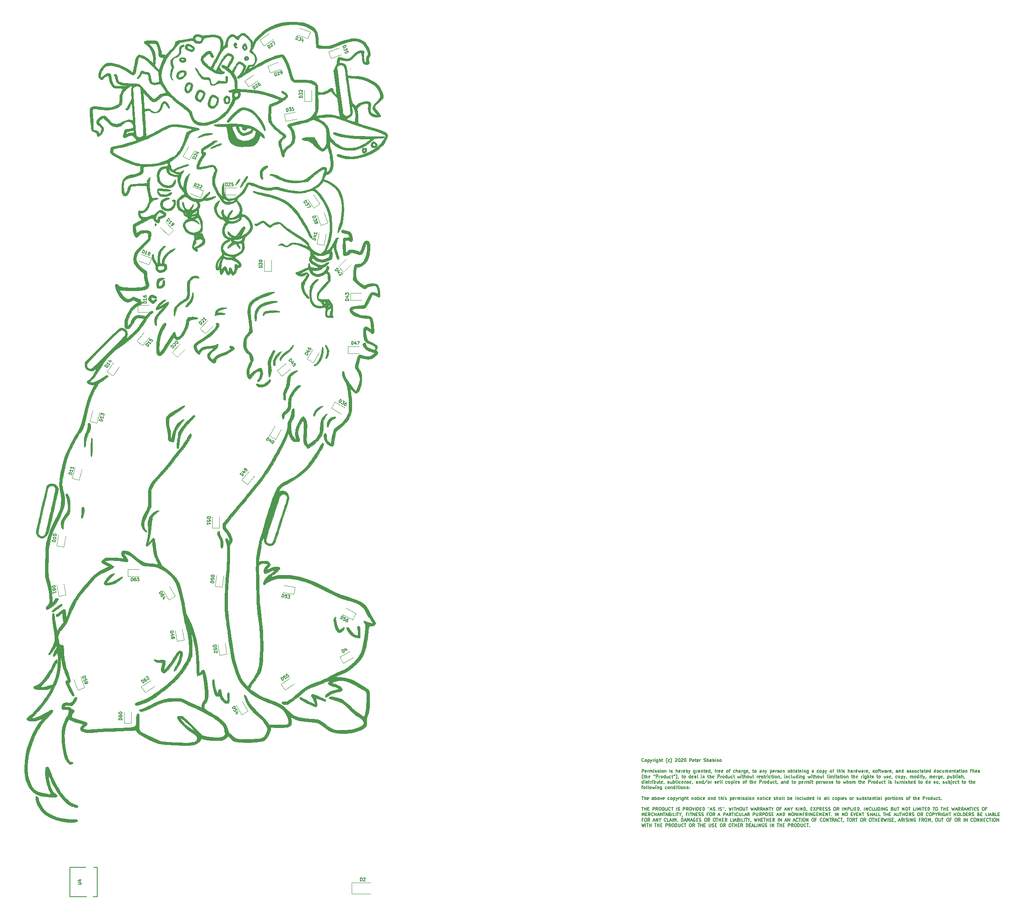
<source format=gto>
G04 #@! TF.GenerationSoftware,KiCad,Pcbnew,(5.1.5)-3*
G04 #@! TF.CreationDate,2020-02-10T18:46:58-06:00*
G04 #@! TF.ProjectId,tymkrs_Cyphercon_2020_llama,74796d6b-7273-45f4-9379-70686572636f,V0*
G04 #@! TF.SameCoordinates,Original*
G04 #@! TF.FileFunction,Legend,Top*
G04 #@! TF.FilePolarity,Positive*
%FSLAX46Y46*%
G04 Gerber Fmt 4.6, Leading zero omitted, Abs format (unit mm)*
G04 Created by KiCad (PCBNEW (5.1.5)-3) date 2020-02-10 18:46:58*
%MOMM*%
%LPD*%
G04 APERTURE LIST*
%ADD10C,0.158750*%
%ADD11C,0.120000*%
%ADD12C,0.010000*%
%ADD13C,0.150000*%
%ADD14C,0.100000*%
%ADD15C,1.574800*%
%ADD16R,1.574800X1.574800*%
%ADD17C,1.828800*%
%ADD18R,1.828800X1.828800*%
G04 APERTURE END LIST*
D10*
X209913235Y-167660410D02*
X209882997Y-167690648D01*
X209792282Y-167720886D01*
X209731806Y-167720886D01*
X209641092Y-167690648D01*
X209580616Y-167630172D01*
X209550377Y-167569696D01*
X209520139Y-167448744D01*
X209520139Y-167358029D01*
X209550377Y-167237077D01*
X209580616Y-167176601D01*
X209641092Y-167116125D01*
X209731806Y-167085886D01*
X209792282Y-167085886D01*
X209882997Y-167116125D01*
X209913235Y-167146363D01*
X210276092Y-167720886D02*
X210215616Y-167690648D01*
X210185377Y-167660410D01*
X210155139Y-167599934D01*
X210155139Y-167418505D01*
X210185377Y-167358029D01*
X210215616Y-167327791D01*
X210276092Y-167297553D01*
X210366806Y-167297553D01*
X210427282Y-167327791D01*
X210457520Y-167358029D01*
X210487758Y-167418505D01*
X210487758Y-167599934D01*
X210457520Y-167660410D01*
X210427282Y-167690648D01*
X210366806Y-167720886D01*
X210276092Y-167720886D01*
X210759901Y-167297553D02*
X210759901Y-167932553D01*
X210759901Y-167327791D02*
X210820377Y-167297553D01*
X210941330Y-167297553D01*
X211001806Y-167327791D01*
X211032044Y-167358029D01*
X211062282Y-167418505D01*
X211062282Y-167599934D01*
X211032044Y-167660410D01*
X211001806Y-167690648D01*
X210941330Y-167720886D01*
X210820377Y-167720886D01*
X210759901Y-167690648D01*
X211273949Y-167297553D02*
X211425139Y-167720886D01*
X211576330Y-167297553D02*
X211425139Y-167720886D01*
X211364663Y-167872077D01*
X211334425Y-167902315D01*
X211273949Y-167932553D01*
X211818235Y-167720886D02*
X211818235Y-167297553D01*
X211818235Y-167418505D02*
X211848473Y-167358029D01*
X211878711Y-167327791D01*
X211939187Y-167297553D01*
X211999663Y-167297553D01*
X212211330Y-167720886D02*
X212211330Y-167297553D01*
X212211330Y-167085886D02*
X212181092Y-167116125D01*
X212211330Y-167146363D01*
X212241568Y-167116125D01*
X212211330Y-167085886D01*
X212211330Y-167146363D01*
X212785854Y-167297553D02*
X212785854Y-167811601D01*
X212755616Y-167872077D01*
X212725377Y-167902315D01*
X212664901Y-167932553D01*
X212574187Y-167932553D01*
X212513711Y-167902315D01*
X212785854Y-167690648D02*
X212725377Y-167720886D01*
X212604425Y-167720886D01*
X212543949Y-167690648D01*
X212513711Y-167660410D01*
X212483473Y-167599934D01*
X212483473Y-167418505D01*
X212513711Y-167358029D01*
X212543949Y-167327791D01*
X212604425Y-167297553D01*
X212725377Y-167297553D01*
X212785854Y-167327791D01*
X213088235Y-167720886D02*
X213088235Y-167085886D01*
X213360377Y-167720886D02*
X213360377Y-167388267D01*
X213330139Y-167327791D01*
X213269663Y-167297553D01*
X213178949Y-167297553D01*
X213118473Y-167327791D01*
X213088235Y-167358029D01*
X213572044Y-167297553D02*
X213813949Y-167297553D01*
X213662758Y-167085886D02*
X213662758Y-167630172D01*
X213692997Y-167690648D01*
X213753473Y-167720886D01*
X213813949Y-167720886D01*
X214690854Y-167962791D02*
X214660616Y-167932553D01*
X214600139Y-167841839D01*
X214569901Y-167781363D01*
X214539663Y-167690648D01*
X214509425Y-167539458D01*
X214509425Y-167418505D01*
X214539663Y-167267315D01*
X214569901Y-167176601D01*
X214600139Y-167116125D01*
X214660616Y-167025410D01*
X214690854Y-166995172D01*
X215204901Y-167690648D02*
X215144425Y-167720886D01*
X215023473Y-167720886D01*
X214962997Y-167690648D01*
X214932758Y-167660410D01*
X214902520Y-167599934D01*
X214902520Y-167418505D01*
X214932758Y-167358029D01*
X214962997Y-167327791D01*
X215023473Y-167297553D01*
X215144425Y-167297553D01*
X215204901Y-167327791D01*
X215416568Y-167962791D02*
X215446806Y-167932553D01*
X215507282Y-167841839D01*
X215537520Y-167781363D01*
X215567758Y-167690648D01*
X215597997Y-167539458D01*
X215597997Y-167418505D01*
X215567758Y-167267315D01*
X215537520Y-167176601D01*
X215507282Y-167116125D01*
X215446806Y-167025410D01*
X215416568Y-166995172D01*
X216353949Y-167146363D02*
X216384187Y-167116125D01*
X216444663Y-167085886D01*
X216595854Y-167085886D01*
X216656330Y-167116125D01*
X216686568Y-167146363D01*
X216716806Y-167206839D01*
X216716806Y-167267315D01*
X216686568Y-167358029D01*
X216323711Y-167720886D01*
X216716806Y-167720886D01*
X217109901Y-167085886D02*
X217170377Y-167085886D01*
X217230854Y-167116125D01*
X217261092Y-167146363D01*
X217291330Y-167206839D01*
X217321568Y-167327791D01*
X217321568Y-167478982D01*
X217291330Y-167599934D01*
X217261092Y-167660410D01*
X217230854Y-167690648D01*
X217170377Y-167720886D01*
X217109901Y-167720886D01*
X217049425Y-167690648D01*
X217019187Y-167660410D01*
X216988949Y-167599934D01*
X216958711Y-167478982D01*
X216958711Y-167327791D01*
X216988949Y-167206839D01*
X217019187Y-167146363D01*
X217049425Y-167116125D01*
X217109901Y-167085886D01*
X217563473Y-167146363D02*
X217593711Y-167116125D01*
X217654187Y-167085886D01*
X217805377Y-167085886D01*
X217865854Y-167116125D01*
X217896092Y-167146363D01*
X217926330Y-167206839D01*
X217926330Y-167267315D01*
X217896092Y-167358029D01*
X217533235Y-167720886D01*
X217926330Y-167720886D01*
X218319425Y-167085886D02*
X218379901Y-167085886D01*
X218440377Y-167116125D01*
X218470616Y-167146363D01*
X218500854Y-167206839D01*
X218531092Y-167327791D01*
X218531092Y-167478982D01*
X218500854Y-167599934D01*
X218470616Y-167660410D01*
X218440377Y-167690648D01*
X218379901Y-167720886D01*
X218319425Y-167720886D01*
X218258949Y-167690648D01*
X218228711Y-167660410D01*
X218198473Y-167599934D01*
X218168235Y-167478982D01*
X218168235Y-167327791D01*
X218198473Y-167206839D01*
X218228711Y-167146363D01*
X218258949Y-167116125D01*
X218319425Y-167085886D01*
X219287044Y-167720886D02*
X219287044Y-167085886D01*
X219528949Y-167085886D01*
X219589425Y-167116125D01*
X219619663Y-167146363D01*
X219649901Y-167206839D01*
X219649901Y-167297553D01*
X219619663Y-167358029D01*
X219589425Y-167388267D01*
X219528949Y-167418505D01*
X219287044Y-167418505D01*
X220163949Y-167690648D02*
X220103473Y-167720886D01*
X219982520Y-167720886D01*
X219922044Y-167690648D01*
X219891806Y-167630172D01*
X219891806Y-167388267D01*
X219922044Y-167327791D01*
X219982520Y-167297553D01*
X220103473Y-167297553D01*
X220163949Y-167327791D01*
X220194187Y-167388267D01*
X220194187Y-167448744D01*
X219891806Y-167509220D01*
X220375616Y-167297553D02*
X220617520Y-167297553D01*
X220466330Y-167085886D02*
X220466330Y-167630172D01*
X220496568Y-167690648D01*
X220557044Y-167720886D01*
X220617520Y-167720886D01*
X221071092Y-167690648D02*
X221010616Y-167720886D01*
X220889663Y-167720886D01*
X220829187Y-167690648D01*
X220798949Y-167630172D01*
X220798949Y-167388267D01*
X220829187Y-167327791D01*
X220889663Y-167297553D01*
X221010616Y-167297553D01*
X221071092Y-167327791D01*
X221101330Y-167388267D01*
X221101330Y-167448744D01*
X220798949Y-167509220D01*
X221373473Y-167720886D02*
X221373473Y-167297553D01*
X221373473Y-167418505D02*
X221403711Y-167358029D01*
X221433949Y-167327791D01*
X221494425Y-167297553D01*
X221554901Y-167297553D01*
X222220139Y-167690648D02*
X222310854Y-167720886D01*
X222462044Y-167720886D01*
X222522520Y-167690648D01*
X222552758Y-167660410D01*
X222582997Y-167599934D01*
X222582997Y-167539458D01*
X222552758Y-167478982D01*
X222522520Y-167448744D01*
X222462044Y-167418505D01*
X222341092Y-167388267D01*
X222280616Y-167358029D01*
X222250377Y-167327791D01*
X222220139Y-167267315D01*
X222220139Y-167206839D01*
X222250377Y-167146363D01*
X222280616Y-167116125D01*
X222341092Y-167085886D01*
X222492282Y-167085886D01*
X222582997Y-167116125D01*
X222855139Y-167720886D02*
X222855139Y-167085886D01*
X223127282Y-167720886D02*
X223127282Y-167388267D01*
X223097044Y-167327791D01*
X223036568Y-167297553D01*
X222945854Y-167297553D01*
X222885377Y-167327791D01*
X222855139Y-167358029D01*
X223701806Y-167720886D02*
X223701806Y-167388267D01*
X223671568Y-167327791D01*
X223611092Y-167297553D01*
X223490139Y-167297553D01*
X223429663Y-167327791D01*
X223701806Y-167690648D02*
X223641330Y-167720886D01*
X223490139Y-167720886D01*
X223429663Y-167690648D01*
X223399425Y-167630172D01*
X223399425Y-167569696D01*
X223429663Y-167509220D01*
X223490139Y-167478982D01*
X223641330Y-167478982D01*
X223701806Y-167448744D01*
X224004187Y-167720886D02*
X224004187Y-167085886D01*
X224004187Y-167327791D02*
X224064663Y-167297553D01*
X224185616Y-167297553D01*
X224246092Y-167327791D01*
X224276330Y-167358029D01*
X224306568Y-167418505D01*
X224306568Y-167599934D01*
X224276330Y-167660410D01*
X224246092Y-167690648D01*
X224185616Y-167720886D01*
X224064663Y-167720886D01*
X224004187Y-167690648D01*
X224578711Y-167720886D02*
X224578711Y-167297553D01*
X224578711Y-167085886D02*
X224548473Y-167116125D01*
X224578711Y-167146363D01*
X224608949Y-167116125D01*
X224578711Y-167085886D01*
X224578711Y-167146363D01*
X224881092Y-167297553D02*
X224881092Y-167720886D01*
X224881092Y-167358029D02*
X224911330Y-167327791D01*
X224971806Y-167297553D01*
X225062520Y-167297553D01*
X225122997Y-167327791D01*
X225153235Y-167388267D01*
X225153235Y-167720886D01*
X225546330Y-167720886D02*
X225485854Y-167690648D01*
X225455616Y-167660410D01*
X225425377Y-167599934D01*
X225425377Y-167418505D01*
X225455616Y-167358029D01*
X225485854Y-167327791D01*
X225546330Y-167297553D01*
X225637044Y-167297553D01*
X225697520Y-167327791D01*
X225727758Y-167358029D01*
X225757997Y-167418505D01*
X225757997Y-167599934D01*
X225727758Y-167660410D01*
X225697520Y-167690648D01*
X225637044Y-167720886D01*
X225546330Y-167720886D01*
X209550377Y-169943386D02*
X209550377Y-169308386D01*
X209792282Y-169308386D01*
X209852758Y-169338625D01*
X209882997Y-169368863D01*
X209913235Y-169429339D01*
X209913235Y-169520053D01*
X209882997Y-169580529D01*
X209852758Y-169610767D01*
X209792282Y-169641005D01*
X209550377Y-169641005D01*
X210427282Y-169913148D02*
X210366806Y-169943386D01*
X210245854Y-169943386D01*
X210185377Y-169913148D01*
X210155139Y-169852672D01*
X210155139Y-169610767D01*
X210185377Y-169550291D01*
X210245854Y-169520053D01*
X210366806Y-169520053D01*
X210427282Y-169550291D01*
X210457520Y-169610767D01*
X210457520Y-169671244D01*
X210155139Y-169731720D01*
X210729663Y-169943386D02*
X210729663Y-169520053D01*
X210729663Y-169641005D02*
X210759901Y-169580529D01*
X210790139Y-169550291D01*
X210850616Y-169520053D01*
X210911092Y-169520053D01*
X211122758Y-169943386D02*
X211122758Y-169520053D01*
X211122758Y-169580529D02*
X211152997Y-169550291D01*
X211213473Y-169520053D01*
X211304187Y-169520053D01*
X211364663Y-169550291D01*
X211394901Y-169610767D01*
X211394901Y-169943386D01*
X211394901Y-169610767D02*
X211425139Y-169550291D01*
X211485616Y-169520053D01*
X211576330Y-169520053D01*
X211636806Y-169550291D01*
X211667044Y-169610767D01*
X211667044Y-169943386D01*
X211969425Y-169943386D02*
X211969425Y-169520053D01*
X211969425Y-169308386D02*
X211939187Y-169338625D01*
X211969425Y-169368863D01*
X211999663Y-169338625D01*
X211969425Y-169308386D01*
X211969425Y-169368863D01*
X212241568Y-169913148D02*
X212302044Y-169943386D01*
X212422997Y-169943386D01*
X212483473Y-169913148D01*
X212513711Y-169852672D01*
X212513711Y-169822434D01*
X212483473Y-169761958D01*
X212422997Y-169731720D01*
X212332282Y-169731720D01*
X212271806Y-169701482D01*
X212241568Y-169641005D01*
X212241568Y-169610767D01*
X212271806Y-169550291D01*
X212332282Y-169520053D01*
X212422997Y-169520053D01*
X212483473Y-169550291D01*
X212755616Y-169913148D02*
X212816092Y-169943386D01*
X212937044Y-169943386D01*
X212997520Y-169913148D01*
X213027758Y-169852672D01*
X213027758Y-169822434D01*
X212997520Y-169761958D01*
X212937044Y-169731720D01*
X212846330Y-169731720D01*
X212785854Y-169701482D01*
X212755616Y-169641005D01*
X212755616Y-169610767D01*
X212785854Y-169550291D01*
X212846330Y-169520053D01*
X212937044Y-169520053D01*
X212997520Y-169550291D01*
X213299901Y-169943386D02*
X213299901Y-169520053D01*
X213299901Y-169308386D02*
X213269663Y-169338625D01*
X213299901Y-169368863D01*
X213330139Y-169338625D01*
X213299901Y-169308386D01*
X213299901Y-169368863D01*
X213692997Y-169943386D02*
X213632520Y-169913148D01*
X213602282Y-169882910D01*
X213572044Y-169822434D01*
X213572044Y-169641005D01*
X213602282Y-169580529D01*
X213632520Y-169550291D01*
X213692997Y-169520053D01*
X213783711Y-169520053D01*
X213844187Y-169550291D01*
X213874425Y-169580529D01*
X213904663Y-169641005D01*
X213904663Y-169822434D01*
X213874425Y-169882910D01*
X213844187Y-169913148D01*
X213783711Y-169943386D01*
X213692997Y-169943386D01*
X214176806Y-169520053D02*
X214176806Y-169943386D01*
X214176806Y-169580529D02*
X214207044Y-169550291D01*
X214267520Y-169520053D01*
X214358235Y-169520053D01*
X214418711Y-169550291D01*
X214448949Y-169610767D01*
X214448949Y-169943386D01*
X215235139Y-169943386D02*
X215235139Y-169520053D01*
X215235139Y-169308386D02*
X215204901Y-169338625D01*
X215235139Y-169368863D01*
X215265377Y-169338625D01*
X215235139Y-169308386D01*
X215235139Y-169368863D01*
X215507282Y-169913148D02*
X215567758Y-169943386D01*
X215688711Y-169943386D01*
X215749187Y-169913148D01*
X215779425Y-169852672D01*
X215779425Y-169822434D01*
X215749187Y-169761958D01*
X215688711Y-169731720D01*
X215597997Y-169731720D01*
X215537520Y-169701482D01*
X215507282Y-169641005D01*
X215507282Y-169610767D01*
X215537520Y-169550291D01*
X215597997Y-169520053D01*
X215688711Y-169520053D01*
X215749187Y-169550291D01*
X216535377Y-169943386D02*
X216535377Y-169308386D01*
X216807520Y-169943386D02*
X216807520Y-169610767D01*
X216777282Y-169550291D01*
X216716806Y-169520053D01*
X216626092Y-169520053D01*
X216565616Y-169550291D01*
X216535377Y-169580529D01*
X217351806Y-169913148D02*
X217291330Y-169943386D01*
X217170377Y-169943386D01*
X217109901Y-169913148D01*
X217079663Y-169852672D01*
X217079663Y-169610767D01*
X217109901Y-169550291D01*
X217170377Y-169520053D01*
X217291330Y-169520053D01*
X217351806Y-169550291D01*
X217382044Y-169610767D01*
X217382044Y-169671244D01*
X217079663Y-169731720D01*
X217654187Y-169943386D02*
X217654187Y-169520053D01*
X217654187Y-169641005D02*
X217684425Y-169580529D01*
X217714663Y-169550291D01*
X217775139Y-169520053D01*
X217835616Y-169520053D01*
X218289187Y-169913148D02*
X218228711Y-169943386D01*
X218107758Y-169943386D01*
X218047282Y-169913148D01*
X218017044Y-169852672D01*
X218017044Y-169610767D01*
X218047282Y-169550291D01*
X218107758Y-169520053D01*
X218228711Y-169520053D01*
X218289187Y-169550291D01*
X218319425Y-169610767D01*
X218319425Y-169671244D01*
X218017044Y-169731720D01*
X218591568Y-169943386D02*
X218591568Y-169308386D01*
X218591568Y-169550291D02*
X218652044Y-169520053D01*
X218772997Y-169520053D01*
X218833473Y-169550291D01*
X218863711Y-169580529D01*
X218893949Y-169641005D01*
X218893949Y-169822434D01*
X218863711Y-169882910D01*
X218833473Y-169913148D01*
X218772997Y-169943386D01*
X218652044Y-169943386D01*
X218591568Y-169913148D01*
X219105616Y-169520053D02*
X219256806Y-169943386D01*
X219407997Y-169520053D02*
X219256806Y-169943386D01*
X219196330Y-170094577D01*
X219166092Y-170124815D01*
X219105616Y-170155053D01*
X220405854Y-169520053D02*
X220405854Y-170034101D01*
X220375616Y-170094577D01*
X220345377Y-170124815D01*
X220284901Y-170155053D01*
X220194187Y-170155053D01*
X220133711Y-170124815D01*
X220405854Y-169913148D02*
X220345377Y-169943386D01*
X220224425Y-169943386D01*
X220163949Y-169913148D01*
X220133711Y-169882910D01*
X220103473Y-169822434D01*
X220103473Y-169641005D01*
X220133711Y-169580529D01*
X220163949Y-169550291D01*
X220224425Y-169520053D01*
X220345377Y-169520053D01*
X220405854Y-169550291D01*
X220708235Y-169943386D02*
X220708235Y-169520053D01*
X220708235Y-169641005D02*
X220738473Y-169580529D01*
X220768711Y-169550291D01*
X220829187Y-169520053D01*
X220889663Y-169520053D01*
X221373473Y-169943386D02*
X221373473Y-169610767D01*
X221343235Y-169550291D01*
X221282758Y-169520053D01*
X221161806Y-169520053D01*
X221101330Y-169550291D01*
X221373473Y-169913148D02*
X221312997Y-169943386D01*
X221161806Y-169943386D01*
X221101330Y-169913148D01*
X221071092Y-169852672D01*
X221071092Y-169792196D01*
X221101330Y-169731720D01*
X221161806Y-169701482D01*
X221312997Y-169701482D01*
X221373473Y-169671244D01*
X221675854Y-169520053D02*
X221675854Y-169943386D01*
X221675854Y-169580529D02*
X221706092Y-169550291D01*
X221766568Y-169520053D01*
X221857282Y-169520053D01*
X221917758Y-169550291D01*
X221947997Y-169610767D01*
X221947997Y-169943386D01*
X222159663Y-169520053D02*
X222401568Y-169520053D01*
X222250377Y-169308386D02*
X222250377Y-169852672D01*
X222280616Y-169913148D01*
X222341092Y-169943386D01*
X222401568Y-169943386D01*
X222855139Y-169913148D02*
X222794663Y-169943386D01*
X222673711Y-169943386D01*
X222613235Y-169913148D01*
X222582997Y-169852672D01*
X222582997Y-169610767D01*
X222613235Y-169550291D01*
X222673711Y-169520053D01*
X222794663Y-169520053D01*
X222855139Y-169550291D01*
X222885377Y-169610767D01*
X222885377Y-169671244D01*
X222582997Y-169731720D01*
X223429663Y-169943386D02*
X223429663Y-169308386D01*
X223429663Y-169913148D02*
X223369187Y-169943386D01*
X223248235Y-169943386D01*
X223187758Y-169913148D01*
X223157520Y-169882910D01*
X223127282Y-169822434D01*
X223127282Y-169641005D01*
X223157520Y-169580529D01*
X223187758Y-169550291D01*
X223248235Y-169520053D01*
X223369187Y-169520053D01*
X223429663Y-169550291D01*
X223762282Y-169913148D02*
X223762282Y-169943386D01*
X223732044Y-170003863D01*
X223701806Y-170034101D01*
X224427520Y-169520053D02*
X224669425Y-169520053D01*
X224518235Y-169943386D02*
X224518235Y-169399101D01*
X224548473Y-169338625D01*
X224608949Y-169308386D01*
X224669425Y-169308386D01*
X224881092Y-169943386D02*
X224881092Y-169520053D01*
X224881092Y-169641005D02*
X224911330Y-169580529D01*
X224941568Y-169550291D01*
X225002044Y-169520053D01*
X225062520Y-169520053D01*
X225516092Y-169913148D02*
X225455616Y-169943386D01*
X225334663Y-169943386D01*
X225274187Y-169913148D01*
X225243949Y-169852672D01*
X225243949Y-169610767D01*
X225274187Y-169550291D01*
X225334663Y-169520053D01*
X225455616Y-169520053D01*
X225516092Y-169550291D01*
X225546330Y-169610767D01*
X225546330Y-169671244D01*
X225243949Y-169731720D01*
X226060377Y-169913148D02*
X225999901Y-169943386D01*
X225878949Y-169943386D01*
X225818473Y-169913148D01*
X225788235Y-169852672D01*
X225788235Y-169610767D01*
X225818473Y-169550291D01*
X225878949Y-169520053D01*
X225999901Y-169520053D01*
X226060377Y-169550291D01*
X226090616Y-169610767D01*
X226090616Y-169671244D01*
X225788235Y-169731720D01*
X226937282Y-169943386D02*
X226876806Y-169913148D01*
X226846568Y-169882910D01*
X226816330Y-169822434D01*
X226816330Y-169641005D01*
X226846568Y-169580529D01*
X226876806Y-169550291D01*
X226937282Y-169520053D01*
X227027997Y-169520053D01*
X227088473Y-169550291D01*
X227118711Y-169580529D01*
X227148949Y-169641005D01*
X227148949Y-169822434D01*
X227118711Y-169882910D01*
X227088473Y-169913148D01*
X227027997Y-169943386D01*
X226937282Y-169943386D01*
X227330377Y-169520053D02*
X227572282Y-169520053D01*
X227421092Y-169943386D02*
X227421092Y-169399101D01*
X227451330Y-169338625D01*
X227511806Y-169308386D01*
X227572282Y-169308386D01*
X228539901Y-169913148D02*
X228479425Y-169943386D01*
X228358473Y-169943386D01*
X228297997Y-169913148D01*
X228267758Y-169882910D01*
X228237520Y-169822434D01*
X228237520Y-169641005D01*
X228267758Y-169580529D01*
X228297997Y-169550291D01*
X228358473Y-169520053D01*
X228479425Y-169520053D01*
X228539901Y-169550291D01*
X228812044Y-169943386D02*
X228812044Y-169308386D01*
X229084187Y-169943386D02*
X229084187Y-169610767D01*
X229053949Y-169550291D01*
X228993473Y-169520053D01*
X228902758Y-169520053D01*
X228842282Y-169550291D01*
X228812044Y-169580529D01*
X229658711Y-169943386D02*
X229658711Y-169610767D01*
X229628473Y-169550291D01*
X229567997Y-169520053D01*
X229447044Y-169520053D01*
X229386568Y-169550291D01*
X229658711Y-169913148D02*
X229598235Y-169943386D01*
X229447044Y-169943386D01*
X229386568Y-169913148D01*
X229356330Y-169852672D01*
X229356330Y-169792196D01*
X229386568Y-169731720D01*
X229447044Y-169701482D01*
X229598235Y-169701482D01*
X229658711Y-169671244D01*
X229961092Y-169943386D02*
X229961092Y-169520053D01*
X229961092Y-169641005D02*
X229991330Y-169580529D01*
X230021568Y-169550291D01*
X230082044Y-169520053D01*
X230142520Y-169520053D01*
X230626330Y-169520053D02*
X230626330Y-170034101D01*
X230596092Y-170094577D01*
X230565854Y-170124815D01*
X230505377Y-170155053D01*
X230414663Y-170155053D01*
X230354187Y-170124815D01*
X230626330Y-169913148D02*
X230565854Y-169943386D01*
X230444901Y-169943386D01*
X230384425Y-169913148D01*
X230354187Y-169882910D01*
X230323949Y-169822434D01*
X230323949Y-169641005D01*
X230354187Y-169580529D01*
X230384425Y-169550291D01*
X230444901Y-169520053D01*
X230565854Y-169520053D01*
X230626330Y-169550291D01*
X231170616Y-169913148D02*
X231110139Y-169943386D01*
X230989187Y-169943386D01*
X230928711Y-169913148D01*
X230898473Y-169852672D01*
X230898473Y-169610767D01*
X230928711Y-169550291D01*
X230989187Y-169520053D01*
X231110139Y-169520053D01*
X231170616Y-169550291D01*
X231200854Y-169610767D01*
X231200854Y-169671244D01*
X230898473Y-169731720D01*
X231503235Y-169913148D02*
X231503235Y-169943386D01*
X231472997Y-170003863D01*
X231442758Y-170034101D01*
X232168473Y-169520053D02*
X232410377Y-169520053D01*
X232259187Y-169308386D02*
X232259187Y-169852672D01*
X232289425Y-169913148D01*
X232349901Y-169943386D01*
X232410377Y-169943386D01*
X232712758Y-169943386D02*
X232652282Y-169913148D01*
X232622044Y-169882910D01*
X232591806Y-169822434D01*
X232591806Y-169641005D01*
X232622044Y-169580529D01*
X232652282Y-169550291D01*
X232712758Y-169520053D01*
X232803473Y-169520053D01*
X232863949Y-169550291D01*
X232894187Y-169580529D01*
X232924425Y-169641005D01*
X232924425Y-169822434D01*
X232894187Y-169882910D01*
X232863949Y-169913148D01*
X232803473Y-169943386D01*
X232712758Y-169943386D01*
X233952520Y-169943386D02*
X233952520Y-169610767D01*
X233922282Y-169550291D01*
X233861806Y-169520053D01*
X233740854Y-169520053D01*
X233680377Y-169550291D01*
X233952520Y-169913148D02*
X233892044Y-169943386D01*
X233740854Y-169943386D01*
X233680377Y-169913148D01*
X233650139Y-169852672D01*
X233650139Y-169792196D01*
X233680377Y-169731720D01*
X233740854Y-169701482D01*
X233892044Y-169701482D01*
X233952520Y-169671244D01*
X234254901Y-169520053D02*
X234254901Y-169943386D01*
X234254901Y-169580529D02*
X234285139Y-169550291D01*
X234345616Y-169520053D01*
X234436330Y-169520053D01*
X234496806Y-169550291D01*
X234527044Y-169610767D01*
X234527044Y-169943386D01*
X234768949Y-169520053D02*
X234920139Y-169943386D01*
X235071330Y-169520053D02*
X234920139Y-169943386D01*
X234859663Y-170094577D01*
X234829425Y-170124815D01*
X234768949Y-170155053D01*
X235797044Y-169520053D02*
X235797044Y-170155053D01*
X235797044Y-169550291D02*
X235857520Y-169520053D01*
X235978473Y-169520053D01*
X236038949Y-169550291D01*
X236069187Y-169580529D01*
X236099425Y-169641005D01*
X236099425Y-169822434D01*
X236069187Y-169882910D01*
X236038949Y-169913148D01*
X235978473Y-169943386D01*
X235857520Y-169943386D01*
X235797044Y-169913148D01*
X236613473Y-169913148D02*
X236552997Y-169943386D01*
X236432044Y-169943386D01*
X236371568Y-169913148D01*
X236341330Y-169852672D01*
X236341330Y-169610767D01*
X236371568Y-169550291D01*
X236432044Y-169520053D01*
X236552997Y-169520053D01*
X236613473Y-169550291D01*
X236643711Y-169610767D01*
X236643711Y-169671244D01*
X236341330Y-169731720D01*
X236915854Y-169943386D02*
X236915854Y-169520053D01*
X236915854Y-169641005D02*
X236946092Y-169580529D01*
X236976330Y-169550291D01*
X237036806Y-169520053D01*
X237097282Y-169520053D01*
X237278711Y-169913148D02*
X237339187Y-169943386D01*
X237460139Y-169943386D01*
X237520616Y-169913148D01*
X237550854Y-169852672D01*
X237550854Y-169822434D01*
X237520616Y-169761958D01*
X237460139Y-169731720D01*
X237369425Y-169731720D01*
X237308949Y-169701482D01*
X237278711Y-169641005D01*
X237278711Y-169610767D01*
X237308949Y-169550291D01*
X237369425Y-169520053D01*
X237460139Y-169520053D01*
X237520616Y-169550291D01*
X237913711Y-169943386D02*
X237853235Y-169913148D01*
X237822997Y-169882910D01*
X237792758Y-169822434D01*
X237792758Y-169641005D01*
X237822997Y-169580529D01*
X237853235Y-169550291D01*
X237913711Y-169520053D01*
X238004425Y-169520053D01*
X238064901Y-169550291D01*
X238095139Y-169580529D01*
X238125377Y-169641005D01*
X238125377Y-169822434D01*
X238095139Y-169882910D01*
X238064901Y-169913148D01*
X238004425Y-169943386D01*
X237913711Y-169943386D01*
X238397520Y-169520053D02*
X238397520Y-169943386D01*
X238397520Y-169580529D02*
X238427758Y-169550291D01*
X238488235Y-169520053D01*
X238578949Y-169520053D01*
X238639425Y-169550291D01*
X238669663Y-169610767D01*
X238669663Y-169943386D01*
X239546568Y-169943386D02*
X239486092Y-169913148D01*
X239455854Y-169882910D01*
X239425616Y-169822434D01*
X239425616Y-169641005D01*
X239455854Y-169580529D01*
X239486092Y-169550291D01*
X239546568Y-169520053D01*
X239637282Y-169520053D01*
X239697758Y-169550291D01*
X239727997Y-169580529D01*
X239758235Y-169641005D01*
X239758235Y-169822434D01*
X239727997Y-169882910D01*
X239697758Y-169913148D01*
X239637282Y-169943386D01*
X239546568Y-169943386D01*
X240030377Y-169943386D02*
X240030377Y-169308386D01*
X240030377Y-169550291D02*
X240090854Y-169520053D01*
X240211806Y-169520053D01*
X240272282Y-169550291D01*
X240302520Y-169580529D01*
X240332758Y-169641005D01*
X240332758Y-169822434D01*
X240302520Y-169882910D01*
X240272282Y-169913148D01*
X240211806Y-169943386D01*
X240090854Y-169943386D01*
X240030377Y-169913148D01*
X240514187Y-169520053D02*
X240756092Y-169520053D01*
X240604901Y-169308386D02*
X240604901Y-169852672D01*
X240635139Y-169913148D01*
X240695616Y-169943386D01*
X240756092Y-169943386D01*
X241239901Y-169943386D02*
X241239901Y-169610767D01*
X241209663Y-169550291D01*
X241149187Y-169520053D01*
X241028235Y-169520053D01*
X240967758Y-169550291D01*
X241239901Y-169913148D02*
X241179425Y-169943386D01*
X241028235Y-169943386D01*
X240967758Y-169913148D01*
X240937520Y-169852672D01*
X240937520Y-169792196D01*
X240967758Y-169731720D01*
X241028235Y-169701482D01*
X241179425Y-169701482D01*
X241239901Y-169671244D01*
X241542282Y-169943386D02*
X241542282Y-169520053D01*
X241542282Y-169308386D02*
X241512044Y-169338625D01*
X241542282Y-169368863D01*
X241572520Y-169338625D01*
X241542282Y-169308386D01*
X241542282Y-169368863D01*
X241844663Y-169520053D02*
X241844663Y-169943386D01*
X241844663Y-169580529D02*
X241874901Y-169550291D01*
X241935377Y-169520053D01*
X242026092Y-169520053D01*
X242086568Y-169550291D01*
X242116806Y-169610767D01*
X242116806Y-169943386D01*
X242419187Y-169943386D02*
X242419187Y-169520053D01*
X242419187Y-169308386D02*
X242388949Y-169338625D01*
X242419187Y-169368863D01*
X242449425Y-169338625D01*
X242419187Y-169308386D01*
X242419187Y-169368863D01*
X242721568Y-169520053D02*
X242721568Y-169943386D01*
X242721568Y-169580529D02*
X242751806Y-169550291D01*
X242812282Y-169520053D01*
X242902997Y-169520053D01*
X242963473Y-169550291D01*
X242993711Y-169610767D01*
X242993711Y-169943386D01*
X243568235Y-169520053D02*
X243568235Y-170034101D01*
X243537997Y-170094577D01*
X243507758Y-170124815D01*
X243447282Y-170155053D01*
X243356568Y-170155053D01*
X243296092Y-170124815D01*
X243568235Y-169913148D02*
X243507758Y-169943386D01*
X243386806Y-169943386D01*
X243326330Y-169913148D01*
X243296092Y-169882910D01*
X243265854Y-169822434D01*
X243265854Y-169641005D01*
X243296092Y-169580529D01*
X243326330Y-169550291D01*
X243386806Y-169520053D01*
X243507758Y-169520053D01*
X243568235Y-169550291D01*
X244626568Y-169943386D02*
X244626568Y-169610767D01*
X244596330Y-169550291D01*
X244535854Y-169520053D01*
X244414901Y-169520053D01*
X244354425Y-169550291D01*
X244626568Y-169913148D02*
X244566092Y-169943386D01*
X244414901Y-169943386D01*
X244354425Y-169913148D01*
X244324187Y-169852672D01*
X244324187Y-169792196D01*
X244354425Y-169731720D01*
X244414901Y-169701482D01*
X244566092Y-169701482D01*
X244626568Y-169671244D01*
X245684901Y-169913148D02*
X245624425Y-169943386D01*
X245503473Y-169943386D01*
X245442997Y-169913148D01*
X245412758Y-169882910D01*
X245382520Y-169822434D01*
X245382520Y-169641005D01*
X245412758Y-169580529D01*
X245442997Y-169550291D01*
X245503473Y-169520053D01*
X245624425Y-169520053D01*
X245684901Y-169550291D01*
X246047758Y-169943386D02*
X245987282Y-169913148D01*
X245957044Y-169882910D01*
X245926806Y-169822434D01*
X245926806Y-169641005D01*
X245957044Y-169580529D01*
X245987282Y-169550291D01*
X246047758Y-169520053D01*
X246138473Y-169520053D01*
X246198949Y-169550291D01*
X246229187Y-169580529D01*
X246259425Y-169641005D01*
X246259425Y-169822434D01*
X246229187Y-169882910D01*
X246198949Y-169913148D01*
X246138473Y-169943386D01*
X246047758Y-169943386D01*
X246531568Y-169520053D02*
X246531568Y-170155053D01*
X246531568Y-169550291D02*
X246592044Y-169520053D01*
X246712997Y-169520053D01*
X246773473Y-169550291D01*
X246803711Y-169580529D01*
X246833949Y-169641005D01*
X246833949Y-169822434D01*
X246803711Y-169882910D01*
X246773473Y-169913148D01*
X246712997Y-169943386D01*
X246592044Y-169943386D01*
X246531568Y-169913148D01*
X247045616Y-169520053D02*
X247196806Y-169943386D01*
X247347997Y-169520053D02*
X247196806Y-169943386D01*
X247136330Y-170094577D01*
X247106092Y-170124815D01*
X247045616Y-170155053D01*
X248164425Y-169943386D02*
X248103949Y-169913148D01*
X248073711Y-169882910D01*
X248043473Y-169822434D01*
X248043473Y-169641005D01*
X248073711Y-169580529D01*
X248103949Y-169550291D01*
X248164425Y-169520053D01*
X248255139Y-169520053D01*
X248315616Y-169550291D01*
X248345854Y-169580529D01*
X248376092Y-169641005D01*
X248376092Y-169822434D01*
X248345854Y-169882910D01*
X248315616Y-169913148D01*
X248255139Y-169943386D01*
X248164425Y-169943386D01*
X248557520Y-169520053D02*
X248799425Y-169520053D01*
X248648235Y-169943386D02*
X248648235Y-169399101D01*
X248678473Y-169338625D01*
X248738949Y-169308386D01*
X248799425Y-169308386D01*
X249404187Y-169520053D02*
X249646092Y-169520053D01*
X249494901Y-169308386D02*
X249494901Y-169852672D01*
X249525139Y-169913148D01*
X249585616Y-169943386D01*
X249646092Y-169943386D01*
X249857758Y-169943386D02*
X249857758Y-169308386D01*
X250129901Y-169943386D02*
X250129901Y-169610767D01*
X250099663Y-169550291D01*
X250039187Y-169520053D01*
X249948473Y-169520053D01*
X249887997Y-169550291D01*
X249857758Y-169580529D01*
X250432282Y-169943386D02*
X250432282Y-169520053D01*
X250432282Y-169308386D02*
X250402044Y-169338625D01*
X250432282Y-169368863D01*
X250462520Y-169338625D01*
X250432282Y-169308386D01*
X250432282Y-169368863D01*
X250704425Y-169913148D02*
X250764901Y-169943386D01*
X250885854Y-169943386D01*
X250946330Y-169913148D01*
X250976568Y-169852672D01*
X250976568Y-169822434D01*
X250946330Y-169761958D01*
X250885854Y-169731720D01*
X250795139Y-169731720D01*
X250734663Y-169701482D01*
X250704425Y-169641005D01*
X250704425Y-169610767D01*
X250734663Y-169550291D01*
X250795139Y-169520053D01*
X250885854Y-169520053D01*
X250946330Y-169550291D01*
X251732520Y-169943386D02*
X251732520Y-169308386D01*
X252004663Y-169943386D02*
X252004663Y-169610767D01*
X251974425Y-169550291D01*
X251913949Y-169520053D01*
X251823235Y-169520053D01*
X251762758Y-169550291D01*
X251732520Y-169580529D01*
X252579187Y-169943386D02*
X252579187Y-169610767D01*
X252548949Y-169550291D01*
X252488473Y-169520053D01*
X252367520Y-169520053D01*
X252307044Y-169550291D01*
X252579187Y-169913148D02*
X252518711Y-169943386D01*
X252367520Y-169943386D01*
X252307044Y-169913148D01*
X252276806Y-169852672D01*
X252276806Y-169792196D01*
X252307044Y-169731720D01*
X252367520Y-169701482D01*
X252518711Y-169701482D01*
X252579187Y-169671244D01*
X252881568Y-169943386D02*
X252881568Y-169520053D01*
X252881568Y-169641005D02*
X252911806Y-169580529D01*
X252942044Y-169550291D01*
X253002520Y-169520053D01*
X253062997Y-169520053D01*
X253546806Y-169943386D02*
X253546806Y-169308386D01*
X253546806Y-169913148D02*
X253486330Y-169943386D01*
X253365377Y-169943386D01*
X253304901Y-169913148D01*
X253274663Y-169882910D01*
X253244425Y-169822434D01*
X253244425Y-169641005D01*
X253274663Y-169580529D01*
X253304901Y-169550291D01*
X253365377Y-169520053D01*
X253486330Y-169520053D01*
X253546806Y-169550291D01*
X253788711Y-169520053D02*
X253909663Y-169943386D01*
X254030616Y-169641005D01*
X254151568Y-169943386D01*
X254272520Y-169520053D01*
X254786568Y-169943386D02*
X254786568Y-169610767D01*
X254756330Y-169550291D01*
X254695854Y-169520053D01*
X254574901Y-169520053D01*
X254514425Y-169550291D01*
X254786568Y-169913148D02*
X254726092Y-169943386D01*
X254574901Y-169943386D01*
X254514425Y-169913148D01*
X254484187Y-169852672D01*
X254484187Y-169792196D01*
X254514425Y-169731720D01*
X254574901Y-169701482D01*
X254726092Y-169701482D01*
X254786568Y-169671244D01*
X255088949Y-169943386D02*
X255088949Y-169520053D01*
X255088949Y-169641005D02*
X255119187Y-169580529D01*
X255149425Y-169550291D01*
X255209901Y-169520053D01*
X255270377Y-169520053D01*
X255723949Y-169913148D02*
X255663473Y-169943386D01*
X255542520Y-169943386D01*
X255482044Y-169913148D01*
X255451806Y-169852672D01*
X255451806Y-169610767D01*
X255482044Y-169550291D01*
X255542520Y-169520053D01*
X255663473Y-169520053D01*
X255723949Y-169550291D01*
X255754187Y-169610767D01*
X255754187Y-169671244D01*
X255451806Y-169731720D01*
X256056568Y-169913148D02*
X256056568Y-169943386D01*
X256026330Y-170003863D01*
X255996092Y-170034101D01*
X256782282Y-169913148D02*
X256842758Y-169943386D01*
X256963711Y-169943386D01*
X257024187Y-169913148D01*
X257054425Y-169852672D01*
X257054425Y-169822434D01*
X257024187Y-169761958D01*
X256963711Y-169731720D01*
X256872997Y-169731720D01*
X256812520Y-169701482D01*
X256782282Y-169641005D01*
X256782282Y-169610767D01*
X256812520Y-169550291D01*
X256872997Y-169520053D01*
X256963711Y-169520053D01*
X257024187Y-169550291D01*
X257417282Y-169943386D02*
X257356806Y-169913148D01*
X257326568Y-169882910D01*
X257296330Y-169822434D01*
X257296330Y-169641005D01*
X257326568Y-169580529D01*
X257356806Y-169550291D01*
X257417282Y-169520053D01*
X257507997Y-169520053D01*
X257568473Y-169550291D01*
X257598711Y-169580529D01*
X257628949Y-169641005D01*
X257628949Y-169822434D01*
X257598711Y-169882910D01*
X257568473Y-169913148D01*
X257507997Y-169943386D01*
X257417282Y-169943386D01*
X257810377Y-169520053D02*
X258052282Y-169520053D01*
X257901092Y-169943386D02*
X257901092Y-169399101D01*
X257931330Y-169338625D01*
X257991806Y-169308386D01*
X258052282Y-169308386D01*
X258173235Y-169520053D02*
X258415139Y-169520053D01*
X258263949Y-169308386D02*
X258263949Y-169852672D01*
X258294187Y-169913148D01*
X258354663Y-169943386D01*
X258415139Y-169943386D01*
X258566330Y-169520053D02*
X258687282Y-169943386D01*
X258808235Y-169641005D01*
X258929187Y-169943386D01*
X259050139Y-169520053D01*
X259564187Y-169943386D02*
X259564187Y-169610767D01*
X259533949Y-169550291D01*
X259473473Y-169520053D01*
X259352520Y-169520053D01*
X259292044Y-169550291D01*
X259564187Y-169913148D02*
X259503711Y-169943386D01*
X259352520Y-169943386D01*
X259292044Y-169913148D01*
X259261806Y-169852672D01*
X259261806Y-169792196D01*
X259292044Y-169731720D01*
X259352520Y-169701482D01*
X259503711Y-169701482D01*
X259564187Y-169671244D01*
X259866568Y-169943386D02*
X259866568Y-169520053D01*
X259866568Y-169641005D02*
X259896806Y-169580529D01*
X259927044Y-169550291D01*
X259987520Y-169520053D01*
X260047997Y-169520053D01*
X260501568Y-169913148D02*
X260441092Y-169943386D01*
X260320139Y-169943386D01*
X260259663Y-169913148D01*
X260229425Y-169852672D01*
X260229425Y-169610767D01*
X260259663Y-169550291D01*
X260320139Y-169520053D01*
X260441092Y-169520053D01*
X260501568Y-169550291D01*
X260531806Y-169610767D01*
X260531806Y-169671244D01*
X260229425Y-169731720D01*
X260834187Y-169913148D02*
X260834187Y-169943386D01*
X260803949Y-170003863D01*
X260773711Y-170034101D01*
X261862282Y-169943386D02*
X261862282Y-169610767D01*
X261832044Y-169550291D01*
X261771568Y-169520053D01*
X261650616Y-169520053D01*
X261590139Y-169550291D01*
X261862282Y-169913148D02*
X261801806Y-169943386D01*
X261650616Y-169943386D01*
X261590139Y-169913148D01*
X261559901Y-169852672D01*
X261559901Y-169792196D01*
X261590139Y-169731720D01*
X261650616Y-169701482D01*
X261801806Y-169701482D01*
X261862282Y-169671244D01*
X262164663Y-169520053D02*
X262164663Y-169943386D01*
X262164663Y-169580529D02*
X262194901Y-169550291D01*
X262255377Y-169520053D01*
X262346092Y-169520053D01*
X262406568Y-169550291D01*
X262436806Y-169610767D01*
X262436806Y-169943386D01*
X263011330Y-169943386D02*
X263011330Y-169308386D01*
X263011330Y-169913148D02*
X262950854Y-169943386D01*
X262829901Y-169943386D01*
X262769425Y-169913148D01*
X262739187Y-169882910D01*
X262708949Y-169822434D01*
X262708949Y-169641005D01*
X262739187Y-169580529D01*
X262769425Y-169550291D01*
X262829901Y-169520053D01*
X262950854Y-169520053D01*
X263011330Y-169550291D01*
X264069663Y-169943386D02*
X264069663Y-169610767D01*
X264039425Y-169550291D01*
X263978949Y-169520053D01*
X263857997Y-169520053D01*
X263797520Y-169550291D01*
X264069663Y-169913148D02*
X264009187Y-169943386D01*
X263857997Y-169943386D01*
X263797520Y-169913148D01*
X263767282Y-169852672D01*
X263767282Y-169792196D01*
X263797520Y-169731720D01*
X263857997Y-169701482D01*
X264009187Y-169701482D01*
X264069663Y-169671244D01*
X264341806Y-169913148D02*
X264402282Y-169943386D01*
X264523235Y-169943386D01*
X264583711Y-169913148D01*
X264613949Y-169852672D01*
X264613949Y-169822434D01*
X264583711Y-169761958D01*
X264523235Y-169731720D01*
X264432520Y-169731720D01*
X264372044Y-169701482D01*
X264341806Y-169641005D01*
X264341806Y-169610767D01*
X264372044Y-169550291D01*
X264432520Y-169520053D01*
X264523235Y-169520053D01*
X264583711Y-169550291D01*
X264855854Y-169913148D02*
X264916330Y-169943386D01*
X265037282Y-169943386D01*
X265097758Y-169913148D01*
X265127997Y-169852672D01*
X265127997Y-169822434D01*
X265097758Y-169761958D01*
X265037282Y-169731720D01*
X264946568Y-169731720D01*
X264886092Y-169701482D01*
X264855854Y-169641005D01*
X264855854Y-169610767D01*
X264886092Y-169550291D01*
X264946568Y-169520053D01*
X265037282Y-169520053D01*
X265097758Y-169550291D01*
X265490854Y-169943386D02*
X265430377Y-169913148D01*
X265400139Y-169882910D01*
X265369901Y-169822434D01*
X265369901Y-169641005D01*
X265400139Y-169580529D01*
X265430377Y-169550291D01*
X265490854Y-169520053D01*
X265581568Y-169520053D01*
X265642044Y-169550291D01*
X265672282Y-169580529D01*
X265702520Y-169641005D01*
X265702520Y-169822434D01*
X265672282Y-169882910D01*
X265642044Y-169913148D01*
X265581568Y-169943386D01*
X265490854Y-169943386D01*
X266246806Y-169913148D02*
X266186330Y-169943386D01*
X266065377Y-169943386D01*
X266004901Y-169913148D01*
X265974663Y-169882910D01*
X265944425Y-169822434D01*
X265944425Y-169641005D01*
X265974663Y-169580529D01*
X266004901Y-169550291D01*
X266065377Y-169520053D01*
X266186330Y-169520053D01*
X266246806Y-169550291D01*
X266518949Y-169943386D02*
X266518949Y-169520053D01*
X266518949Y-169308386D02*
X266488711Y-169338625D01*
X266518949Y-169368863D01*
X266549187Y-169338625D01*
X266518949Y-169308386D01*
X266518949Y-169368863D01*
X267093473Y-169943386D02*
X267093473Y-169610767D01*
X267063235Y-169550291D01*
X267002758Y-169520053D01*
X266881806Y-169520053D01*
X266821330Y-169550291D01*
X267093473Y-169913148D02*
X267032997Y-169943386D01*
X266881806Y-169943386D01*
X266821330Y-169913148D01*
X266791092Y-169852672D01*
X266791092Y-169792196D01*
X266821330Y-169731720D01*
X266881806Y-169701482D01*
X267032997Y-169701482D01*
X267093473Y-169671244D01*
X267305139Y-169520053D02*
X267547044Y-169520053D01*
X267395854Y-169308386D02*
X267395854Y-169852672D01*
X267426092Y-169913148D01*
X267486568Y-169943386D01*
X267547044Y-169943386D01*
X268000616Y-169913148D02*
X267940139Y-169943386D01*
X267819187Y-169943386D01*
X267758711Y-169913148D01*
X267728473Y-169852672D01*
X267728473Y-169610767D01*
X267758711Y-169550291D01*
X267819187Y-169520053D01*
X267940139Y-169520053D01*
X268000616Y-169550291D01*
X268030854Y-169610767D01*
X268030854Y-169671244D01*
X267728473Y-169731720D01*
X268575139Y-169943386D02*
X268575139Y-169308386D01*
X268575139Y-169913148D02*
X268514663Y-169943386D01*
X268393711Y-169943386D01*
X268333235Y-169913148D01*
X268302997Y-169882910D01*
X268272758Y-169822434D01*
X268272758Y-169641005D01*
X268302997Y-169580529D01*
X268333235Y-169550291D01*
X268393711Y-169520053D01*
X268514663Y-169520053D01*
X268575139Y-169550291D01*
X269633473Y-169943386D02*
X269633473Y-169308386D01*
X269633473Y-169913148D02*
X269572997Y-169943386D01*
X269452044Y-169943386D01*
X269391568Y-169913148D01*
X269361330Y-169882910D01*
X269331092Y-169822434D01*
X269331092Y-169641005D01*
X269361330Y-169580529D01*
X269391568Y-169550291D01*
X269452044Y-169520053D01*
X269572997Y-169520053D01*
X269633473Y-169550291D01*
X270026568Y-169943386D02*
X269966092Y-169913148D01*
X269935854Y-169882910D01*
X269905616Y-169822434D01*
X269905616Y-169641005D01*
X269935854Y-169580529D01*
X269966092Y-169550291D01*
X270026568Y-169520053D01*
X270117282Y-169520053D01*
X270177758Y-169550291D01*
X270207997Y-169580529D01*
X270238235Y-169641005D01*
X270238235Y-169822434D01*
X270207997Y-169882910D01*
X270177758Y-169913148D01*
X270117282Y-169943386D01*
X270026568Y-169943386D01*
X270782520Y-169913148D02*
X270722044Y-169943386D01*
X270601092Y-169943386D01*
X270540616Y-169913148D01*
X270510377Y-169882910D01*
X270480139Y-169822434D01*
X270480139Y-169641005D01*
X270510377Y-169580529D01*
X270540616Y-169550291D01*
X270601092Y-169520053D01*
X270722044Y-169520053D01*
X270782520Y-169550291D01*
X271326806Y-169520053D02*
X271326806Y-169943386D01*
X271054663Y-169520053D02*
X271054663Y-169852672D01*
X271084901Y-169913148D01*
X271145377Y-169943386D01*
X271236092Y-169943386D01*
X271296568Y-169913148D01*
X271326806Y-169882910D01*
X271629187Y-169943386D02*
X271629187Y-169520053D01*
X271629187Y-169580529D02*
X271659425Y-169550291D01*
X271719901Y-169520053D01*
X271810616Y-169520053D01*
X271871092Y-169550291D01*
X271901330Y-169610767D01*
X271901330Y-169943386D01*
X271901330Y-169610767D02*
X271931568Y-169550291D01*
X271992044Y-169520053D01*
X272082758Y-169520053D01*
X272143235Y-169550291D01*
X272173473Y-169610767D01*
X272173473Y-169943386D01*
X272717758Y-169913148D02*
X272657282Y-169943386D01*
X272536330Y-169943386D01*
X272475854Y-169913148D01*
X272445616Y-169852672D01*
X272445616Y-169610767D01*
X272475854Y-169550291D01*
X272536330Y-169520053D01*
X272657282Y-169520053D01*
X272717758Y-169550291D01*
X272747997Y-169610767D01*
X272747997Y-169671244D01*
X272445616Y-169731720D01*
X273020139Y-169520053D02*
X273020139Y-169943386D01*
X273020139Y-169580529D02*
X273050377Y-169550291D01*
X273110854Y-169520053D01*
X273201568Y-169520053D01*
X273262044Y-169550291D01*
X273292282Y-169610767D01*
X273292282Y-169943386D01*
X273503949Y-169520053D02*
X273745854Y-169520053D01*
X273594663Y-169308386D02*
X273594663Y-169852672D01*
X273624901Y-169913148D01*
X273685377Y-169943386D01*
X273745854Y-169943386D01*
X274229663Y-169943386D02*
X274229663Y-169610767D01*
X274199425Y-169550291D01*
X274138949Y-169520053D01*
X274017997Y-169520053D01*
X273957520Y-169550291D01*
X274229663Y-169913148D02*
X274169187Y-169943386D01*
X274017997Y-169943386D01*
X273957520Y-169913148D01*
X273927282Y-169852672D01*
X273927282Y-169792196D01*
X273957520Y-169731720D01*
X274017997Y-169701482D01*
X274169187Y-169701482D01*
X274229663Y-169671244D01*
X274441330Y-169520053D02*
X274683235Y-169520053D01*
X274532044Y-169308386D02*
X274532044Y-169852672D01*
X274562282Y-169913148D01*
X274622758Y-169943386D01*
X274683235Y-169943386D01*
X274894901Y-169943386D02*
X274894901Y-169520053D01*
X274894901Y-169308386D02*
X274864663Y-169338625D01*
X274894901Y-169368863D01*
X274925139Y-169338625D01*
X274894901Y-169308386D01*
X274894901Y-169368863D01*
X275287997Y-169943386D02*
X275227520Y-169913148D01*
X275197282Y-169882910D01*
X275167044Y-169822434D01*
X275167044Y-169641005D01*
X275197282Y-169580529D01*
X275227520Y-169550291D01*
X275287997Y-169520053D01*
X275378711Y-169520053D01*
X275439187Y-169550291D01*
X275469425Y-169580529D01*
X275499663Y-169641005D01*
X275499663Y-169822434D01*
X275469425Y-169882910D01*
X275439187Y-169913148D01*
X275378711Y-169943386D01*
X275287997Y-169943386D01*
X275771806Y-169520053D02*
X275771806Y-169943386D01*
X275771806Y-169580529D02*
X275802044Y-169550291D01*
X275862520Y-169520053D01*
X275953235Y-169520053D01*
X276013711Y-169550291D01*
X276043949Y-169610767D01*
X276043949Y-169943386D01*
X276739425Y-169520053D02*
X276981330Y-169520053D01*
X276830139Y-169943386D02*
X276830139Y-169399101D01*
X276860377Y-169338625D01*
X276920854Y-169308386D01*
X276981330Y-169308386D01*
X277192997Y-169943386D02*
X277192997Y-169520053D01*
X277192997Y-169308386D02*
X277162758Y-169338625D01*
X277192997Y-169368863D01*
X277223235Y-169338625D01*
X277192997Y-169308386D01*
X277192997Y-169368863D01*
X277586092Y-169943386D02*
X277525616Y-169913148D01*
X277495377Y-169852672D01*
X277495377Y-169308386D01*
X278069901Y-169913148D02*
X278009425Y-169943386D01*
X277888473Y-169943386D01*
X277827997Y-169913148D01*
X277797758Y-169852672D01*
X277797758Y-169610767D01*
X277827997Y-169550291D01*
X277888473Y-169520053D01*
X278009425Y-169520053D01*
X278069901Y-169550291D01*
X278100139Y-169610767D01*
X278100139Y-169671244D01*
X277797758Y-169731720D01*
X278342044Y-169913148D02*
X278402520Y-169943386D01*
X278523473Y-169943386D01*
X278583949Y-169913148D01*
X278614187Y-169852672D01*
X278614187Y-169822434D01*
X278583949Y-169761958D01*
X278523473Y-169731720D01*
X278432758Y-169731720D01*
X278372282Y-169701482D01*
X278342044Y-169641005D01*
X278342044Y-169610767D01*
X278372282Y-169550291D01*
X278432758Y-169520053D01*
X278523473Y-169520053D01*
X278583949Y-169550291D01*
X209731806Y-171296541D02*
X209701568Y-171266303D01*
X209641092Y-171175589D01*
X209610854Y-171115113D01*
X209580616Y-171024398D01*
X209550377Y-170873208D01*
X209550377Y-170752255D01*
X209580616Y-170601065D01*
X209610854Y-170510351D01*
X209641092Y-170449875D01*
X209701568Y-170359160D01*
X209731806Y-170328922D01*
X209882997Y-170631303D02*
X210124901Y-170631303D01*
X209973711Y-170419636D02*
X209973711Y-170963922D01*
X210003949Y-171024398D01*
X210064425Y-171054636D01*
X210124901Y-171054636D01*
X210336568Y-171054636D02*
X210336568Y-170419636D01*
X210608711Y-171054636D02*
X210608711Y-170722017D01*
X210578473Y-170661541D01*
X210517997Y-170631303D01*
X210427282Y-170631303D01*
X210366806Y-170661541D01*
X210336568Y-170691779D01*
X211152997Y-171024398D02*
X211092520Y-171054636D01*
X210971568Y-171054636D01*
X210911092Y-171024398D01*
X210880854Y-170963922D01*
X210880854Y-170722017D01*
X210911092Y-170661541D01*
X210971568Y-170631303D01*
X211092520Y-170631303D01*
X211152997Y-170661541D01*
X211183235Y-170722017D01*
X211183235Y-170782494D01*
X210880854Y-170842970D01*
X211908949Y-170419636D02*
X211908949Y-170540589D01*
X212150854Y-170419636D02*
X212150854Y-170540589D01*
X212422997Y-171054636D02*
X212422997Y-170419636D01*
X212664901Y-170419636D01*
X212725377Y-170449875D01*
X212755616Y-170480113D01*
X212785854Y-170540589D01*
X212785854Y-170631303D01*
X212755616Y-170691779D01*
X212725377Y-170722017D01*
X212664901Y-170752255D01*
X212422997Y-170752255D01*
X213057997Y-171054636D02*
X213057997Y-170631303D01*
X213057997Y-170752255D02*
X213088235Y-170691779D01*
X213118473Y-170661541D01*
X213178949Y-170631303D01*
X213239425Y-170631303D01*
X213541806Y-171054636D02*
X213481330Y-171024398D01*
X213451092Y-170994160D01*
X213420854Y-170933684D01*
X213420854Y-170752255D01*
X213451092Y-170691779D01*
X213481330Y-170661541D01*
X213541806Y-170631303D01*
X213632520Y-170631303D01*
X213692997Y-170661541D01*
X213723235Y-170691779D01*
X213753473Y-170752255D01*
X213753473Y-170933684D01*
X213723235Y-170994160D01*
X213692997Y-171024398D01*
X213632520Y-171054636D01*
X213541806Y-171054636D01*
X214297758Y-171054636D02*
X214297758Y-170419636D01*
X214297758Y-171024398D02*
X214237282Y-171054636D01*
X214116330Y-171054636D01*
X214055854Y-171024398D01*
X214025616Y-170994160D01*
X213995377Y-170933684D01*
X213995377Y-170752255D01*
X214025616Y-170691779D01*
X214055854Y-170661541D01*
X214116330Y-170631303D01*
X214237282Y-170631303D01*
X214297758Y-170661541D01*
X214872282Y-170631303D02*
X214872282Y-171054636D01*
X214600139Y-170631303D02*
X214600139Y-170963922D01*
X214630377Y-171024398D01*
X214690854Y-171054636D01*
X214781568Y-171054636D01*
X214842044Y-171024398D01*
X214872282Y-170994160D01*
X215446806Y-171024398D02*
X215386330Y-171054636D01*
X215265377Y-171054636D01*
X215204901Y-171024398D01*
X215174663Y-170994160D01*
X215144425Y-170933684D01*
X215144425Y-170752255D01*
X215174663Y-170691779D01*
X215204901Y-170661541D01*
X215265377Y-170631303D01*
X215386330Y-170631303D01*
X215446806Y-170661541D01*
X215628235Y-170631303D02*
X215870139Y-170631303D01*
X215718949Y-170419636D02*
X215718949Y-170963922D01*
X215749187Y-171024398D01*
X215809663Y-171054636D01*
X215870139Y-171054636D01*
X216051568Y-170419636D02*
X216051568Y-170540589D01*
X216293473Y-170419636D02*
X216293473Y-170540589D01*
X216505139Y-171296541D02*
X216535377Y-171266303D01*
X216595854Y-171175589D01*
X216626092Y-171115113D01*
X216656330Y-171024398D01*
X216686568Y-170873208D01*
X216686568Y-170752255D01*
X216656330Y-170601065D01*
X216626092Y-170510351D01*
X216595854Y-170449875D01*
X216535377Y-170359160D01*
X216505139Y-170328922D01*
X217019187Y-171024398D02*
X217019187Y-171054636D01*
X216988949Y-171115113D01*
X216958711Y-171145351D01*
X217684425Y-170631303D02*
X217926330Y-170631303D01*
X217775139Y-170419636D02*
X217775139Y-170963922D01*
X217805377Y-171024398D01*
X217865854Y-171054636D01*
X217926330Y-171054636D01*
X218228711Y-171054636D02*
X218168235Y-171024398D01*
X218137997Y-170994160D01*
X218107758Y-170933684D01*
X218107758Y-170752255D01*
X218137997Y-170691779D01*
X218168235Y-170661541D01*
X218228711Y-170631303D01*
X218319425Y-170631303D01*
X218379901Y-170661541D01*
X218410139Y-170691779D01*
X218440377Y-170752255D01*
X218440377Y-170933684D01*
X218410139Y-170994160D01*
X218379901Y-171024398D01*
X218319425Y-171054636D01*
X218228711Y-171054636D01*
X219468473Y-171054636D02*
X219468473Y-170419636D01*
X219468473Y-171024398D02*
X219407997Y-171054636D01*
X219287044Y-171054636D01*
X219226568Y-171024398D01*
X219196330Y-170994160D01*
X219166092Y-170933684D01*
X219166092Y-170752255D01*
X219196330Y-170691779D01*
X219226568Y-170661541D01*
X219287044Y-170631303D01*
X219407997Y-170631303D01*
X219468473Y-170661541D01*
X220012758Y-171024398D02*
X219952282Y-171054636D01*
X219831330Y-171054636D01*
X219770854Y-171024398D01*
X219740616Y-170963922D01*
X219740616Y-170722017D01*
X219770854Y-170661541D01*
X219831330Y-170631303D01*
X219952282Y-170631303D01*
X220012758Y-170661541D01*
X220042997Y-170722017D01*
X220042997Y-170782494D01*
X219740616Y-170842970D01*
X220587282Y-171054636D02*
X220587282Y-170722017D01*
X220557044Y-170661541D01*
X220496568Y-170631303D01*
X220375616Y-170631303D01*
X220315139Y-170661541D01*
X220587282Y-171024398D02*
X220526806Y-171054636D01*
X220375616Y-171054636D01*
X220315139Y-171024398D01*
X220284901Y-170963922D01*
X220284901Y-170903446D01*
X220315139Y-170842970D01*
X220375616Y-170812732D01*
X220526806Y-170812732D01*
X220587282Y-170782494D01*
X220980377Y-171054636D02*
X220919901Y-171024398D01*
X220889663Y-170963922D01*
X220889663Y-170419636D01*
X221706092Y-171054636D02*
X221706092Y-170631303D01*
X221706092Y-170419636D02*
X221675854Y-170449875D01*
X221706092Y-170480113D01*
X221736330Y-170449875D01*
X221706092Y-170419636D01*
X221706092Y-170480113D01*
X222008473Y-170631303D02*
X222008473Y-171054636D01*
X222008473Y-170691779D02*
X222038711Y-170661541D01*
X222099187Y-170631303D01*
X222189901Y-170631303D01*
X222250377Y-170661541D01*
X222280616Y-170722017D01*
X222280616Y-171054636D01*
X222976092Y-170631303D02*
X223217997Y-170631303D01*
X223066806Y-170419636D02*
X223066806Y-170963922D01*
X223097044Y-171024398D01*
X223157520Y-171054636D01*
X223217997Y-171054636D01*
X223429663Y-171054636D02*
X223429663Y-170419636D01*
X223701806Y-171054636D02*
X223701806Y-170722017D01*
X223671568Y-170661541D01*
X223611092Y-170631303D01*
X223520377Y-170631303D01*
X223459901Y-170661541D01*
X223429663Y-170691779D01*
X224246092Y-171024398D02*
X224185616Y-171054636D01*
X224064663Y-171054636D01*
X224004187Y-171024398D01*
X223973949Y-170963922D01*
X223973949Y-170722017D01*
X224004187Y-170661541D01*
X224064663Y-170631303D01*
X224185616Y-170631303D01*
X224246092Y-170661541D01*
X224276330Y-170722017D01*
X224276330Y-170782494D01*
X223973949Y-170842970D01*
X225032282Y-171054636D02*
X225032282Y-170419636D01*
X225274187Y-170419636D01*
X225334663Y-170449875D01*
X225364901Y-170480113D01*
X225395139Y-170540589D01*
X225395139Y-170631303D01*
X225364901Y-170691779D01*
X225334663Y-170722017D01*
X225274187Y-170752255D01*
X225032282Y-170752255D01*
X225667282Y-171054636D02*
X225667282Y-170631303D01*
X225667282Y-170752255D02*
X225697520Y-170691779D01*
X225727758Y-170661541D01*
X225788235Y-170631303D01*
X225848711Y-170631303D01*
X226151092Y-171054636D02*
X226090616Y-171024398D01*
X226060377Y-170994160D01*
X226030139Y-170933684D01*
X226030139Y-170752255D01*
X226060377Y-170691779D01*
X226090616Y-170661541D01*
X226151092Y-170631303D01*
X226241806Y-170631303D01*
X226302282Y-170661541D01*
X226332520Y-170691779D01*
X226362758Y-170752255D01*
X226362758Y-170933684D01*
X226332520Y-170994160D01*
X226302282Y-171024398D01*
X226241806Y-171054636D01*
X226151092Y-171054636D01*
X226907044Y-171054636D02*
X226907044Y-170419636D01*
X226907044Y-171024398D02*
X226846568Y-171054636D01*
X226725616Y-171054636D01*
X226665139Y-171024398D01*
X226634901Y-170994160D01*
X226604663Y-170933684D01*
X226604663Y-170752255D01*
X226634901Y-170691779D01*
X226665139Y-170661541D01*
X226725616Y-170631303D01*
X226846568Y-170631303D01*
X226907044Y-170661541D01*
X227481568Y-170631303D02*
X227481568Y-171054636D01*
X227209425Y-170631303D02*
X227209425Y-170963922D01*
X227239663Y-171024398D01*
X227300139Y-171054636D01*
X227390854Y-171054636D01*
X227451330Y-171024398D01*
X227481568Y-170994160D01*
X228056092Y-171024398D02*
X227995616Y-171054636D01*
X227874663Y-171054636D01*
X227814187Y-171024398D01*
X227783949Y-170994160D01*
X227753711Y-170933684D01*
X227753711Y-170752255D01*
X227783949Y-170691779D01*
X227814187Y-170661541D01*
X227874663Y-170631303D01*
X227995616Y-170631303D01*
X228056092Y-170661541D01*
X228237520Y-170631303D02*
X228479425Y-170631303D01*
X228328235Y-170419636D02*
X228328235Y-170963922D01*
X228358473Y-171024398D01*
X228418949Y-171054636D01*
X228479425Y-171054636D01*
X229114425Y-170631303D02*
X229235377Y-171054636D01*
X229356330Y-170752255D01*
X229477282Y-171054636D01*
X229598235Y-170631303D01*
X229840139Y-171054636D02*
X229840139Y-170631303D01*
X229840139Y-170419636D02*
X229809901Y-170449875D01*
X229840139Y-170480113D01*
X229870377Y-170449875D01*
X229840139Y-170419636D01*
X229840139Y-170480113D01*
X230051806Y-170631303D02*
X230293711Y-170631303D01*
X230142520Y-170419636D02*
X230142520Y-170963922D01*
X230172758Y-171024398D01*
X230233235Y-171054636D01*
X230293711Y-171054636D01*
X230505377Y-171054636D02*
X230505377Y-170419636D01*
X230777520Y-171054636D02*
X230777520Y-170722017D01*
X230747282Y-170661541D01*
X230686806Y-170631303D01*
X230596092Y-170631303D01*
X230535616Y-170661541D01*
X230505377Y-170691779D01*
X231170616Y-171054636D02*
X231110139Y-171024398D01*
X231079901Y-170994160D01*
X231049663Y-170933684D01*
X231049663Y-170752255D01*
X231079901Y-170691779D01*
X231110139Y-170661541D01*
X231170616Y-170631303D01*
X231261330Y-170631303D01*
X231321806Y-170661541D01*
X231352044Y-170691779D01*
X231382282Y-170752255D01*
X231382282Y-170933684D01*
X231352044Y-170994160D01*
X231321806Y-171024398D01*
X231261330Y-171054636D01*
X231170616Y-171054636D01*
X231926568Y-170631303D02*
X231926568Y-171054636D01*
X231654425Y-170631303D02*
X231654425Y-170963922D01*
X231684663Y-171024398D01*
X231745139Y-171054636D01*
X231835854Y-171054636D01*
X231896330Y-171024398D01*
X231926568Y-170994160D01*
X232138235Y-170631303D02*
X232380139Y-170631303D01*
X232228949Y-170419636D02*
X232228949Y-170963922D01*
X232259187Y-171024398D01*
X232319663Y-171054636D01*
X232380139Y-171054636D01*
X233075616Y-171054636D02*
X233075616Y-170631303D01*
X233075616Y-170752255D02*
X233105854Y-170691779D01*
X233136092Y-170661541D01*
X233196568Y-170631303D01*
X233257044Y-170631303D01*
X233710616Y-171024398D02*
X233650139Y-171054636D01*
X233529187Y-171054636D01*
X233468711Y-171024398D01*
X233438473Y-170963922D01*
X233438473Y-170722017D01*
X233468711Y-170661541D01*
X233529187Y-170631303D01*
X233650139Y-170631303D01*
X233710616Y-170661541D01*
X233740854Y-170722017D01*
X233740854Y-170782494D01*
X233438473Y-170842970D01*
X233982758Y-171024398D02*
X234043235Y-171054636D01*
X234164187Y-171054636D01*
X234224663Y-171024398D01*
X234254901Y-170963922D01*
X234254901Y-170933684D01*
X234224663Y-170873208D01*
X234164187Y-170842970D01*
X234073473Y-170842970D01*
X234012997Y-170812732D01*
X233982758Y-170752255D01*
X233982758Y-170722017D01*
X234012997Y-170661541D01*
X234073473Y-170631303D01*
X234164187Y-170631303D01*
X234224663Y-170661541D01*
X234436330Y-170631303D02*
X234678235Y-170631303D01*
X234527044Y-170419636D02*
X234527044Y-170963922D01*
X234557282Y-171024398D01*
X234617758Y-171054636D01*
X234678235Y-171054636D01*
X234889901Y-171054636D02*
X234889901Y-170631303D01*
X234889901Y-170752255D02*
X234920139Y-170691779D01*
X234950377Y-170661541D01*
X235010854Y-170631303D01*
X235071330Y-170631303D01*
X235282997Y-171054636D02*
X235282997Y-170631303D01*
X235282997Y-170419636D02*
X235252758Y-170449875D01*
X235282997Y-170480113D01*
X235313235Y-170449875D01*
X235282997Y-170419636D01*
X235282997Y-170480113D01*
X235857520Y-171024398D02*
X235797044Y-171054636D01*
X235676092Y-171054636D01*
X235615616Y-171024398D01*
X235585377Y-170994160D01*
X235555139Y-170933684D01*
X235555139Y-170752255D01*
X235585377Y-170691779D01*
X235615616Y-170661541D01*
X235676092Y-170631303D01*
X235797044Y-170631303D01*
X235857520Y-170661541D01*
X236038949Y-170631303D02*
X236280854Y-170631303D01*
X236129663Y-170419636D02*
X236129663Y-170963922D01*
X236159901Y-171024398D01*
X236220377Y-171054636D01*
X236280854Y-171054636D01*
X236492520Y-171054636D02*
X236492520Y-170631303D01*
X236492520Y-170419636D02*
X236462282Y-170449875D01*
X236492520Y-170480113D01*
X236522758Y-170449875D01*
X236492520Y-170419636D01*
X236492520Y-170480113D01*
X236885616Y-171054636D02*
X236825139Y-171024398D01*
X236794901Y-170994160D01*
X236764663Y-170933684D01*
X236764663Y-170752255D01*
X236794901Y-170691779D01*
X236825139Y-170661541D01*
X236885616Y-170631303D01*
X236976330Y-170631303D01*
X237036806Y-170661541D01*
X237067044Y-170691779D01*
X237097282Y-170752255D01*
X237097282Y-170933684D01*
X237067044Y-170994160D01*
X237036806Y-171024398D01*
X236976330Y-171054636D01*
X236885616Y-171054636D01*
X237369425Y-170631303D02*
X237369425Y-171054636D01*
X237369425Y-170691779D02*
X237399663Y-170661541D01*
X237460139Y-170631303D01*
X237550854Y-170631303D01*
X237611330Y-170661541D01*
X237641568Y-170722017D01*
X237641568Y-171054636D01*
X237974187Y-171024398D02*
X237974187Y-171054636D01*
X237943949Y-171115113D01*
X237913711Y-171145351D01*
X238730139Y-171054636D02*
X238730139Y-170631303D01*
X238730139Y-170419636D02*
X238699901Y-170449875D01*
X238730139Y-170480113D01*
X238760377Y-170449875D01*
X238730139Y-170419636D01*
X238730139Y-170480113D01*
X239032520Y-170631303D02*
X239032520Y-171054636D01*
X239032520Y-170691779D02*
X239062758Y-170661541D01*
X239123235Y-170631303D01*
X239213949Y-170631303D01*
X239274425Y-170661541D01*
X239304663Y-170722017D01*
X239304663Y-171054636D01*
X239879187Y-171024398D02*
X239818711Y-171054636D01*
X239697758Y-171054636D01*
X239637282Y-171024398D01*
X239607044Y-170994160D01*
X239576806Y-170933684D01*
X239576806Y-170752255D01*
X239607044Y-170691779D01*
X239637282Y-170661541D01*
X239697758Y-170631303D01*
X239818711Y-170631303D01*
X239879187Y-170661541D01*
X240242044Y-171054636D02*
X240181568Y-171024398D01*
X240151330Y-170963922D01*
X240151330Y-170419636D01*
X240756092Y-170631303D02*
X240756092Y-171054636D01*
X240483949Y-170631303D02*
X240483949Y-170963922D01*
X240514187Y-171024398D01*
X240574663Y-171054636D01*
X240665377Y-171054636D01*
X240725854Y-171024398D01*
X240756092Y-170994160D01*
X241330616Y-171054636D02*
X241330616Y-170419636D01*
X241330616Y-171024398D02*
X241270139Y-171054636D01*
X241149187Y-171054636D01*
X241088711Y-171024398D01*
X241058473Y-170994160D01*
X241028235Y-170933684D01*
X241028235Y-170752255D01*
X241058473Y-170691779D01*
X241088711Y-170661541D01*
X241149187Y-170631303D01*
X241270139Y-170631303D01*
X241330616Y-170661541D01*
X241632997Y-171054636D02*
X241632997Y-170631303D01*
X241632997Y-170419636D02*
X241602758Y-170449875D01*
X241632997Y-170480113D01*
X241663235Y-170449875D01*
X241632997Y-170419636D01*
X241632997Y-170480113D01*
X241935377Y-170631303D02*
X241935377Y-171054636D01*
X241935377Y-170691779D02*
X241965616Y-170661541D01*
X242026092Y-170631303D01*
X242116806Y-170631303D01*
X242177282Y-170661541D01*
X242207520Y-170722017D01*
X242207520Y-171054636D01*
X242782044Y-170631303D02*
X242782044Y-171145351D01*
X242751806Y-171205827D01*
X242721568Y-171236065D01*
X242661092Y-171266303D01*
X242570377Y-171266303D01*
X242509901Y-171236065D01*
X242782044Y-171024398D02*
X242721568Y-171054636D01*
X242600616Y-171054636D01*
X242540139Y-171024398D01*
X242509901Y-170994160D01*
X242479663Y-170933684D01*
X242479663Y-170752255D01*
X242509901Y-170691779D01*
X242540139Y-170661541D01*
X242600616Y-170631303D01*
X242721568Y-170631303D01*
X242782044Y-170661541D01*
X243507758Y-170631303D02*
X243628711Y-171054636D01*
X243749663Y-170752255D01*
X243870616Y-171054636D01*
X243991568Y-170631303D01*
X244233473Y-171054636D02*
X244233473Y-170631303D01*
X244233473Y-170419636D02*
X244203235Y-170449875D01*
X244233473Y-170480113D01*
X244263711Y-170449875D01*
X244233473Y-170419636D01*
X244233473Y-170480113D01*
X244445139Y-170631303D02*
X244687044Y-170631303D01*
X244535854Y-170419636D02*
X244535854Y-170963922D01*
X244566092Y-171024398D01*
X244626568Y-171054636D01*
X244687044Y-171054636D01*
X244898711Y-171054636D02*
X244898711Y-170419636D01*
X245170854Y-171054636D02*
X245170854Y-170722017D01*
X245140616Y-170661541D01*
X245080139Y-170631303D01*
X244989425Y-170631303D01*
X244928949Y-170661541D01*
X244898711Y-170691779D01*
X245563949Y-171054636D02*
X245503473Y-171024398D01*
X245473235Y-170994160D01*
X245442997Y-170933684D01*
X245442997Y-170752255D01*
X245473235Y-170691779D01*
X245503473Y-170661541D01*
X245563949Y-170631303D01*
X245654663Y-170631303D01*
X245715139Y-170661541D01*
X245745377Y-170691779D01*
X245775616Y-170752255D01*
X245775616Y-170933684D01*
X245745377Y-170994160D01*
X245715139Y-171024398D01*
X245654663Y-171054636D01*
X245563949Y-171054636D01*
X246319901Y-170631303D02*
X246319901Y-171054636D01*
X246047758Y-170631303D02*
X246047758Y-170963922D01*
X246077997Y-171024398D01*
X246138473Y-171054636D01*
X246229187Y-171054636D01*
X246289663Y-171024398D01*
X246319901Y-170994160D01*
X246531568Y-170631303D02*
X246773473Y-170631303D01*
X246622282Y-170419636D02*
X246622282Y-170963922D01*
X246652520Y-171024398D01*
X246712997Y-171054636D01*
X246773473Y-171054636D01*
X247559663Y-171054636D02*
X247499187Y-171024398D01*
X247468949Y-170963922D01*
X247468949Y-170419636D01*
X247801568Y-171054636D02*
X247801568Y-170631303D01*
X247801568Y-170419636D02*
X247771330Y-170449875D01*
X247801568Y-170480113D01*
X247831806Y-170449875D01*
X247801568Y-170419636D01*
X247801568Y-170480113D01*
X248103949Y-171054636D02*
X248103949Y-170631303D01*
X248103949Y-170691779D02*
X248134187Y-170661541D01*
X248194663Y-170631303D01*
X248285377Y-170631303D01*
X248345854Y-170661541D01*
X248376092Y-170722017D01*
X248376092Y-171054636D01*
X248376092Y-170722017D02*
X248406330Y-170661541D01*
X248466806Y-170631303D01*
X248557520Y-170631303D01*
X248617997Y-170661541D01*
X248648235Y-170722017D01*
X248648235Y-171054636D01*
X248950616Y-171054636D02*
X248950616Y-170631303D01*
X248950616Y-170419636D02*
X248920377Y-170449875D01*
X248950616Y-170480113D01*
X248980854Y-170449875D01*
X248950616Y-170419636D01*
X248950616Y-170480113D01*
X249162282Y-170631303D02*
X249404187Y-170631303D01*
X249252997Y-170419636D02*
X249252997Y-170963922D01*
X249283235Y-171024398D01*
X249343711Y-171054636D01*
X249404187Y-171054636D01*
X249887997Y-171054636D02*
X249887997Y-170722017D01*
X249857758Y-170661541D01*
X249797282Y-170631303D01*
X249676330Y-170631303D01*
X249615854Y-170661541D01*
X249887997Y-171024398D02*
X249827520Y-171054636D01*
X249676330Y-171054636D01*
X249615854Y-171024398D01*
X249585616Y-170963922D01*
X249585616Y-170903446D01*
X249615854Y-170842970D01*
X249676330Y-170812732D01*
X249827520Y-170812732D01*
X249887997Y-170782494D01*
X250099663Y-170631303D02*
X250341568Y-170631303D01*
X250190377Y-170419636D02*
X250190377Y-170963922D01*
X250220616Y-171024398D01*
X250281092Y-171054636D01*
X250341568Y-171054636D01*
X250553235Y-171054636D02*
X250553235Y-170631303D01*
X250553235Y-170419636D02*
X250522997Y-170449875D01*
X250553235Y-170480113D01*
X250583473Y-170449875D01*
X250553235Y-170419636D01*
X250553235Y-170480113D01*
X250946330Y-171054636D02*
X250885854Y-171024398D01*
X250855616Y-170994160D01*
X250825377Y-170933684D01*
X250825377Y-170752255D01*
X250855616Y-170691779D01*
X250885854Y-170661541D01*
X250946330Y-170631303D01*
X251037044Y-170631303D01*
X251097520Y-170661541D01*
X251127758Y-170691779D01*
X251157997Y-170752255D01*
X251157997Y-170933684D01*
X251127758Y-170994160D01*
X251097520Y-171024398D01*
X251037044Y-171054636D01*
X250946330Y-171054636D01*
X251430139Y-170631303D02*
X251430139Y-171054636D01*
X251430139Y-170691779D02*
X251460377Y-170661541D01*
X251520854Y-170631303D01*
X251611568Y-170631303D01*
X251672044Y-170661541D01*
X251702282Y-170722017D01*
X251702282Y-171054636D01*
X252397758Y-170631303D02*
X252639663Y-170631303D01*
X252488473Y-170419636D02*
X252488473Y-170963922D01*
X252518711Y-171024398D01*
X252579187Y-171054636D01*
X252639663Y-171054636D01*
X252851330Y-171054636D02*
X252851330Y-170419636D01*
X253123473Y-171054636D02*
X253123473Y-170722017D01*
X253093235Y-170661541D01*
X253032758Y-170631303D01*
X252942044Y-170631303D01*
X252881568Y-170661541D01*
X252851330Y-170691779D01*
X253667758Y-171024398D02*
X253607282Y-171054636D01*
X253486330Y-171054636D01*
X253425854Y-171024398D01*
X253395616Y-170963922D01*
X253395616Y-170722017D01*
X253425854Y-170661541D01*
X253486330Y-170631303D01*
X253607282Y-170631303D01*
X253667758Y-170661541D01*
X253697997Y-170722017D01*
X253697997Y-170782494D01*
X253395616Y-170842970D01*
X254453949Y-171054636D02*
X254453949Y-170631303D01*
X254453949Y-170752255D02*
X254484187Y-170691779D01*
X254514425Y-170661541D01*
X254574901Y-170631303D01*
X254635377Y-170631303D01*
X254847044Y-171054636D02*
X254847044Y-170631303D01*
X254847044Y-170419636D02*
X254816806Y-170449875D01*
X254847044Y-170480113D01*
X254877282Y-170449875D01*
X254847044Y-170419636D01*
X254847044Y-170480113D01*
X255421568Y-170631303D02*
X255421568Y-171145351D01*
X255391330Y-171205827D01*
X255361092Y-171236065D01*
X255300616Y-171266303D01*
X255209901Y-171266303D01*
X255149425Y-171236065D01*
X255421568Y-171024398D02*
X255361092Y-171054636D01*
X255240139Y-171054636D01*
X255179663Y-171024398D01*
X255149425Y-170994160D01*
X255119187Y-170933684D01*
X255119187Y-170752255D01*
X255149425Y-170691779D01*
X255179663Y-170661541D01*
X255240139Y-170631303D01*
X255361092Y-170631303D01*
X255421568Y-170661541D01*
X255723949Y-171054636D02*
X255723949Y-170419636D01*
X255996092Y-171054636D02*
X255996092Y-170722017D01*
X255965854Y-170661541D01*
X255905377Y-170631303D01*
X255814663Y-170631303D01*
X255754187Y-170661541D01*
X255723949Y-170691779D01*
X256207758Y-170631303D02*
X256449663Y-170631303D01*
X256298473Y-170419636D02*
X256298473Y-170963922D01*
X256328711Y-171024398D01*
X256389187Y-171054636D01*
X256449663Y-171054636D01*
X256631092Y-171024398D02*
X256691568Y-171054636D01*
X256812520Y-171054636D01*
X256872997Y-171024398D01*
X256903235Y-170963922D01*
X256903235Y-170933684D01*
X256872997Y-170873208D01*
X256812520Y-170842970D01*
X256721806Y-170842970D01*
X256661330Y-170812732D01*
X256631092Y-170752255D01*
X256631092Y-170722017D01*
X256661330Y-170661541D01*
X256721806Y-170631303D01*
X256812520Y-170631303D01*
X256872997Y-170661541D01*
X257568473Y-170631303D02*
X257810377Y-170631303D01*
X257659187Y-170419636D02*
X257659187Y-170963922D01*
X257689425Y-171024398D01*
X257749901Y-171054636D01*
X257810377Y-171054636D01*
X258112758Y-171054636D02*
X258052282Y-171024398D01*
X258022044Y-170994160D01*
X257991806Y-170933684D01*
X257991806Y-170752255D01*
X258022044Y-170691779D01*
X258052282Y-170661541D01*
X258112758Y-170631303D01*
X258203473Y-170631303D01*
X258263949Y-170661541D01*
X258294187Y-170691779D01*
X258324425Y-170752255D01*
X258324425Y-170933684D01*
X258294187Y-170994160D01*
X258263949Y-171024398D01*
X258203473Y-171054636D01*
X258112758Y-171054636D01*
X259352520Y-170631303D02*
X259352520Y-171054636D01*
X259080377Y-170631303D02*
X259080377Y-170963922D01*
X259110616Y-171024398D01*
X259171092Y-171054636D01*
X259261806Y-171054636D01*
X259322282Y-171024398D01*
X259352520Y-170994160D01*
X259624663Y-171024398D02*
X259685139Y-171054636D01*
X259806092Y-171054636D01*
X259866568Y-171024398D01*
X259896806Y-170963922D01*
X259896806Y-170933684D01*
X259866568Y-170873208D01*
X259806092Y-170842970D01*
X259715377Y-170842970D01*
X259654901Y-170812732D01*
X259624663Y-170752255D01*
X259624663Y-170722017D01*
X259654901Y-170661541D01*
X259715377Y-170631303D01*
X259806092Y-170631303D01*
X259866568Y-170661541D01*
X260410854Y-171024398D02*
X260350377Y-171054636D01*
X260229425Y-171054636D01*
X260168949Y-171024398D01*
X260138711Y-170963922D01*
X260138711Y-170722017D01*
X260168949Y-170661541D01*
X260229425Y-170631303D01*
X260350377Y-170631303D01*
X260410854Y-170661541D01*
X260441092Y-170722017D01*
X260441092Y-170782494D01*
X260138711Y-170842970D01*
X260743473Y-171024398D02*
X260743473Y-171054636D01*
X260713235Y-171115113D01*
X260682997Y-171145351D01*
X261771568Y-171024398D02*
X261711092Y-171054636D01*
X261590139Y-171054636D01*
X261529663Y-171024398D01*
X261499425Y-170994160D01*
X261469187Y-170933684D01*
X261469187Y-170752255D01*
X261499425Y-170691779D01*
X261529663Y-170661541D01*
X261590139Y-170631303D01*
X261711092Y-170631303D01*
X261771568Y-170661541D01*
X262134425Y-171054636D02*
X262073949Y-171024398D01*
X262043711Y-170994160D01*
X262013473Y-170933684D01*
X262013473Y-170752255D01*
X262043711Y-170691779D01*
X262073949Y-170661541D01*
X262134425Y-170631303D01*
X262225139Y-170631303D01*
X262285616Y-170661541D01*
X262315854Y-170691779D01*
X262346092Y-170752255D01*
X262346092Y-170933684D01*
X262315854Y-170994160D01*
X262285616Y-171024398D01*
X262225139Y-171054636D01*
X262134425Y-171054636D01*
X262618235Y-170631303D02*
X262618235Y-171266303D01*
X262618235Y-170661541D02*
X262678711Y-170631303D01*
X262799663Y-170631303D01*
X262860139Y-170661541D01*
X262890377Y-170691779D01*
X262920616Y-170752255D01*
X262920616Y-170933684D01*
X262890377Y-170994160D01*
X262860139Y-171024398D01*
X262799663Y-171054636D01*
X262678711Y-171054636D01*
X262618235Y-171024398D01*
X263132282Y-170631303D02*
X263283473Y-171054636D01*
X263434663Y-170631303D02*
X263283473Y-171054636D01*
X263222997Y-171205827D01*
X263192758Y-171236065D01*
X263132282Y-171266303D01*
X263706806Y-171024398D02*
X263706806Y-171054636D01*
X263676568Y-171115113D01*
X263646330Y-171145351D01*
X264462758Y-171054636D02*
X264462758Y-170631303D01*
X264462758Y-170691779D02*
X264492997Y-170661541D01*
X264553473Y-170631303D01*
X264644187Y-170631303D01*
X264704663Y-170661541D01*
X264734901Y-170722017D01*
X264734901Y-171054636D01*
X264734901Y-170722017D02*
X264765139Y-170661541D01*
X264825616Y-170631303D01*
X264916330Y-170631303D01*
X264976806Y-170661541D01*
X265007044Y-170722017D01*
X265007044Y-171054636D01*
X265400139Y-171054636D02*
X265339663Y-171024398D01*
X265309425Y-170994160D01*
X265279187Y-170933684D01*
X265279187Y-170752255D01*
X265309425Y-170691779D01*
X265339663Y-170661541D01*
X265400139Y-170631303D01*
X265490854Y-170631303D01*
X265551330Y-170661541D01*
X265581568Y-170691779D01*
X265611806Y-170752255D01*
X265611806Y-170933684D01*
X265581568Y-170994160D01*
X265551330Y-171024398D01*
X265490854Y-171054636D01*
X265400139Y-171054636D01*
X266156092Y-171054636D02*
X266156092Y-170419636D01*
X266156092Y-171024398D02*
X266095616Y-171054636D01*
X265974663Y-171054636D01*
X265914187Y-171024398D01*
X265883949Y-170994160D01*
X265853711Y-170933684D01*
X265853711Y-170752255D01*
X265883949Y-170691779D01*
X265914187Y-170661541D01*
X265974663Y-170631303D01*
X266095616Y-170631303D01*
X266156092Y-170661541D01*
X266458473Y-171054636D02*
X266458473Y-170631303D01*
X266458473Y-170419636D02*
X266428235Y-170449875D01*
X266458473Y-170480113D01*
X266488711Y-170449875D01*
X266458473Y-170419636D01*
X266458473Y-170480113D01*
X266670139Y-170631303D02*
X266912044Y-170631303D01*
X266760854Y-171054636D02*
X266760854Y-170510351D01*
X266791092Y-170449875D01*
X266851568Y-170419636D01*
X266912044Y-170419636D01*
X267063235Y-170631303D02*
X267214425Y-171054636D01*
X267365616Y-170631303D02*
X267214425Y-171054636D01*
X267153949Y-171205827D01*
X267123711Y-171236065D01*
X267063235Y-171266303D01*
X267637758Y-171024398D02*
X267637758Y-171054636D01*
X267607520Y-171115113D01*
X267577282Y-171145351D01*
X268393711Y-171054636D02*
X268393711Y-170631303D01*
X268393711Y-170691779D02*
X268423949Y-170661541D01*
X268484425Y-170631303D01*
X268575139Y-170631303D01*
X268635616Y-170661541D01*
X268665854Y-170722017D01*
X268665854Y-171054636D01*
X268665854Y-170722017D02*
X268696092Y-170661541D01*
X268756568Y-170631303D01*
X268847282Y-170631303D01*
X268907758Y-170661541D01*
X268937997Y-170722017D01*
X268937997Y-171054636D01*
X269482282Y-171024398D02*
X269421806Y-171054636D01*
X269300854Y-171054636D01*
X269240377Y-171024398D01*
X269210139Y-170963922D01*
X269210139Y-170722017D01*
X269240377Y-170661541D01*
X269300854Y-170631303D01*
X269421806Y-170631303D01*
X269482282Y-170661541D01*
X269512520Y-170722017D01*
X269512520Y-170782494D01*
X269210139Y-170842970D01*
X269784663Y-171054636D02*
X269784663Y-170631303D01*
X269784663Y-170752255D02*
X269814901Y-170691779D01*
X269845139Y-170661541D01*
X269905616Y-170631303D01*
X269966092Y-170631303D01*
X270449901Y-170631303D02*
X270449901Y-171145351D01*
X270419663Y-171205827D01*
X270389425Y-171236065D01*
X270328949Y-171266303D01*
X270238235Y-171266303D01*
X270177758Y-171236065D01*
X270449901Y-171024398D02*
X270389425Y-171054636D01*
X270268473Y-171054636D01*
X270207997Y-171024398D01*
X270177758Y-170994160D01*
X270147520Y-170933684D01*
X270147520Y-170752255D01*
X270177758Y-170691779D01*
X270207997Y-170661541D01*
X270268473Y-170631303D01*
X270389425Y-170631303D01*
X270449901Y-170661541D01*
X270994187Y-171024398D02*
X270933711Y-171054636D01*
X270812758Y-171054636D01*
X270752282Y-171024398D01*
X270722044Y-170963922D01*
X270722044Y-170722017D01*
X270752282Y-170661541D01*
X270812758Y-170631303D01*
X270933711Y-170631303D01*
X270994187Y-170661541D01*
X271024425Y-170722017D01*
X271024425Y-170782494D01*
X270722044Y-170842970D01*
X271326806Y-171024398D02*
X271326806Y-171054636D01*
X271296568Y-171115113D01*
X271266330Y-171145351D01*
X272082758Y-170631303D02*
X272082758Y-171266303D01*
X272082758Y-170661541D02*
X272143235Y-170631303D01*
X272264187Y-170631303D01*
X272324663Y-170661541D01*
X272354901Y-170691779D01*
X272385139Y-170752255D01*
X272385139Y-170933684D01*
X272354901Y-170994160D01*
X272324663Y-171024398D01*
X272264187Y-171054636D01*
X272143235Y-171054636D01*
X272082758Y-171024398D01*
X272929425Y-170631303D02*
X272929425Y-171054636D01*
X272657282Y-170631303D02*
X272657282Y-170963922D01*
X272687520Y-171024398D01*
X272747997Y-171054636D01*
X272838711Y-171054636D01*
X272899187Y-171024398D01*
X272929425Y-170994160D01*
X273231806Y-171054636D02*
X273231806Y-170419636D01*
X273231806Y-170661541D02*
X273292282Y-170631303D01*
X273413235Y-170631303D01*
X273473711Y-170661541D01*
X273503949Y-170691779D01*
X273534187Y-170752255D01*
X273534187Y-170933684D01*
X273503949Y-170994160D01*
X273473711Y-171024398D01*
X273413235Y-171054636D01*
X273292282Y-171054636D01*
X273231806Y-171024398D01*
X273897044Y-171054636D02*
X273836568Y-171024398D01*
X273806330Y-170963922D01*
X273806330Y-170419636D01*
X274138949Y-171054636D02*
X274138949Y-170631303D01*
X274138949Y-170419636D02*
X274108711Y-170449875D01*
X274138949Y-170480113D01*
X274169187Y-170449875D01*
X274138949Y-170419636D01*
X274138949Y-170480113D01*
X274411092Y-171024398D02*
X274471568Y-171054636D01*
X274592520Y-171054636D01*
X274652997Y-171024398D01*
X274683235Y-170963922D01*
X274683235Y-170933684D01*
X274652997Y-170873208D01*
X274592520Y-170842970D01*
X274501806Y-170842970D01*
X274441330Y-170812732D01*
X274411092Y-170752255D01*
X274411092Y-170722017D01*
X274441330Y-170661541D01*
X274501806Y-170631303D01*
X274592520Y-170631303D01*
X274652997Y-170661541D01*
X274955377Y-171054636D02*
X274955377Y-170419636D01*
X275227520Y-171054636D02*
X275227520Y-170722017D01*
X275197282Y-170661541D01*
X275136806Y-170631303D01*
X275046092Y-170631303D01*
X274985616Y-170661541D01*
X274955377Y-170691779D01*
X275560139Y-171024398D02*
X275560139Y-171054636D01*
X275529901Y-171115113D01*
X275499663Y-171145351D01*
X209822520Y-172165886D02*
X209822520Y-171530886D01*
X209822520Y-172135648D02*
X209762044Y-172165886D01*
X209641092Y-172165886D01*
X209580616Y-172135648D01*
X209550377Y-172105410D01*
X209520139Y-172044934D01*
X209520139Y-171863505D01*
X209550377Y-171803029D01*
X209580616Y-171772791D01*
X209641092Y-171742553D01*
X209762044Y-171742553D01*
X209822520Y-171772791D01*
X210124901Y-172165886D02*
X210124901Y-171742553D01*
X210124901Y-171530886D02*
X210094663Y-171561125D01*
X210124901Y-171591363D01*
X210155139Y-171561125D01*
X210124901Y-171530886D01*
X210124901Y-171591363D01*
X210397044Y-172135648D02*
X210457520Y-172165886D01*
X210578473Y-172165886D01*
X210638949Y-172135648D01*
X210669187Y-172075172D01*
X210669187Y-172044934D01*
X210638949Y-171984458D01*
X210578473Y-171954220D01*
X210487758Y-171954220D01*
X210427282Y-171923982D01*
X210397044Y-171863505D01*
X210397044Y-171833267D01*
X210427282Y-171772791D01*
X210487758Y-171742553D01*
X210578473Y-171742553D01*
X210638949Y-171772791D01*
X210850616Y-171742553D02*
X211092520Y-171742553D01*
X210941330Y-171530886D02*
X210941330Y-172075172D01*
X210971568Y-172135648D01*
X211032044Y-172165886D01*
X211092520Y-172165886D01*
X211304187Y-172165886D02*
X211304187Y-171742553D01*
X211304187Y-171863505D02*
X211334425Y-171803029D01*
X211364663Y-171772791D01*
X211425139Y-171742553D01*
X211485616Y-171742553D01*
X211697282Y-172165886D02*
X211697282Y-171742553D01*
X211697282Y-171530886D02*
X211667044Y-171561125D01*
X211697282Y-171591363D01*
X211727520Y-171561125D01*
X211697282Y-171530886D01*
X211697282Y-171591363D01*
X211999663Y-172165886D02*
X211999663Y-171530886D01*
X211999663Y-171772791D02*
X212060139Y-171742553D01*
X212181092Y-171742553D01*
X212241568Y-171772791D01*
X212271806Y-171803029D01*
X212302044Y-171863505D01*
X212302044Y-172044934D01*
X212271806Y-172105410D01*
X212241568Y-172135648D01*
X212181092Y-172165886D01*
X212060139Y-172165886D01*
X211999663Y-172135648D01*
X212846330Y-171742553D02*
X212846330Y-172165886D01*
X212574187Y-171742553D02*
X212574187Y-172075172D01*
X212604425Y-172135648D01*
X212664901Y-172165886D01*
X212755616Y-172165886D01*
X212816092Y-172135648D01*
X212846330Y-172105410D01*
X213057997Y-171742553D02*
X213299901Y-171742553D01*
X213148711Y-171530886D02*
X213148711Y-172075172D01*
X213178949Y-172135648D01*
X213239425Y-172165886D01*
X213299901Y-172165886D01*
X213753473Y-172135648D02*
X213692997Y-172165886D01*
X213572044Y-172165886D01*
X213511568Y-172135648D01*
X213481330Y-172075172D01*
X213481330Y-171833267D01*
X213511568Y-171772791D01*
X213572044Y-171742553D01*
X213692997Y-171742553D01*
X213753473Y-171772791D01*
X213783711Y-171833267D01*
X213783711Y-171893744D01*
X213481330Y-171954220D01*
X214086092Y-172135648D02*
X214086092Y-172165886D01*
X214055854Y-172226363D01*
X214025616Y-172256601D01*
X214811806Y-172135648D02*
X214872282Y-172165886D01*
X214993235Y-172165886D01*
X215053711Y-172135648D01*
X215083949Y-172075172D01*
X215083949Y-172044934D01*
X215053711Y-171984458D01*
X214993235Y-171954220D01*
X214902520Y-171954220D01*
X214842044Y-171923982D01*
X214811806Y-171863505D01*
X214811806Y-171833267D01*
X214842044Y-171772791D01*
X214902520Y-171742553D01*
X214993235Y-171742553D01*
X215053711Y-171772791D01*
X215628235Y-171742553D02*
X215628235Y-172165886D01*
X215356092Y-171742553D02*
X215356092Y-172075172D01*
X215386330Y-172135648D01*
X215446806Y-172165886D01*
X215537520Y-172165886D01*
X215597997Y-172135648D01*
X215628235Y-172105410D01*
X215930616Y-172165886D02*
X215930616Y-171530886D01*
X215930616Y-171772791D02*
X215991092Y-171742553D01*
X216112044Y-171742553D01*
X216172520Y-171772791D01*
X216202758Y-171803029D01*
X216232997Y-171863505D01*
X216232997Y-172044934D01*
X216202758Y-172105410D01*
X216172520Y-172135648D01*
X216112044Y-172165886D01*
X215991092Y-172165886D01*
X215930616Y-172135648D01*
X216595854Y-172165886D02*
X216535377Y-172135648D01*
X216505139Y-172075172D01*
X216505139Y-171530886D01*
X216837758Y-172165886D02*
X216837758Y-171742553D01*
X216837758Y-171530886D02*
X216807520Y-171561125D01*
X216837758Y-171591363D01*
X216867997Y-171561125D01*
X216837758Y-171530886D01*
X216837758Y-171591363D01*
X217412282Y-172135648D02*
X217351806Y-172165886D01*
X217230854Y-172165886D01*
X217170377Y-172135648D01*
X217140139Y-172105410D01*
X217109901Y-172044934D01*
X217109901Y-171863505D01*
X217140139Y-171803029D01*
X217170377Y-171772791D01*
X217230854Y-171742553D01*
X217351806Y-171742553D01*
X217412282Y-171772791D01*
X217926330Y-172135648D02*
X217865854Y-172165886D01*
X217744901Y-172165886D01*
X217684425Y-172135648D01*
X217654187Y-172075172D01*
X217654187Y-171833267D01*
X217684425Y-171772791D01*
X217744901Y-171742553D01*
X217865854Y-171742553D01*
X217926330Y-171772791D01*
X217956568Y-171833267D01*
X217956568Y-171893744D01*
X217654187Y-171954220D01*
X218228711Y-171742553D02*
X218228711Y-172165886D01*
X218228711Y-171803029D02*
X218258949Y-171772791D01*
X218319425Y-171742553D01*
X218410139Y-171742553D01*
X218470616Y-171772791D01*
X218500854Y-171833267D01*
X218500854Y-172165886D01*
X218772997Y-172135648D02*
X218833473Y-172165886D01*
X218954425Y-172165886D01*
X219014901Y-172135648D01*
X219045139Y-172075172D01*
X219045139Y-172044934D01*
X219014901Y-171984458D01*
X218954425Y-171954220D01*
X218863711Y-171954220D01*
X218803235Y-171923982D01*
X218772997Y-171863505D01*
X218772997Y-171833267D01*
X218803235Y-171772791D01*
X218863711Y-171742553D01*
X218954425Y-171742553D01*
X219014901Y-171772791D01*
X219559187Y-172135648D02*
X219498711Y-172165886D01*
X219377758Y-172165886D01*
X219317282Y-172135648D01*
X219287044Y-172075172D01*
X219287044Y-171833267D01*
X219317282Y-171772791D01*
X219377758Y-171742553D01*
X219498711Y-171742553D01*
X219559187Y-171772791D01*
X219589425Y-171833267D01*
X219589425Y-171893744D01*
X219287044Y-171954220D01*
X219891806Y-172135648D02*
X219891806Y-172165886D01*
X219861568Y-172226363D01*
X219831330Y-172256601D01*
X220919901Y-172165886D02*
X220919901Y-171833267D01*
X220889663Y-171772791D01*
X220829187Y-171742553D01*
X220708235Y-171742553D01*
X220647758Y-171772791D01*
X220919901Y-172135648D02*
X220859425Y-172165886D01*
X220708235Y-172165886D01*
X220647758Y-172135648D01*
X220617520Y-172075172D01*
X220617520Y-172014696D01*
X220647758Y-171954220D01*
X220708235Y-171923982D01*
X220859425Y-171923982D01*
X220919901Y-171893744D01*
X221222282Y-171742553D02*
X221222282Y-172165886D01*
X221222282Y-171803029D02*
X221252520Y-171772791D01*
X221312997Y-171742553D01*
X221403711Y-171742553D01*
X221464187Y-171772791D01*
X221494425Y-171833267D01*
X221494425Y-172165886D01*
X222068949Y-172165886D02*
X222068949Y-171530886D01*
X222068949Y-172135648D02*
X222008473Y-172165886D01*
X221887520Y-172165886D01*
X221827044Y-172135648D01*
X221796806Y-172105410D01*
X221766568Y-172044934D01*
X221766568Y-171863505D01*
X221796806Y-171803029D01*
X221827044Y-171772791D01*
X221887520Y-171742553D01*
X222008473Y-171742553D01*
X222068949Y-171772791D01*
X222824901Y-171500648D02*
X222280616Y-172317077D01*
X223127282Y-172165886D02*
X223066806Y-172135648D01*
X223036568Y-172105410D01*
X223006330Y-172044934D01*
X223006330Y-171863505D01*
X223036568Y-171803029D01*
X223066806Y-171772791D01*
X223127282Y-171742553D01*
X223217997Y-171742553D01*
X223278473Y-171772791D01*
X223308711Y-171803029D01*
X223338949Y-171863505D01*
X223338949Y-172044934D01*
X223308711Y-172105410D01*
X223278473Y-172135648D01*
X223217997Y-172165886D01*
X223127282Y-172165886D01*
X223611092Y-172165886D02*
X223611092Y-171742553D01*
X223611092Y-171863505D02*
X223641330Y-171803029D01*
X223671568Y-171772791D01*
X223732044Y-171742553D01*
X223792520Y-171742553D01*
X224457758Y-172135648D02*
X224518235Y-172165886D01*
X224639187Y-172165886D01*
X224699663Y-172135648D01*
X224729901Y-172075172D01*
X224729901Y-172044934D01*
X224699663Y-171984458D01*
X224639187Y-171954220D01*
X224548473Y-171954220D01*
X224487997Y-171923982D01*
X224457758Y-171863505D01*
X224457758Y-171833267D01*
X224487997Y-171772791D01*
X224548473Y-171742553D01*
X224639187Y-171742553D01*
X224699663Y-171772791D01*
X225243949Y-172135648D02*
X225183473Y-172165886D01*
X225062520Y-172165886D01*
X225002044Y-172135648D01*
X224971806Y-172075172D01*
X224971806Y-171833267D01*
X225002044Y-171772791D01*
X225062520Y-171742553D01*
X225183473Y-171742553D01*
X225243949Y-171772791D01*
X225274187Y-171833267D01*
X225274187Y-171893744D01*
X224971806Y-171954220D01*
X225637044Y-172165886D02*
X225576568Y-172135648D01*
X225546330Y-172075172D01*
X225546330Y-171530886D01*
X225969663Y-172165886D02*
X225909187Y-172135648D01*
X225878949Y-172075172D01*
X225878949Y-171530886D01*
X226967520Y-172135648D02*
X226907044Y-172165886D01*
X226786092Y-172165886D01*
X226725616Y-172135648D01*
X226695377Y-172105410D01*
X226665139Y-172044934D01*
X226665139Y-171863505D01*
X226695377Y-171803029D01*
X226725616Y-171772791D01*
X226786092Y-171742553D01*
X226907044Y-171742553D01*
X226967520Y-171772791D01*
X227330377Y-172165886D02*
X227269901Y-172135648D01*
X227239663Y-172105410D01*
X227209425Y-172044934D01*
X227209425Y-171863505D01*
X227239663Y-171803029D01*
X227269901Y-171772791D01*
X227330377Y-171742553D01*
X227421092Y-171742553D01*
X227481568Y-171772791D01*
X227511806Y-171803029D01*
X227542044Y-171863505D01*
X227542044Y-172044934D01*
X227511806Y-172105410D01*
X227481568Y-172135648D01*
X227421092Y-172165886D01*
X227330377Y-172165886D01*
X227814187Y-171742553D02*
X227814187Y-172377553D01*
X227814187Y-171772791D02*
X227874663Y-171742553D01*
X227995616Y-171742553D01*
X228056092Y-171772791D01*
X228086330Y-171803029D01*
X228116568Y-171863505D01*
X228116568Y-172044934D01*
X228086330Y-172105410D01*
X228056092Y-172135648D01*
X227995616Y-172165886D01*
X227874663Y-172165886D01*
X227814187Y-172135648D01*
X228388711Y-172165886D02*
X228388711Y-171742553D01*
X228388711Y-171530886D02*
X228358473Y-171561125D01*
X228388711Y-171591363D01*
X228418949Y-171561125D01*
X228388711Y-171530886D01*
X228388711Y-171591363D01*
X228932997Y-172135648D02*
X228872520Y-172165886D01*
X228751568Y-172165886D01*
X228691092Y-172135648D01*
X228660854Y-172075172D01*
X228660854Y-171833267D01*
X228691092Y-171772791D01*
X228751568Y-171742553D01*
X228872520Y-171742553D01*
X228932997Y-171772791D01*
X228963235Y-171833267D01*
X228963235Y-171893744D01*
X228660854Y-171954220D01*
X229205139Y-172135648D02*
X229265616Y-172165886D01*
X229386568Y-172165886D01*
X229447044Y-172135648D01*
X229477282Y-172075172D01*
X229477282Y-172044934D01*
X229447044Y-171984458D01*
X229386568Y-171954220D01*
X229295854Y-171954220D01*
X229235377Y-171923982D01*
X229205139Y-171863505D01*
X229205139Y-171833267D01*
X229235377Y-171772791D01*
X229295854Y-171742553D01*
X229386568Y-171742553D01*
X229447044Y-171772791D01*
X230323949Y-172165886D02*
X230263473Y-172135648D01*
X230233235Y-172105410D01*
X230202997Y-172044934D01*
X230202997Y-171863505D01*
X230233235Y-171803029D01*
X230263473Y-171772791D01*
X230323949Y-171742553D01*
X230414663Y-171742553D01*
X230475139Y-171772791D01*
X230505377Y-171803029D01*
X230535616Y-171863505D01*
X230535616Y-172044934D01*
X230505377Y-172105410D01*
X230475139Y-172135648D01*
X230414663Y-172165886D01*
X230323949Y-172165886D01*
X230717044Y-171742553D02*
X230958949Y-171742553D01*
X230807758Y-172165886D02*
X230807758Y-171621601D01*
X230837997Y-171561125D01*
X230898473Y-171530886D01*
X230958949Y-171530886D01*
X231563711Y-171742553D02*
X231805616Y-171742553D01*
X231654425Y-171530886D02*
X231654425Y-172075172D01*
X231684663Y-172135648D01*
X231745139Y-172165886D01*
X231805616Y-172165886D01*
X232017282Y-172165886D02*
X232017282Y-171530886D01*
X232289425Y-172165886D02*
X232289425Y-171833267D01*
X232259187Y-171772791D01*
X232198711Y-171742553D01*
X232107997Y-171742553D01*
X232047520Y-171772791D01*
X232017282Y-171803029D01*
X232833711Y-172135648D02*
X232773235Y-172165886D01*
X232652282Y-172165886D01*
X232591806Y-172135648D01*
X232561568Y-172075172D01*
X232561568Y-171833267D01*
X232591806Y-171772791D01*
X232652282Y-171742553D01*
X232773235Y-171742553D01*
X232833711Y-171772791D01*
X232863949Y-171833267D01*
X232863949Y-171893744D01*
X232561568Y-171954220D01*
X233619901Y-172165886D02*
X233619901Y-171530886D01*
X233861806Y-171530886D01*
X233922282Y-171561125D01*
X233952520Y-171591363D01*
X233982758Y-171651839D01*
X233982758Y-171742553D01*
X233952520Y-171803029D01*
X233922282Y-171833267D01*
X233861806Y-171863505D01*
X233619901Y-171863505D01*
X234254901Y-172165886D02*
X234254901Y-171742553D01*
X234254901Y-171863505D02*
X234285139Y-171803029D01*
X234315377Y-171772791D01*
X234375854Y-171742553D01*
X234436330Y-171742553D01*
X234738711Y-172165886D02*
X234678235Y-172135648D01*
X234647997Y-172105410D01*
X234617758Y-172044934D01*
X234617758Y-171863505D01*
X234647997Y-171803029D01*
X234678235Y-171772791D01*
X234738711Y-171742553D01*
X234829425Y-171742553D01*
X234889901Y-171772791D01*
X234920139Y-171803029D01*
X234950377Y-171863505D01*
X234950377Y-172044934D01*
X234920139Y-172105410D01*
X234889901Y-172135648D01*
X234829425Y-172165886D01*
X234738711Y-172165886D01*
X235494663Y-172165886D02*
X235494663Y-171530886D01*
X235494663Y-172135648D02*
X235434187Y-172165886D01*
X235313235Y-172165886D01*
X235252758Y-172135648D01*
X235222520Y-172105410D01*
X235192282Y-172044934D01*
X235192282Y-171863505D01*
X235222520Y-171803029D01*
X235252758Y-171772791D01*
X235313235Y-171742553D01*
X235434187Y-171742553D01*
X235494663Y-171772791D01*
X236069187Y-171742553D02*
X236069187Y-172165886D01*
X235797044Y-171742553D02*
X235797044Y-172075172D01*
X235827282Y-172135648D01*
X235887758Y-172165886D01*
X235978473Y-172165886D01*
X236038949Y-172135648D01*
X236069187Y-172105410D01*
X236643711Y-172135648D02*
X236583235Y-172165886D01*
X236462282Y-172165886D01*
X236401806Y-172135648D01*
X236371568Y-172105410D01*
X236341330Y-172044934D01*
X236341330Y-171863505D01*
X236371568Y-171803029D01*
X236401806Y-171772791D01*
X236462282Y-171742553D01*
X236583235Y-171742553D01*
X236643711Y-171772791D01*
X236825139Y-171742553D02*
X237067044Y-171742553D01*
X236915854Y-171530886D02*
X236915854Y-172075172D01*
X236946092Y-172135648D01*
X237006568Y-172165886D01*
X237067044Y-172165886D01*
X237308949Y-172135648D02*
X237308949Y-172165886D01*
X237278711Y-172226363D01*
X237248473Y-172256601D01*
X238337044Y-172165886D02*
X238337044Y-171833267D01*
X238306806Y-171772791D01*
X238246330Y-171742553D01*
X238125377Y-171742553D01*
X238064901Y-171772791D01*
X238337044Y-172135648D02*
X238276568Y-172165886D01*
X238125377Y-172165886D01*
X238064901Y-172135648D01*
X238034663Y-172075172D01*
X238034663Y-172014696D01*
X238064901Y-171954220D01*
X238125377Y-171923982D01*
X238276568Y-171923982D01*
X238337044Y-171893744D01*
X238639425Y-171742553D02*
X238639425Y-172165886D01*
X238639425Y-171803029D02*
X238669663Y-171772791D01*
X238730139Y-171742553D01*
X238820854Y-171742553D01*
X238881330Y-171772791D01*
X238911568Y-171833267D01*
X238911568Y-172165886D01*
X239486092Y-172165886D02*
X239486092Y-171530886D01*
X239486092Y-172135648D02*
X239425616Y-172165886D01*
X239304663Y-172165886D01*
X239244187Y-172135648D01*
X239213949Y-172105410D01*
X239183711Y-172044934D01*
X239183711Y-171863505D01*
X239213949Y-171803029D01*
X239244187Y-171772791D01*
X239304663Y-171742553D01*
X239425616Y-171742553D01*
X239486092Y-171772791D01*
X240181568Y-171742553D02*
X240423473Y-171742553D01*
X240272282Y-171530886D02*
X240272282Y-172075172D01*
X240302520Y-172135648D01*
X240362997Y-172165886D01*
X240423473Y-172165886D01*
X240725854Y-172165886D02*
X240665377Y-172135648D01*
X240635139Y-172105410D01*
X240604901Y-172044934D01*
X240604901Y-171863505D01*
X240635139Y-171803029D01*
X240665377Y-171772791D01*
X240725854Y-171742553D01*
X240816568Y-171742553D01*
X240877044Y-171772791D01*
X240907282Y-171803029D01*
X240937520Y-171863505D01*
X240937520Y-172044934D01*
X240907282Y-172105410D01*
X240877044Y-172135648D01*
X240816568Y-172165886D01*
X240725854Y-172165886D01*
X241693473Y-171742553D02*
X241693473Y-172377553D01*
X241693473Y-171772791D02*
X241753949Y-171742553D01*
X241874901Y-171742553D01*
X241935377Y-171772791D01*
X241965616Y-171803029D01*
X241995854Y-171863505D01*
X241995854Y-172044934D01*
X241965616Y-172105410D01*
X241935377Y-172135648D01*
X241874901Y-172165886D01*
X241753949Y-172165886D01*
X241693473Y-172135648D01*
X242509901Y-172135648D02*
X242449425Y-172165886D01*
X242328473Y-172165886D01*
X242267997Y-172135648D01*
X242237758Y-172075172D01*
X242237758Y-171833267D01*
X242267997Y-171772791D01*
X242328473Y-171742553D01*
X242449425Y-171742553D01*
X242509901Y-171772791D01*
X242540139Y-171833267D01*
X242540139Y-171893744D01*
X242237758Y-171954220D01*
X242812282Y-172165886D02*
X242812282Y-171742553D01*
X242812282Y-171863505D02*
X242842520Y-171803029D01*
X242872758Y-171772791D01*
X242933235Y-171742553D01*
X242993711Y-171742553D01*
X243205377Y-172165886D02*
X243205377Y-171742553D01*
X243205377Y-171803029D02*
X243235616Y-171772791D01*
X243296092Y-171742553D01*
X243386806Y-171742553D01*
X243447282Y-171772791D01*
X243477520Y-171833267D01*
X243477520Y-172165886D01*
X243477520Y-171833267D02*
X243507758Y-171772791D01*
X243568235Y-171742553D01*
X243658949Y-171742553D01*
X243719425Y-171772791D01*
X243749663Y-171833267D01*
X243749663Y-172165886D01*
X244052044Y-172165886D02*
X244052044Y-171742553D01*
X244052044Y-171530886D02*
X244021806Y-171561125D01*
X244052044Y-171591363D01*
X244082282Y-171561125D01*
X244052044Y-171530886D01*
X244052044Y-171591363D01*
X244263711Y-171742553D02*
X244505616Y-171742553D01*
X244354425Y-171530886D02*
X244354425Y-172075172D01*
X244384663Y-172135648D01*
X244445139Y-172165886D01*
X244505616Y-172165886D01*
X245201092Y-171742553D02*
X245201092Y-172377553D01*
X245201092Y-171772791D02*
X245261568Y-171742553D01*
X245382520Y-171742553D01*
X245442997Y-171772791D01*
X245473235Y-171803029D01*
X245503473Y-171863505D01*
X245503473Y-172044934D01*
X245473235Y-172105410D01*
X245442997Y-172135648D01*
X245382520Y-172165886D01*
X245261568Y-172165886D01*
X245201092Y-172135648D01*
X246017520Y-172135648D02*
X245957044Y-172165886D01*
X245836092Y-172165886D01*
X245775616Y-172135648D01*
X245745377Y-172075172D01*
X245745377Y-171833267D01*
X245775616Y-171772791D01*
X245836092Y-171742553D01*
X245957044Y-171742553D01*
X246017520Y-171772791D01*
X246047758Y-171833267D01*
X246047758Y-171893744D01*
X245745377Y-171954220D01*
X246319901Y-172165886D02*
X246319901Y-171742553D01*
X246319901Y-171863505D02*
X246350139Y-171803029D01*
X246380377Y-171772791D01*
X246440854Y-171742553D01*
X246501330Y-171742553D01*
X246682758Y-172135648D02*
X246743235Y-172165886D01*
X246864187Y-172165886D01*
X246924663Y-172135648D01*
X246954901Y-172075172D01*
X246954901Y-172044934D01*
X246924663Y-171984458D01*
X246864187Y-171954220D01*
X246773473Y-171954220D01*
X246712997Y-171923982D01*
X246682758Y-171863505D01*
X246682758Y-171833267D01*
X246712997Y-171772791D01*
X246773473Y-171742553D01*
X246864187Y-171742553D01*
X246924663Y-171772791D01*
X247317758Y-172165886D02*
X247257282Y-172135648D01*
X247227044Y-172105410D01*
X247196806Y-172044934D01*
X247196806Y-171863505D01*
X247227044Y-171803029D01*
X247257282Y-171772791D01*
X247317758Y-171742553D01*
X247408473Y-171742553D01*
X247468949Y-171772791D01*
X247499187Y-171803029D01*
X247529425Y-171863505D01*
X247529425Y-172044934D01*
X247499187Y-172105410D01*
X247468949Y-172135648D01*
X247408473Y-172165886D01*
X247317758Y-172165886D01*
X247801568Y-171742553D02*
X247801568Y-172165886D01*
X247801568Y-171803029D02*
X247831806Y-171772791D01*
X247892282Y-171742553D01*
X247982997Y-171742553D01*
X248043473Y-171772791D01*
X248073711Y-171833267D01*
X248073711Y-172165886D01*
X248345854Y-172135648D02*
X248406330Y-172165886D01*
X248527282Y-172165886D01*
X248587758Y-172135648D01*
X248617997Y-172075172D01*
X248617997Y-172044934D01*
X248587758Y-171984458D01*
X248527282Y-171954220D01*
X248436568Y-171954220D01*
X248376092Y-171923982D01*
X248345854Y-171863505D01*
X248345854Y-171833267D01*
X248376092Y-171772791D01*
X248436568Y-171742553D01*
X248527282Y-171742553D01*
X248587758Y-171772791D01*
X249283235Y-171742553D02*
X249525139Y-171742553D01*
X249373949Y-171530886D02*
X249373949Y-172075172D01*
X249404187Y-172135648D01*
X249464663Y-172165886D01*
X249525139Y-172165886D01*
X249827520Y-172165886D02*
X249767044Y-172135648D01*
X249736806Y-172105410D01*
X249706568Y-172044934D01*
X249706568Y-171863505D01*
X249736806Y-171803029D01*
X249767044Y-171772791D01*
X249827520Y-171742553D01*
X249918235Y-171742553D01*
X249978711Y-171772791D01*
X250008949Y-171803029D01*
X250039187Y-171863505D01*
X250039187Y-172044934D01*
X250008949Y-172105410D01*
X249978711Y-172135648D01*
X249918235Y-172165886D01*
X249827520Y-172165886D01*
X250734663Y-171742553D02*
X250855616Y-172165886D01*
X250976568Y-171863505D01*
X251097520Y-172165886D01*
X251218473Y-171742553D01*
X251460377Y-172165886D02*
X251460377Y-171530886D01*
X251732520Y-172165886D02*
X251732520Y-171833267D01*
X251702282Y-171772791D01*
X251641806Y-171742553D01*
X251551092Y-171742553D01*
X251490616Y-171772791D01*
X251460377Y-171803029D01*
X252125616Y-172165886D02*
X252065139Y-172135648D01*
X252034901Y-172105410D01*
X252004663Y-172044934D01*
X252004663Y-171863505D01*
X252034901Y-171803029D01*
X252065139Y-171772791D01*
X252125616Y-171742553D01*
X252216330Y-171742553D01*
X252276806Y-171772791D01*
X252307044Y-171803029D01*
X252337282Y-171863505D01*
X252337282Y-172044934D01*
X252307044Y-172105410D01*
X252276806Y-172135648D01*
X252216330Y-172165886D01*
X252125616Y-172165886D01*
X252609425Y-172165886D02*
X252609425Y-171742553D01*
X252609425Y-171803029D02*
X252639663Y-171772791D01*
X252700139Y-171742553D01*
X252790854Y-171742553D01*
X252851330Y-171772791D01*
X252881568Y-171833267D01*
X252881568Y-172165886D01*
X252881568Y-171833267D02*
X252911806Y-171772791D01*
X252972282Y-171742553D01*
X253062997Y-171742553D01*
X253123473Y-171772791D01*
X253153711Y-171833267D01*
X253153711Y-172165886D01*
X253849187Y-171742553D02*
X254091092Y-171742553D01*
X253939901Y-171530886D02*
X253939901Y-172075172D01*
X253970139Y-172135648D01*
X254030616Y-172165886D01*
X254091092Y-172165886D01*
X254302758Y-172165886D02*
X254302758Y-171530886D01*
X254574901Y-172165886D02*
X254574901Y-171833267D01*
X254544663Y-171772791D01*
X254484187Y-171742553D01*
X254393473Y-171742553D01*
X254332997Y-171772791D01*
X254302758Y-171803029D01*
X255119187Y-172135648D02*
X255058711Y-172165886D01*
X254937758Y-172165886D01*
X254877282Y-172135648D01*
X254847044Y-172075172D01*
X254847044Y-171833267D01*
X254877282Y-171772791D01*
X254937758Y-171742553D01*
X255058711Y-171742553D01*
X255119187Y-171772791D01*
X255149425Y-171833267D01*
X255149425Y-171893744D01*
X254847044Y-171954220D01*
X255905377Y-172165886D02*
X255905377Y-171530886D01*
X256147282Y-171530886D01*
X256207758Y-171561125D01*
X256237997Y-171591363D01*
X256268235Y-171651839D01*
X256268235Y-171742553D01*
X256237997Y-171803029D01*
X256207758Y-171833267D01*
X256147282Y-171863505D01*
X255905377Y-171863505D01*
X256540377Y-172165886D02*
X256540377Y-171742553D01*
X256540377Y-171863505D02*
X256570616Y-171803029D01*
X256600854Y-171772791D01*
X256661330Y-171742553D01*
X256721806Y-171742553D01*
X257024187Y-172165886D02*
X256963711Y-172135648D01*
X256933473Y-172105410D01*
X256903235Y-172044934D01*
X256903235Y-171863505D01*
X256933473Y-171803029D01*
X256963711Y-171772791D01*
X257024187Y-171742553D01*
X257114901Y-171742553D01*
X257175377Y-171772791D01*
X257205616Y-171803029D01*
X257235854Y-171863505D01*
X257235854Y-172044934D01*
X257205616Y-172105410D01*
X257175377Y-172135648D01*
X257114901Y-172165886D01*
X257024187Y-172165886D01*
X257780139Y-172165886D02*
X257780139Y-171530886D01*
X257780139Y-172135648D02*
X257719663Y-172165886D01*
X257598711Y-172165886D01*
X257538235Y-172135648D01*
X257507997Y-172105410D01*
X257477758Y-172044934D01*
X257477758Y-171863505D01*
X257507997Y-171803029D01*
X257538235Y-171772791D01*
X257598711Y-171742553D01*
X257719663Y-171742553D01*
X257780139Y-171772791D01*
X258354663Y-171742553D02*
X258354663Y-172165886D01*
X258082520Y-171742553D02*
X258082520Y-172075172D01*
X258112758Y-172135648D01*
X258173235Y-172165886D01*
X258263949Y-172165886D01*
X258324425Y-172135648D01*
X258354663Y-172105410D01*
X258929187Y-172135648D02*
X258868711Y-172165886D01*
X258747758Y-172165886D01*
X258687282Y-172135648D01*
X258657044Y-172105410D01*
X258626806Y-172044934D01*
X258626806Y-171863505D01*
X258657044Y-171803029D01*
X258687282Y-171772791D01*
X258747758Y-171742553D01*
X258868711Y-171742553D01*
X258929187Y-171772791D01*
X259110616Y-171742553D02*
X259352520Y-171742553D01*
X259201330Y-171530886D02*
X259201330Y-172075172D01*
X259231568Y-172135648D01*
X259292044Y-172165886D01*
X259352520Y-172165886D01*
X260047997Y-172165886D02*
X260047997Y-171742553D01*
X260047997Y-171530886D02*
X260017758Y-171561125D01*
X260047997Y-171591363D01*
X260078235Y-171561125D01*
X260047997Y-171530886D01*
X260047997Y-171591363D01*
X260320139Y-172135648D02*
X260380616Y-172165886D01*
X260501568Y-172165886D01*
X260562044Y-172135648D01*
X260592282Y-172075172D01*
X260592282Y-172044934D01*
X260562044Y-171984458D01*
X260501568Y-171954220D01*
X260410854Y-171954220D01*
X260350377Y-171923982D01*
X260320139Y-171863505D01*
X260320139Y-171833267D01*
X260350377Y-171772791D01*
X260410854Y-171742553D01*
X260501568Y-171742553D01*
X260562044Y-171772791D01*
X261257520Y-171742553D02*
X261499425Y-171742553D01*
X261348235Y-172165886D02*
X261348235Y-171621601D01*
X261378473Y-171561125D01*
X261438949Y-171530886D01*
X261499425Y-171530886D01*
X261983235Y-171742553D02*
X261983235Y-172165886D01*
X261711092Y-171742553D02*
X261711092Y-172075172D01*
X261741330Y-172135648D01*
X261801806Y-172165886D01*
X261892520Y-172165886D01*
X261952997Y-172135648D01*
X261983235Y-172105410D01*
X262285616Y-172165886D02*
X262285616Y-171742553D01*
X262285616Y-171863505D02*
X262315854Y-171803029D01*
X262346092Y-171772791D01*
X262406568Y-171742553D01*
X262467044Y-171742553D01*
X262678711Y-171742553D02*
X262678711Y-172165886D01*
X262678711Y-171803029D02*
X262708949Y-171772791D01*
X262769425Y-171742553D01*
X262860139Y-171742553D01*
X262920616Y-171772791D01*
X262950854Y-171833267D01*
X262950854Y-172165886D01*
X263253235Y-172165886D02*
X263253235Y-171742553D01*
X263253235Y-171530886D02*
X263222997Y-171561125D01*
X263253235Y-171591363D01*
X263283473Y-171561125D01*
X263253235Y-171530886D01*
X263253235Y-171591363D01*
X263525377Y-172135648D02*
X263585854Y-172165886D01*
X263706806Y-172165886D01*
X263767282Y-172135648D01*
X263797520Y-172075172D01*
X263797520Y-172044934D01*
X263767282Y-171984458D01*
X263706806Y-171954220D01*
X263616092Y-171954220D01*
X263555616Y-171923982D01*
X263525377Y-171863505D01*
X263525377Y-171833267D01*
X263555616Y-171772791D01*
X263616092Y-171742553D01*
X263706806Y-171742553D01*
X263767282Y-171772791D01*
X264069663Y-172165886D02*
X264069663Y-171530886D01*
X264341806Y-172165886D02*
X264341806Y-171833267D01*
X264311568Y-171772791D01*
X264251092Y-171742553D01*
X264160377Y-171742553D01*
X264099901Y-171772791D01*
X264069663Y-171803029D01*
X264886092Y-172135648D02*
X264825616Y-172165886D01*
X264704663Y-172165886D01*
X264644187Y-172135648D01*
X264613949Y-172075172D01*
X264613949Y-171833267D01*
X264644187Y-171772791D01*
X264704663Y-171742553D01*
X264825616Y-171742553D01*
X264886092Y-171772791D01*
X264916330Y-171833267D01*
X264916330Y-171893744D01*
X264613949Y-171954220D01*
X265460616Y-172165886D02*
X265460616Y-171530886D01*
X265460616Y-172135648D02*
X265400139Y-172165886D01*
X265279187Y-172165886D01*
X265218711Y-172135648D01*
X265188473Y-172105410D01*
X265158235Y-172044934D01*
X265158235Y-171863505D01*
X265188473Y-171803029D01*
X265218711Y-171772791D01*
X265279187Y-171742553D01*
X265400139Y-171742553D01*
X265460616Y-171772791D01*
X266156092Y-171742553D02*
X266397997Y-171742553D01*
X266246806Y-171530886D02*
X266246806Y-172075172D01*
X266277044Y-172135648D01*
X266337520Y-172165886D01*
X266397997Y-172165886D01*
X266700377Y-172165886D02*
X266639901Y-172135648D01*
X266609663Y-172105410D01*
X266579425Y-172044934D01*
X266579425Y-171863505D01*
X266609663Y-171803029D01*
X266639901Y-171772791D01*
X266700377Y-171742553D01*
X266791092Y-171742553D01*
X266851568Y-171772791D01*
X266881806Y-171803029D01*
X266912044Y-171863505D01*
X266912044Y-172044934D01*
X266881806Y-172105410D01*
X266851568Y-172135648D01*
X266791092Y-172165886D01*
X266700377Y-172165886D01*
X267940139Y-172165886D02*
X267940139Y-171530886D01*
X267940139Y-172135648D02*
X267879663Y-172165886D01*
X267758711Y-172165886D01*
X267698235Y-172135648D01*
X267667997Y-172105410D01*
X267637758Y-172044934D01*
X267637758Y-171863505D01*
X267667997Y-171803029D01*
X267698235Y-171772791D01*
X267758711Y-171742553D01*
X267879663Y-171742553D01*
X267940139Y-171772791D01*
X268333235Y-172165886D02*
X268272758Y-172135648D01*
X268242520Y-172105410D01*
X268212282Y-172044934D01*
X268212282Y-171863505D01*
X268242520Y-171803029D01*
X268272758Y-171772791D01*
X268333235Y-171742553D01*
X268423949Y-171742553D01*
X268484425Y-171772791D01*
X268514663Y-171803029D01*
X268544901Y-171863505D01*
X268544901Y-172044934D01*
X268514663Y-172105410D01*
X268484425Y-172135648D01*
X268423949Y-172165886D01*
X268333235Y-172165886D01*
X269270616Y-172135648D02*
X269331092Y-172165886D01*
X269452044Y-172165886D01*
X269512520Y-172135648D01*
X269542758Y-172075172D01*
X269542758Y-172044934D01*
X269512520Y-171984458D01*
X269452044Y-171954220D01*
X269361330Y-171954220D01*
X269300854Y-171923982D01*
X269270616Y-171863505D01*
X269270616Y-171833267D01*
X269300854Y-171772791D01*
X269361330Y-171742553D01*
X269452044Y-171742553D01*
X269512520Y-171772791D01*
X269905616Y-172165886D02*
X269845139Y-172135648D01*
X269814901Y-172105410D01*
X269784663Y-172044934D01*
X269784663Y-171863505D01*
X269814901Y-171803029D01*
X269845139Y-171772791D01*
X269905616Y-171742553D01*
X269996330Y-171742553D01*
X270056806Y-171772791D01*
X270087044Y-171803029D01*
X270117282Y-171863505D01*
X270117282Y-172044934D01*
X270087044Y-172105410D01*
X270056806Y-172135648D01*
X269996330Y-172165886D01*
X269905616Y-172165886D01*
X270419663Y-172135648D02*
X270419663Y-172165886D01*
X270389425Y-172226363D01*
X270359187Y-172256601D01*
X271145377Y-172135648D02*
X271205854Y-172165886D01*
X271326806Y-172165886D01*
X271387282Y-172135648D01*
X271417520Y-172075172D01*
X271417520Y-172044934D01*
X271387282Y-171984458D01*
X271326806Y-171954220D01*
X271236092Y-171954220D01*
X271175616Y-171923982D01*
X271145377Y-171863505D01*
X271145377Y-171833267D01*
X271175616Y-171772791D01*
X271236092Y-171742553D01*
X271326806Y-171742553D01*
X271387282Y-171772791D01*
X271961806Y-171742553D02*
X271961806Y-172165886D01*
X271689663Y-171742553D02*
X271689663Y-172075172D01*
X271719901Y-172135648D01*
X271780377Y-172165886D01*
X271871092Y-172165886D01*
X271931568Y-172135648D01*
X271961806Y-172105410D01*
X272264187Y-172165886D02*
X272264187Y-171530886D01*
X272264187Y-171772791D02*
X272324663Y-171742553D01*
X272445616Y-171742553D01*
X272506092Y-171772791D01*
X272536330Y-171803029D01*
X272566568Y-171863505D01*
X272566568Y-172044934D01*
X272536330Y-172105410D01*
X272506092Y-172135648D01*
X272445616Y-172165886D01*
X272324663Y-172165886D01*
X272264187Y-172135648D01*
X272838711Y-171742553D02*
X272838711Y-172286839D01*
X272808473Y-172347315D01*
X272747997Y-172377553D01*
X272717758Y-172377553D01*
X272838711Y-171530886D02*
X272808473Y-171561125D01*
X272838711Y-171591363D01*
X272868949Y-171561125D01*
X272838711Y-171530886D01*
X272838711Y-171591363D01*
X273382997Y-172135648D02*
X273322520Y-172165886D01*
X273201568Y-172165886D01*
X273141092Y-172135648D01*
X273110854Y-172075172D01*
X273110854Y-171833267D01*
X273141092Y-171772791D01*
X273201568Y-171742553D01*
X273322520Y-171742553D01*
X273382997Y-171772791D01*
X273413235Y-171833267D01*
X273413235Y-171893744D01*
X273110854Y-171954220D01*
X273957520Y-172135648D02*
X273897044Y-172165886D01*
X273776092Y-172165886D01*
X273715616Y-172135648D01*
X273685377Y-172105410D01*
X273655139Y-172044934D01*
X273655139Y-171863505D01*
X273685377Y-171803029D01*
X273715616Y-171772791D01*
X273776092Y-171742553D01*
X273897044Y-171742553D01*
X273957520Y-171772791D01*
X274138949Y-171742553D02*
X274380854Y-171742553D01*
X274229663Y-171530886D02*
X274229663Y-172075172D01*
X274259901Y-172135648D01*
X274320377Y-172165886D01*
X274380854Y-172165886D01*
X274985616Y-171742553D02*
X275227520Y-171742553D01*
X275076330Y-171530886D02*
X275076330Y-172075172D01*
X275106568Y-172135648D01*
X275167044Y-172165886D01*
X275227520Y-172165886D01*
X275529901Y-172165886D02*
X275469425Y-172135648D01*
X275439187Y-172105410D01*
X275408949Y-172044934D01*
X275408949Y-171863505D01*
X275439187Y-171803029D01*
X275469425Y-171772791D01*
X275529901Y-171742553D01*
X275620616Y-171742553D01*
X275681092Y-171772791D01*
X275711330Y-171803029D01*
X275741568Y-171863505D01*
X275741568Y-172044934D01*
X275711330Y-172105410D01*
X275681092Y-172135648D01*
X275620616Y-172165886D01*
X275529901Y-172165886D01*
X276406806Y-171742553D02*
X276648711Y-171742553D01*
X276497520Y-171530886D02*
X276497520Y-172075172D01*
X276527758Y-172135648D01*
X276588235Y-172165886D01*
X276648711Y-172165886D01*
X276860377Y-172165886D02*
X276860377Y-171530886D01*
X277132520Y-172165886D02*
X277132520Y-171833267D01*
X277102282Y-171772791D01*
X277041806Y-171742553D01*
X276951092Y-171742553D01*
X276890616Y-171772791D01*
X276860377Y-171803029D01*
X277676806Y-172135648D02*
X277616330Y-172165886D01*
X277495377Y-172165886D01*
X277434901Y-172135648D01*
X277404663Y-172075172D01*
X277404663Y-171833267D01*
X277434901Y-171772791D01*
X277495377Y-171742553D01*
X277616330Y-171742553D01*
X277676806Y-171772791D01*
X277707044Y-171833267D01*
X277707044Y-171893744D01*
X277404663Y-171954220D01*
X209459663Y-172853803D02*
X209701568Y-172853803D01*
X209550377Y-173277136D02*
X209550377Y-172732851D01*
X209580616Y-172672375D01*
X209641092Y-172642136D01*
X209701568Y-172642136D01*
X210003949Y-173277136D02*
X209943473Y-173246898D01*
X209913235Y-173216660D01*
X209882997Y-173156184D01*
X209882997Y-172974755D01*
X209913235Y-172914279D01*
X209943473Y-172884041D01*
X210003949Y-172853803D01*
X210094663Y-172853803D01*
X210155139Y-172884041D01*
X210185377Y-172914279D01*
X210215616Y-172974755D01*
X210215616Y-173156184D01*
X210185377Y-173216660D01*
X210155139Y-173246898D01*
X210094663Y-173277136D01*
X210003949Y-173277136D01*
X210578473Y-173277136D02*
X210517997Y-173246898D01*
X210487758Y-173186422D01*
X210487758Y-172642136D01*
X210911092Y-173277136D02*
X210850616Y-173246898D01*
X210820377Y-173186422D01*
X210820377Y-172642136D01*
X211243711Y-173277136D02*
X211183235Y-173246898D01*
X211152997Y-173216660D01*
X211122758Y-173156184D01*
X211122758Y-172974755D01*
X211152997Y-172914279D01*
X211183235Y-172884041D01*
X211243711Y-172853803D01*
X211334425Y-172853803D01*
X211394901Y-172884041D01*
X211425139Y-172914279D01*
X211455377Y-172974755D01*
X211455377Y-173156184D01*
X211425139Y-173216660D01*
X211394901Y-173246898D01*
X211334425Y-173277136D01*
X211243711Y-173277136D01*
X211667044Y-172853803D02*
X211787997Y-173277136D01*
X211908949Y-172974755D01*
X212029901Y-173277136D01*
X212150854Y-172853803D01*
X212392758Y-173277136D02*
X212392758Y-172853803D01*
X212392758Y-172642136D02*
X212362520Y-172672375D01*
X212392758Y-172702613D01*
X212422997Y-172672375D01*
X212392758Y-172642136D01*
X212392758Y-172702613D01*
X212695139Y-172853803D02*
X212695139Y-173277136D01*
X212695139Y-172914279D02*
X212725377Y-172884041D01*
X212785854Y-172853803D01*
X212876568Y-172853803D01*
X212937044Y-172884041D01*
X212967282Y-172944517D01*
X212967282Y-173277136D01*
X213541806Y-172853803D02*
X213541806Y-173367851D01*
X213511568Y-173428327D01*
X213481330Y-173458565D01*
X213420854Y-173488803D01*
X213330139Y-173488803D01*
X213269663Y-173458565D01*
X213541806Y-173246898D02*
X213481330Y-173277136D01*
X213360377Y-173277136D01*
X213299901Y-173246898D01*
X213269663Y-173216660D01*
X213239425Y-173156184D01*
X213239425Y-172974755D01*
X213269663Y-172914279D01*
X213299901Y-172884041D01*
X213360377Y-172853803D01*
X213481330Y-172853803D01*
X213541806Y-172884041D01*
X214600139Y-173246898D02*
X214539663Y-173277136D01*
X214418711Y-173277136D01*
X214358235Y-173246898D01*
X214327997Y-173216660D01*
X214297758Y-173156184D01*
X214297758Y-172974755D01*
X214327997Y-172914279D01*
X214358235Y-172884041D01*
X214418711Y-172853803D01*
X214539663Y-172853803D01*
X214600139Y-172884041D01*
X214962997Y-173277136D02*
X214902520Y-173246898D01*
X214872282Y-173216660D01*
X214842044Y-173156184D01*
X214842044Y-172974755D01*
X214872282Y-172914279D01*
X214902520Y-172884041D01*
X214962997Y-172853803D01*
X215053711Y-172853803D01*
X215114187Y-172884041D01*
X215144425Y-172914279D01*
X215174663Y-172974755D01*
X215174663Y-173156184D01*
X215144425Y-173216660D01*
X215114187Y-173246898D01*
X215053711Y-173277136D01*
X214962997Y-173277136D01*
X215446806Y-172853803D02*
X215446806Y-173277136D01*
X215446806Y-172914279D02*
X215477044Y-172884041D01*
X215537520Y-172853803D01*
X215628235Y-172853803D01*
X215688711Y-172884041D01*
X215718949Y-172944517D01*
X215718949Y-173277136D01*
X216293473Y-173277136D02*
X216293473Y-172642136D01*
X216293473Y-173246898D02*
X216232997Y-173277136D01*
X216112044Y-173277136D01*
X216051568Y-173246898D01*
X216021330Y-173216660D01*
X215991092Y-173156184D01*
X215991092Y-172974755D01*
X216021330Y-172914279D01*
X216051568Y-172884041D01*
X216112044Y-172853803D01*
X216232997Y-172853803D01*
X216293473Y-172884041D01*
X216595854Y-173277136D02*
X216595854Y-172853803D01*
X216595854Y-172642136D02*
X216565616Y-172672375D01*
X216595854Y-172702613D01*
X216626092Y-172672375D01*
X216595854Y-172642136D01*
X216595854Y-172702613D01*
X216807520Y-172853803D02*
X217049425Y-172853803D01*
X216898235Y-172642136D02*
X216898235Y-173186422D01*
X216928473Y-173246898D01*
X216988949Y-173277136D01*
X217049425Y-173277136D01*
X217261092Y-173277136D02*
X217261092Y-172853803D01*
X217261092Y-172642136D02*
X217230854Y-172672375D01*
X217261092Y-172702613D01*
X217291330Y-172672375D01*
X217261092Y-172642136D01*
X217261092Y-172702613D01*
X217654187Y-173277136D02*
X217593711Y-173246898D01*
X217563473Y-173216660D01*
X217533235Y-173156184D01*
X217533235Y-172974755D01*
X217563473Y-172914279D01*
X217593711Y-172884041D01*
X217654187Y-172853803D01*
X217744901Y-172853803D01*
X217805377Y-172884041D01*
X217835616Y-172914279D01*
X217865854Y-172974755D01*
X217865854Y-173156184D01*
X217835616Y-173216660D01*
X217805377Y-173246898D01*
X217744901Y-173277136D01*
X217654187Y-173277136D01*
X218137997Y-172853803D02*
X218137997Y-173277136D01*
X218137997Y-172914279D02*
X218168235Y-172884041D01*
X218228711Y-172853803D01*
X218319425Y-172853803D01*
X218379901Y-172884041D01*
X218410139Y-172944517D01*
X218410139Y-173277136D01*
X218682282Y-173246898D02*
X218742758Y-173277136D01*
X218863711Y-173277136D01*
X218924187Y-173246898D01*
X218954425Y-173186422D01*
X218954425Y-173156184D01*
X218924187Y-173095708D01*
X218863711Y-173065470D01*
X218772997Y-173065470D01*
X218712520Y-173035232D01*
X218682282Y-172974755D01*
X218682282Y-172944517D01*
X218712520Y-172884041D01*
X218772997Y-172853803D01*
X218863711Y-172853803D01*
X218924187Y-172884041D01*
X219226568Y-173216660D02*
X219256806Y-173246898D01*
X219226568Y-173277136D01*
X219196330Y-173246898D01*
X219226568Y-173216660D01*
X219226568Y-173277136D01*
X219226568Y-172884041D02*
X219256806Y-172914279D01*
X219226568Y-172944517D01*
X219196330Y-172914279D01*
X219226568Y-172884041D01*
X219226568Y-172944517D01*
X209459663Y-174864636D02*
X209822520Y-174864636D01*
X209641092Y-175499636D02*
X209641092Y-174864636D01*
X210034187Y-175499636D02*
X210034187Y-174864636D01*
X210306330Y-175499636D02*
X210306330Y-175167017D01*
X210276092Y-175106541D01*
X210215616Y-175076303D01*
X210124901Y-175076303D01*
X210064425Y-175106541D01*
X210034187Y-175136779D01*
X210850616Y-175469398D02*
X210790139Y-175499636D01*
X210669187Y-175499636D01*
X210608711Y-175469398D01*
X210578473Y-175408922D01*
X210578473Y-175167017D01*
X210608711Y-175106541D01*
X210669187Y-175076303D01*
X210790139Y-175076303D01*
X210850616Y-175106541D01*
X210880854Y-175167017D01*
X210880854Y-175227494D01*
X210578473Y-175287970D01*
X211908949Y-175499636D02*
X211908949Y-175167017D01*
X211878711Y-175106541D01*
X211818235Y-175076303D01*
X211697282Y-175076303D01*
X211636806Y-175106541D01*
X211908949Y-175469398D02*
X211848473Y-175499636D01*
X211697282Y-175499636D01*
X211636806Y-175469398D01*
X211606568Y-175408922D01*
X211606568Y-175348446D01*
X211636806Y-175287970D01*
X211697282Y-175257732D01*
X211848473Y-175257732D01*
X211908949Y-175227494D01*
X212211330Y-175499636D02*
X212211330Y-174864636D01*
X212211330Y-175106541D02*
X212271806Y-175076303D01*
X212392758Y-175076303D01*
X212453235Y-175106541D01*
X212483473Y-175136779D01*
X212513711Y-175197255D01*
X212513711Y-175378684D01*
X212483473Y-175439160D01*
X212453235Y-175469398D01*
X212392758Y-175499636D01*
X212271806Y-175499636D01*
X212211330Y-175469398D01*
X212876568Y-175499636D02*
X212816092Y-175469398D01*
X212785854Y-175439160D01*
X212755616Y-175378684D01*
X212755616Y-175197255D01*
X212785854Y-175136779D01*
X212816092Y-175106541D01*
X212876568Y-175076303D01*
X212967282Y-175076303D01*
X213027758Y-175106541D01*
X213057997Y-175136779D01*
X213088235Y-175197255D01*
X213088235Y-175378684D01*
X213057997Y-175439160D01*
X213027758Y-175469398D01*
X212967282Y-175499636D01*
X212876568Y-175499636D01*
X213299901Y-175076303D02*
X213451092Y-175499636D01*
X213602282Y-175076303D01*
X214086092Y-175469398D02*
X214025616Y-175499636D01*
X213904663Y-175499636D01*
X213844187Y-175469398D01*
X213813949Y-175408922D01*
X213813949Y-175167017D01*
X213844187Y-175106541D01*
X213904663Y-175076303D01*
X214025616Y-175076303D01*
X214086092Y-175106541D01*
X214116330Y-175167017D01*
X214116330Y-175227494D01*
X213813949Y-175287970D01*
X215144425Y-175469398D02*
X215083949Y-175499636D01*
X214962997Y-175499636D01*
X214902520Y-175469398D01*
X214872282Y-175439160D01*
X214842044Y-175378684D01*
X214842044Y-175197255D01*
X214872282Y-175136779D01*
X214902520Y-175106541D01*
X214962997Y-175076303D01*
X215083949Y-175076303D01*
X215144425Y-175106541D01*
X215507282Y-175499636D02*
X215446806Y-175469398D01*
X215416568Y-175439160D01*
X215386330Y-175378684D01*
X215386330Y-175197255D01*
X215416568Y-175136779D01*
X215446806Y-175106541D01*
X215507282Y-175076303D01*
X215597997Y-175076303D01*
X215658473Y-175106541D01*
X215688711Y-175136779D01*
X215718949Y-175197255D01*
X215718949Y-175378684D01*
X215688711Y-175439160D01*
X215658473Y-175469398D01*
X215597997Y-175499636D01*
X215507282Y-175499636D01*
X215991092Y-175076303D02*
X215991092Y-175711303D01*
X215991092Y-175106541D02*
X216051568Y-175076303D01*
X216172520Y-175076303D01*
X216232997Y-175106541D01*
X216263235Y-175136779D01*
X216293473Y-175197255D01*
X216293473Y-175378684D01*
X216263235Y-175439160D01*
X216232997Y-175469398D01*
X216172520Y-175499636D01*
X216051568Y-175499636D01*
X215991092Y-175469398D01*
X216505139Y-175076303D02*
X216656330Y-175499636D01*
X216807520Y-175076303D02*
X216656330Y-175499636D01*
X216595854Y-175650827D01*
X216565616Y-175681065D01*
X216505139Y-175711303D01*
X217049425Y-175499636D02*
X217049425Y-175076303D01*
X217049425Y-175197255D02*
X217079663Y-175136779D01*
X217109901Y-175106541D01*
X217170377Y-175076303D01*
X217230854Y-175076303D01*
X217442520Y-175499636D02*
X217442520Y-175076303D01*
X217442520Y-174864636D02*
X217412282Y-174894875D01*
X217442520Y-174925113D01*
X217472758Y-174894875D01*
X217442520Y-174864636D01*
X217442520Y-174925113D01*
X218017044Y-175076303D02*
X218017044Y-175590351D01*
X217986806Y-175650827D01*
X217956568Y-175681065D01*
X217896092Y-175711303D01*
X217805377Y-175711303D01*
X217744901Y-175681065D01*
X218017044Y-175469398D02*
X217956568Y-175499636D01*
X217835616Y-175499636D01*
X217775139Y-175469398D01*
X217744901Y-175439160D01*
X217714663Y-175378684D01*
X217714663Y-175197255D01*
X217744901Y-175136779D01*
X217775139Y-175106541D01*
X217835616Y-175076303D01*
X217956568Y-175076303D01*
X218017044Y-175106541D01*
X218319425Y-175499636D02*
X218319425Y-174864636D01*
X218591568Y-175499636D02*
X218591568Y-175167017D01*
X218561330Y-175106541D01*
X218500854Y-175076303D01*
X218410139Y-175076303D01*
X218349663Y-175106541D01*
X218319425Y-175136779D01*
X218803235Y-175076303D02*
X219045139Y-175076303D01*
X218893949Y-174864636D02*
X218893949Y-175408922D01*
X218924187Y-175469398D01*
X218984663Y-175499636D01*
X219045139Y-175499636D01*
X219740616Y-175076303D02*
X219740616Y-175499636D01*
X219740616Y-175136779D02*
X219770854Y-175106541D01*
X219831330Y-175076303D01*
X219922044Y-175076303D01*
X219982520Y-175106541D01*
X220012758Y-175167017D01*
X220012758Y-175499636D01*
X220405854Y-175499636D02*
X220345377Y-175469398D01*
X220315139Y-175439160D01*
X220284901Y-175378684D01*
X220284901Y-175197255D01*
X220315139Y-175136779D01*
X220345377Y-175106541D01*
X220405854Y-175076303D01*
X220496568Y-175076303D01*
X220557044Y-175106541D01*
X220587282Y-175136779D01*
X220617520Y-175197255D01*
X220617520Y-175378684D01*
X220587282Y-175439160D01*
X220557044Y-175469398D01*
X220496568Y-175499636D01*
X220405854Y-175499636D01*
X220798949Y-175076303D02*
X221040854Y-175076303D01*
X220889663Y-174864636D02*
X220889663Y-175408922D01*
X220919901Y-175469398D01*
X220980377Y-175499636D01*
X221040854Y-175499636D01*
X221252520Y-175499636D02*
X221252520Y-175076303D01*
X221252520Y-174864636D02*
X221222282Y-174894875D01*
X221252520Y-174925113D01*
X221282758Y-174894875D01*
X221252520Y-174864636D01*
X221252520Y-174925113D01*
X221827044Y-175469398D02*
X221766568Y-175499636D01*
X221645616Y-175499636D01*
X221585139Y-175469398D01*
X221554901Y-175439160D01*
X221524663Y-175378684D01*
X221524663Y-175197255D01*
X221554901Y-175136779D01*
X221585139Y-175106541D01*
X221645616Y-175076303D01*
X221766568Y-175076303D01*
X221827044Y-175106541D01*
X222341092Y-175469398D02*
X222280616Y-175499636D01*
X222159663Y-175499636D01*
X222099187Y-175469398D01*
X222068949Y-175408922D01*
X222068949Y-175167017D01*
X222099187Y-175106541D01*
X222159663Y-175076303D01*
X222280616Y-175076303D01*
X222341092Y-175106541D01*
X222371330Y-175167017D01*
X222371330Y-175227494D01*
X222068949Y-175287970D01*
X223399425Y-175499636D02*
X223399425Y-175167017D01*
X223369187Y-175106541D01*
X223308711Y-175076303D01*
X223187758Y-175076303D01*
X223127282Y-175106541D01*
X223399425Y-175469398D02*
X223338949Y-175499636D01*
X223187758Y-175499636D01*
X223127282Y-175469398D01*
X223097044Y-175408922D01*
X223097044Y-175348446D01*
X223127282Y-175287970D01*
X223187758Y-175257732D01*
X223338949Y-175257732D01*
X223399425Y-175227494D01*
X223701806Y-175076303D02*
X223701806Y-175499636D01*
X223701806Y-175136779D02*
X223732044Y-175106541D01*
X223792520Y-175076303D01*
X223883235Y-175076303D01*
X223943711Y-175106541D01*
X223973949Y-175167017D01*
X223973949Y-175499636D01*
X224548473Y-175499636D02*
X224548473Y-174864636D01*
X224548473Y-175469398D02*
X224487997Y-175499636D01*
X224367044Y-175499636D01*
X224306568Y-175469398D01*
X224276330Y-175439160D01*
X224246092Y-175378684D01*
X224246092Y-175197255D01*
X224276330Y-175136779D01*
X224306568Y-175106541D01*
X224367044Y-175076303D01*
X224487997Y-175076303D01*
X224548473Y-175106541D01*
X225243949Y-175076303D02*
X225485854Y-175076303D01*
X225334663Y-174864636D02*
X225334663Y-175408922D01*
X225364901Y-175469398D01*
X225425377Y-175499636D01*
X225485854Y-175499636D01*
X225697520Y-175499636D02*
X225697520Y-174864636D01*
X225969663Y-175499636D02*
X225969663Y-175167017D01*
X225939425Y-175106541D01*
X225878949Y-175076303D01*
X225788235Y-175076303D01*
X225727758Y-175106541D01*
X225697520Y-175136779D01*
X226272044Y-175499636D02*
X226272044Y-175076303D01*
X226272044Y-174864636D02*
X226241806Y-174894875D01*
X226272044Y-174925113D01*
X226302282Y-174894875D01*
X226272044Y-174864636D01*
X226272044Y-174925113D01*
X226544187Y-175469398D02*
X226604663Y-175499636D01*
X226725616Y-175499636D01*
X226786092Y-175469398D01*
X226816330Y-175408922D01*
X226816330Y-175378684D01*
X226786092Y-175318208D01*
X226725616Y-175287970D01*
X226634901Y-175287970D01*
X226574425Y-175257732D01*
X226544187Y-175197255D01*
X226544187Y-175167017D01*
X226574425Y-175106541D01*
X226634901Y-175076303D01*
X226725616Y-175076303D01*
X226786092Y-175106541D01*
X227572282Y-175076303D02*
X227572282Y-175711303D01*
X227572282Y-175106541D02*
X227632758Y-175076303D01*
X227753711Y-175076303D01*
X227814187Y-175106541D01*
X227844425Y-175136779D01*
X227874663Y-175197255D01*
X227874663Y-175378684D01*
X227844425Y-175439160D01*
X227814187Y-175469398D01*
X227753711Y-175499636D01*
X227632758Y-175499636D01*
X227572282Y-175469398D01*
X228388711Y-175469398D02*
X228328235Y-175499636D01*
X228207282Y-175499636D01*
X228146806Y-175469398D01*
X228116568Y-175408922D01*
X228116568Y-175167017D01*
X228146806Y-175106541D01*
X228207282Y-175076303D01*
X228328235Y-175076303D01*
X228388711Y-175106541D01*
X228418949Y-175167017D01*
X228418949Y-175227494D01*
X228116568Y-175287970D01*
X228691092Y-175499636D02*
X228691092Y-175076303D01*
X228691092Y-175197255D02*
X228721330Y-175136779D01*
X228751568Y-175106541D01*
X228812044Y-175076303D01*
X228872520Y-175076303D01*
X229084187Y-175499636D02*
X229084187Y-175076303D01*
X229084187Y-175136779D02*
X229114425Y-175106541D01*
X229174901Y-175076303D01*
X229265616Y-175076303D01*
X229326092Y-175106541D01*
X229356330Y-175167017D01*
X229356330Y-175499636D01*
X229356330Y-175167017D02*
X229386568Y-175106541D01*
X229447044Y-175076303D01*
X229537758Y-175076303D01*
X229598235Y-175106541D01*
X229628473Y-175167017D01*
X229628473Y-175499636D01*
X229930854Y-175499636D02*
X229930854Y-175076303D01*
X229930854Y-174864636D02*
X229900616Y-174894875D01*
X229930854Y-174925113D01*
X229961092Y-174894875D01*
X229930854Y-174864636D01*
X229930854Y-174925113D01*
X230202997Y-175469398D02*
X230263473Y-175499636D01*
X230384425Y-175499636D01*
X230444901Y-175469398D01*
X230475139Y-175408922D01*
X230475139Y-175378684D01*
X230444901Y-175318208D01*
X230384425Y-175287970D01*
X230293711Y-175287970D01*
X230233235Y-175257732D01*
X230202997Y-175197255D01*
X230202997Y-175167017D01*
X230233235Y-175106541D01*
X230293711Y-175076303D01*
X230384425Y-175076303D01*
X230444901Y-175106541D01*
X230717044Y-175469398D02*
X230777520Y-175499636D01*
X230898473Y-175499636D01*
X230958949Y-175469398D01*
X230989187Y-175408922D01*
X230989187Y-175378684D01*
X230958949Y-175318208D01*
X230898473Y-175287970D01*
X230807758Y-175287970D01*
X230747282Y-175257732D01*
X230717044Y-175197255D01*
X230717044Y-175167017D01*
X230747282Y-175106541D01*
X230807758Y-175076303D01*
X230898473Y-175076303D01*
X230958949Y-175106541D01*
X231261330Y-175499636D02*
X231261330Y-175076303D01*
X231261330Y-174864636D02*
X231231092Y-174894875D01*
X231261330Y-174925113D01*
X231291568Y-174894875D01*
X231261330Y-174864636D01*
X231261330Y-174925113D01*
X231654425Y-175499636D02*
X231593949Y-175469398D01*
X231563711Y-175439160D01*
X231533473Y-175378684D01*
X231533473Y-175197255D01*
X231563711Y-175136779D01*
X231593949Y-175106541D01*
X231654425Y-175076303D01*
X231745139Y-175076303D01*
X231805616Y-175106541D01*
X231835854Y-175136779D01*
X231866092Y-175197255D01*
X231866092Y-175378684D01*
X231835854Y-175439160D01*
X231805616Y-175469398D01*
X231745139Y-175499636D01*
X231654425Y-175499636D01*
X232138235Y-175076303D02*
X232138235Y-175499636D01*
X232138235Y-175136779D02*
X232168473Y-175106541D01*
X232228949Y-175076303D01*
X232319663Y-175076303D01*
X232380139Y-175106541D01*
X232410377Y-175167017D01*
X232410377Y-175499636D01*
X233196568Y-175076303D02*
X233196568Y-175499636D01*
X233196568Y-175136779D02*
X233226806Y-175106541D01*
X233287282Y-175076303D01*
X233377997Y-175076303D01*
X233438473Y-175106541D01*
X233468711Y-175167017D01*
X233468711Y-175499636D01*
X233861806Y-175499636D02*
X233801330Y-175469398D01*
X233771092Y-175439160D01*
X233740854Y-175378684D01*
X233740854Y-175197255D01*
X233771092Y-175136779D01*
X233801330Y-175106541D01*
X233861806Y-175076303D01*
X233952520Y-175076303D01*
X234012997Y-175106541D01*
X234043235Y-175136779D01*
X234073473Y-175197255D01*
X234073473Y-175378684D01*
X234043235Y-175439160D01*
X234012997Y-175469398D01*
X233952520Y-175499636D01*
X233861806Y-175499636D01*
X234254901Y-175076303D02*
X234496806Y-175076303D01*
X234345616Y-174864636D02*
X234345616Y-175408922D01*
X234375854Y-175469398D01*
X234436330Y-175499636D01*
X234496806Y-175499636D01*
X234708473Y-175499636D02*
X234708473Y-175076303D01*
X234708473Y-174864636D02*
X234678235Y-174894875D01*
X234708473Y-174925113D01*
X234738711Y-174894875D01*
X234708473Y-174864636D01*
X234708473Y-174925113D01*
X235282997Y-175469398D02*
X235222520Y-175499636D01*
X235101568Y-175499636D01*
X235041092Y-175469398D01*
X235010854Y-175439160D01*
X234980616Y-175378684D01*
X234980616Y-175197255D01*
X235010854Y-175136779D01*
X235041092Y-175106541D01*
X235101568Y-175076303D01*
X235222520Y-175076303D01*
X235282997Y-175106541D01*
X235797044Y-175469398D02*
X235736568Y-175499636D01*
X235615616Y-175499636D01*
X235555139Y-175469398D01*
X235524901Y-175408922D01*
X235524901Y-175167017D01*
X235555139Y-175106541D01*
X235615616Y-175076303D01*
X235736568Y-175076303D01*
X235797044Y-175106541D01*
X235827282Y-175167017D01*
X235827282Y-175227494D01*
X235524901Y-175287970D01*
X236552997Y-175469398D02*
X236613473Y-175499636D01*
X236734425Y-175499636D01*
X236794901Y-175469398D01*
X236825139Y-175408922D01*
X236825139Y-175378684D01*
X236794901Y-175318208D01*
X236734425Y-175287970D01*
X236643711Y-175287970D01*
X236583235Y-175257732D01*
X236552997Y-175197255D01*
X236552997Y-175167017D01*
X236583235Y-175106541D01*
X236643711Y-175076303D01*
X236734425Y-175076303D01*
X236794901Y-175106541D01*
X237097282Y-175499636D02*
X237097282Y-174864636D01*
X237369425Y-175499636D02*
X237369425Y-175167017D01*
X237339187Y-175106541D01*
X237278711Y-175076303D01*
X237187997Y-175076303D01*
X237127520Y-175106541D01*
X237097282Y-175136779D01*
X237943949Y-175499636D02*
X237943949Y-175167017D01*
X237913711Y-175106541D01*
X237853235Y-175076303D01*
X237732282Y-175076303D01*
X237671806Y-175106541D01*
X237943949Y-175469398D02*
X237883473Y-175499636D01*
X237732282Y-175499636D01*
X237671806Y-175469398D01*
X237641568Y-175408922D01*
X237641568Y-175348446D01*
X237671806Y-175287970D01*
X237732282Y-175257732D01*
X237883473Y-175257732D01*
X237943949Y-175227494D01*
X238337044Y-175499636D02*
X238276568Y-175469398D01*
X238246330Y-175408922D01*
X238246330Y-174864636D01*
X238669663Y-175499636D02*
X238609187Y-175469398D01*
X238578949Y-175408922D01*
X238578949Y-174864636D01*
X239395377Y-175499636D02*
X239395377Y-174864636D01*
X239395377Y-175106541D02*
X239455854Y-175076303D01*
X239576806Y-175076303D01*
X239637282Y-175106541D01*
X239667520Y-175136779D01*
X239697758Y-175197255D01*
X239697758Y-175378684D01*
X239667520Y-175439160D01*
X239637282Y-175469398D01*
X239576806Y-175499636D01*
X239455854Y-175499636D01*
X239395377Y-175469398D01*
X240211806Y-175469398D02*
X240151330Y-175499636D01*
X240030377Y-175499636D01*
X239969901Y-175469398D01*
X239939663Y-175408922D01*
X239939663Y-175167017D01*
X239969901Y-175106541D01*
X240030377Y-175076303D01*
X240151330Y-175076303D01*
X240211806Y-175106541D01*
X240242044Y-175167017D01*
X240242044Y-175227494D01*
X239939663Y-175287970D01*
X240997997Y-175499636D02*
X240997997Y-175076303D01*
X240997997Y-174864636D02*
X240967758Y-174894875D01*
X240997997Y-174925113D01*
X241028235Y-174894875D01*
X240997997Y-174864636D01*
X240997997Y-174925113D01*
X241300377Y-175076303D02*
X241300377Y-175499636D01*
X241300377Y-175136779D02*
X241330616Y-175106541D01*
X241391092Y-175076303D01*
X241481806Y-175076303D01*
X241542282Y-175106541D01*
X241572520Y-175167017D01*
X241572520Y-175499636D01*
X242147044Y-175469398D02*
X242086568Y-175499636D01*
X241965616Y-175499636D01*
X241905139Y-175469398D01*
X241874901Y-175439160D01*
X241844663Y-175378684D01*
X241844663Y-175197255D01*
X241874901Y-175136779D01*
X241905139Y-175106541D01*
X241965616Y-175076303D01*
X242086568Y-175076303D01*
X242147044Y-175106541D01*
X242509901Y-175499636D02*
X242449425Y-175469398D01*
X242419187Y-175408922D01*
X242419187Y-174864636D01*
X243023949Y-175076303D02*
X243023949Y-175499636D01*
X242751806Y-175076303D02*
X242751806Y-175408922D01*
X242782044Y-175469398D01*
X242842520Y-175499636D01*
X242933235Y-175499636D01*
X242993711Y-175469398D01*
X243023949Y-175439160D01*
X243598473Y-175499636D02*
X243598473Y-174864636D01*
X243598473Y-175469398D02*
X243537997Y-175499636D01*
X243417044Y-175499636D01*
X243356568Y-175469398D01*
X243326330Y-175439160D01*
X243296092Y-175378684D01*
X243296092Y-175197255D01*
X243326330Y-175136779D01*
X243356568Y-175106541D01*
X243417044Y-175076303D01*
X243537997Y-175076303D01*
X243598473Y-175106541D01*
X244142758Y-175469398D02*
X244082282Y-175499636D01*
X243961330Y-175499636D01*
X243900854Y-175469398D01*
X243870616Y-175408922D01*
X243870616Y-175167017D01*
X243900854Y-175106541D01*
X243961330Y-175076303D01*
X244082282Y-175076303D01*
X244142758Y-175106541D01*
X244172997Y-175167017D01*
X244172997Y-175227494D01*
X243870616Y-175287970D01*
X244717282Y-175499636D02*
X244717282Y-174864636D01*
X244717282Y-175469398D02*
X244656806Y-175499636D01*
X244535854Y-175499636D01*
X244475377Y-175469398D01*
X244445139Y-175439160D01*
X244414901Y-175378684D01*
X244414901Y-175197255D01*
X244445139Y-175136779D01*
X244475377Y-175106541D01*
X244535854Y-175076303D01*
X244656806Y-175076303D01*
X244717282Y-175106541D01*
X245503473Y-175499636D02*
X245503473Y-175076303D01*
X245503473Y-174864636D02*
X245473235Y-174894875D01*
X245503473Y-174925113D01*
X245533711Y-174894875D01*
X245503473Y-174864636D01*
X245503473Y-174925113D01*
X245805854Y-175076303D02*
X245805854Y-175499636D01*
X245805854Y-175136779D02*
X245836092Y-175106541D01*
X245896568Y-175076303D01*
X245987282Y-175076303D01*
X246047758Y-175106541D01*
X246077997Y-175167017D01*
X246077997Y-175499636D01*
X247136330Y-175499636D02*
X247136330Y-175167017D01*
X247106092Y-175106541D01*
X247045616Y-175076303D01*
X246924663Y-175076303D01*
X246864187Y-175106541D01*
X247136330Y-175469398D02*
X247075854Y-175499636D01*
X246924663Y-175499636D01*
X246864187Y-175469398D01*
X246833949Y-175408922D01*
X246833949Y-175348446D01*
X246864187Y-175287970D01*
X246924663Y-175257732D01*
X247075854Y-175257732D01*
X247136330Y-175227494D01*
X247529425Y-175499636D02*
X247468949Y-175469398D01*
X247438711Y-175408922D01*
X247438711Y-174864636D01*
X247862044Y-175499636D02*
X247801568Y-175469398D01*
X247771330Y-175408922D01*
X247771330Y-174864636D01*
X248859901Y-175469398D02*
X248799425Y-175499636D01*
X248678473Y-175499636D01*
X248617997Y-175469398D01*
X248587758Y-175439160D01*
X248557520Y-175378684D01*
X248557520Y-175197255D01*
X248587758Y-175136779D01*
X248617997Y-175106541D01*
X248678473Y-175076303D01*
X248799425Y-175076303D01*
X248859901Y-175106541D01*
X249222758Y-175499636D02*
X249162282Y-175469398D01*
X249132044Y-175439160D01*
X249101806Y-175378684D01*
X249101806Y-175197255D01*
X249132044Y-175136779D01*
X249162282Y-175106541D01*
X249222758Y-175076303D01*
X249313473Y-175076303D01*
X249373949Y-175106541D01*
X249404187Y-175136779D01*
X249434425Y-175197255D01*
X249434425Y-175378684D01*
X249404187Y-175439160D01*
X249373949Y-175469398D01*
X249313473Y-175499636D01*
X249222758Y-175499636D01*
X249706568Y-175076303D02*
X249706568Y-175711303D01*
X249706568Y-175106541D02*
X249767044Y-175076303D01*
X249887997Y-175076303D01*
X249948473Y-175106541D01*
X249978711Y-175136779D01*
X250008949Y-175197255D01*
X250008949Y-175378684D01*
X249978711Y-175439160D01*
X249948473Y-175469398D01*
X249887997Y-175499636D01*
X249767044Y-175499636D01*
X249706568Y-175469398D01*
X250281092Y-175499636D02*
X250281092Y-175076303D01*
X250281092Y-174864636D02*
X250250854Y-174894875D01*
X250281092Y-174925113D01*
X250311330Y-174894875D01*
X250281092Y-174864636D01*
X250281092Y-174925113D01*
X250825377Y-175469398D02*
X250764901Y-175499636D01*
X250643949Y-175499636D01*
X250583473Y-175469398D01*
X250553235Y-175408922D01*
X250553235Y-175167017D01*
X250583473Y-175106541D01*
X250643949Y-175076303D01*
X250764901Y-175076303D01*
X250825377Y-175106541D01*
X250855616Y-175167017D01*
X250855616Y-175227494D01*
X250553235Y-175287970D01*
X251097520Y-175469398D02*
X251157997Y-175499636D01*
X251278949Y-175499636D01*
X251339425Y-175469398D01*
X251369663Y-175408922D01*
X251369663Y-175378684D01*
X251339425Y-175318208D01*
X251278949Y-175287970D01*
X251188235Y-175287970D01*
X251127758Y-175257732D01*
X251097520Y-175197255D01*
X251097520Y-175167017D01*
X251127758Y-175106541D01*
X251188235Y-175076303D01*
X251278949Y-175076303D01*
X251339425Y-175106541D01*
X252216330Y-175499636D02*
X252155854Y-175469398D01*
X252125616Y-175439160D01*
X252095377Y-175378684D01*
X252095377Y-175197255D01*
X252125616Y-175136779D01*
X252155854Y-175106541D01*
X252216330Y-175076303D01*
X252307044Y-175076303D01*
X252367520Y-175106541D01*
X252397758Y-175136779D01*
X252427997Y-175197255D01*
X252427997Y-175378684D01*
X252397758Y-175439160D01*
X252367520Y-175469398D01*
X252307044Y-175499636D01*
X252216330Y-175499636D01*
X252700139Y-175499636D02*
X252700139Y-175076303D01*
X252700139Y-175197255D02*
X252730377Y-175136779D01*
X252760616Y-175106541D01*
X252821092Y-175076303D01*
X252881568Y-175076303D01*
X253546806Y-175469398D02*
X253607282Y-175499636D01*
X253728235Y-175499636D01*
X253788711Y-175469398D01*
X253818949Y-175408922D01*
X253818949Y-175378684D01*
X253788711Y-175318208D01*
X253728235Y-175287970D01*
X253637520Y-175287970D01*
X253577044Y-175257732D01*
X253546806Y-175197255D01*
X253546806Y-175167017D01*
X253577044Y-175106541D01*
X253637520Y-175076303D01*
X253728235Y-175076303D01*
X253788711Y-175106541D01*
X254363235Y-175076303D02*
X254363235Y-175499636D01*
X254091092Y-175076303D02*
X254091092Y-175408922D01*
X254121330Y-175469398D01*
X254181806Y-175499636D01*
X254272520Y-175499636D01*
X254332997Y-175469398D01*
X254363235Y-175439160D01*
X254665616Y-175499636D02*
X254665616Y-174864636D01*
X254665616Y-175106541D02*
X254726092Y-175076303D01*
X254847044Y-175076303D01*
X254907520Y-175106541D01*
X254937758Y-175136779D01*
X254967997Y-175197255D01*
X254967997Y-175378684D01*
X254937758Y-175439160D01*
X254907520Y-175469398D01*
X254847044Y-175499636D01*
X254726092Y-175499636D01*
X254665616Y-175469398D01*
X255209901Y-175469398D02*
X255270377Y-175499636D01*
X255391330Y-175499636D01*
X255451806Y-175469398D01*
X255482044Y-175408922D01*
X255482044Y-175378684D01*
X255451806Y-175318208D01*
X255391330Y-175287970D01*
X255300616Y-175287970D01*
X255240139Y-175257732D01*
X255209901Y-175197255D01*
X255209901Y-175167017D01*
X255240139Y-175106541D01*
X255300616Y-175076303D01*
X255391330Y-175076303D01*
X255451806Y-175106541D01*
X255663473Y-175076303D02*
X255905377Y-175076303D01*
X255754187Y-174864636D02*
X255754187Y-175408922D01*
X255784425Y-175469398D01*
X255844901Y-175499636D01*
X255905377Y-175499636D01*
X256389187Y-175499636D02*
X256389187Y-175167017D01*
X256358949Y-175106541D01*
X256298473Y-175076303D01*
X256177520Y-175076303D01*
X256117044Y-175106541D01*
X256389187Y-175469398D02*
X256328711Y-175499636D01*
X256177520Y-175499636D01*
X256117044Y-175469398D01*
X256086806Y-175408922D01*
X256086806Y-175348446D01*
X256117044Y-175287970D01*
X256177520Y-175257732D01*
X256328711Y-175257732D01*
X256389187Y-175227494D01*
X256691568Y-175076303D02*
X256691568Y-175499636D01*
X256691568Y-175136779D02*
X256721806Y-175106541D01*
X256782282Y-175076303D01*
X256872997Y-175076303D01*
X256933473Y-175106541D01*
X256963711Y-175167017D01*
X256963711Y-175499636D01*
X257175377Y-175076303D02*
X257417282Y-175076303D01*
X257266092Y-174864636D02*
X257266092Y-175408922D01*
X257296330Y-175469398D01*
X257356806Y-175499636D01*
X257417282Y-175499636D01*
X257628949Y-175499636D02*
X257628949Y-175076303D01*
X257628949Y-174864636D02*
X257598711Y-174894875D01*
X257628949Y-174925113D01*
X257659187Y-174894875D01*
X257628949Y-174864636D01*
X257628949Y-174925113D01*
X258203473Y-175499636D02*
X258203473Y-175167017D01*
X258173235Y-175106541D01*
X258112758Y-175076303D01*
X257991806Y-175076303D01*
X257931330Y-175106541D01*
X258203473Y-175469398D02*
X258142997Y-175499636D01*
X257991806Y-175499636D01*
X257931330Y-175469398D01*
X257901092Y-175408922D01*
X257901092Y-175348446D01*
X257931330Y-175287970D01*
X257991806Y-175257732D01*
X258142997Y-175257732D01*
X258203473Y-175227494D01*
X258596568Y-175499636D02*
X258536092Y-175469398D01*
X258505854Y-175408922D01*
X258505854Y-174864636D01*
X259322282Y-175076303D02*
X259322282Y-175711303D01*
X259322282Y-175106541D02*
X259382758Y-175076303D01*
X259503711Y-175076303D01*
X259564187Y-175106541D01*
X259594425Y-175136779D01*
X259624663Y-175197255D01*
X259624663Y-175378684D01*
X259594425Y-175439160D01*
X259564187Y-175469398D01*
X259503711Y-175499636D01*
X259382758Y-175499636D01*
X259322282Y-175469398D01*
X259987520Y-175499636D02*
X259927044Y-175469398D01*
X259896806Y-175439160D01*
X259866568Y-175378684D01*
X259866568Y-175197255D01*
X259896806Y-175136779D01*
X259927044Y-175106541D01*
X259987520Y-175076303D01*
X260078235Y-175076303D01*
X260138711Y-175106541D01*
X260168949Y-175136779D01*
X260199187Y-175197255D01*
X260199187Y-175378684D01*
X260168949Y-175439160D01*
X260138711Y-175469398D01*
X260078235Y-175499636D01*
X259987520Y-175499636D01*
X260471330Y-175499636D02*
X260471330Y-175076303D01*
X260471330Y-175197255D02*
X260501568Y-175136779D01*
X260531806Y-175106541D01*
X260592282Y-175076303D01*
X260652758Y-175076303D01*
X260773711Y-175076303D02*
X261015616Y-175076303D01*
X260864425Y-174864636D02*
X260864425Y-175408922D01*
X260894663Y-175469398D01*
X260955139Y-175499636D01*
X261015616Y-175499636D01*
X261227282Y-175499636D02*
X261227282Y-175076303D01*
X261227282Y-174864636D02*
X261197044Y-174894875D01*
X261227282Y-174925113D01*
X261257520Y-174894875D01*
X261227282Y-174864636D01*
X261227282Y-174925113D01*
X261620377Y-175499636D02*
X261559901Y-175469398D01*
X261529663Y-175439160D01*
X261499425Y-175378684D01*
X261499425Y-175197255D01*
X261529663Y-175136779D01*
X261559901Y-175106541D01*
X261620377Y-175076303D01*
X261711092Y-175076303D01*
X261771568Y-175106541D01*
X261801806Y-175136779D01*
X261832044Y-175197255D01*
X261832044Y-175378684D01*
X261801806Y-175439160D01*
X261771568Y-175469398D01*
X261711092Y-175499636D01*
X261620377Y-175499636D01*
X262104187Y-175076303D02*
X262104187Y-175499636D01*
X262104187Y-175136779D02*
X262134425Y-175106541D01*
X262194901Y-175076303D01*
X262285616Y-175076303D01*
X262346092Y-175106541D01*
X262376330Y-175167017D01*
X262376330Y-175499636D01*
X262648473Y-175469398D02*
X262708949Y-175499636D01*
X262829901Y-175499636D01*
X262890377Y-175469398D01*
X262920616Y-175408922D01*
X262920616Y-175378684D01*
X262890377Y-175318208D01*
X262829901Y-175287970D01*
X262739187Y-175287970D01*
X262678711Y-175257732D01*
X262648473Y-175197255D01*
X262648473Y-175167017D01*
X262678711Y-175106541D01*
X262739187Y-175076303D01*
X262829901Y-175076303D01*
X262890377Y-175106541D01*
X263767282Y-175499636D02*
X263706806Y-175469398D01*
X263676568Y-175439160D01*
X263646330Y-175378684D01*
X263646330Y-175197255D01*
X263676568Y-175136779D01*
X263706806Y-175106541D01*
X263767282Y-175076303D01*
X263857997Y-175076303D01*
X263918473Y-175106541D01*
X263948711Y-175136779D01*
X263978949Y-175197255D01*
X263978949Y-175378684D01*
X263948711Y-175439160D01*
X263918473Y-175469398D01*
X263857997Y-175499636D01*
X263767282Y-175499636D01*
X264160377Y-175076303D02*
X264402282Y-175076303D01*
X264251092Y-175499636D02*
X264251092Y-174955351D01*
X264281330Y-174894875D01*
X264341806Y-174864636D01*
X264402282Y-174864636D01*
X265007044Y-175076303D02*
X265248949Y-175076303D01*
X265097758Y-174864636D02*
X265097758Y-175408922D01*
X265127997Y-175469398D01*
X265188473Y-175499636D01*
X265248949Y-175499636D01*
X265460616Y-175499636D02*
X265460616Y-174864636D01*
X265732758Y-175499636D02*
X265732758Y-175167017D01*
X265702520Y-175106541D01*
X265642044Y-175076303D01*
X265551330Y-175076303D01*
X265490854Y-175106541D01*
X265460616Y-175136779D01*
X266277044Y-175469398D02*
X266216568Y-175499636D01*
X266095616Y-175499636D01*
X266035139Y-175469398D01*
X266004901Y-175408922D01*
X266004901Y-175167017D01*
X266035139Y-175106541D01*
X266095616Y-175076303D01*
X266216568Y-175076303D01*
X266277044Y-175106541D01*
X266307282Y-175167017D01*
X266307282Y-175227494D01*
X266004901Y-175287970D01*
X267063235Y-175499636D02*
X267063235Y-174864636D01*
X267305139Y-174864636D01*
X267365616Y-174894875D01*
X267395854Y-174925113D01*
X267426092Y-174985589D01*
X267426092Y-175076303D01*
X267395854Y-175136779D01*
X267365616Y-175167017D01*
X267305139Y-175197255D01*
X267063235Y-175197255D01*
X267698235Y-175499636D02*
X267698235Y-175076303D01*
X267698235Y-175197255D02*
X267728473Y-175136779D01*
X267758711Y-175106541D01*
X267819187Y-175076303D01*
X267879663Y-175076303D01*
X268182044Y-175499636D02*
X268121568Y-175469398D01*
X268091330Y-175439160D01*
X268061092Y-175378684D01*
X268061092Y-175197255D01*
X268091330Y-175136779D01*
X268121568Y-175106541D01*
X268182044Y-175076303D01*
X268272758Y-175076303D01*
X268333235Y-175106541D01*
X268363473Y-175136779D01*
X268393711Y-175197255D01*
X268393711Y-175378684D01*
X268363473Y-175439160D01*
X268333235Y-175469398D01*
X268272758Y-175499636D01*
X268182044Y-175499636D01*
X268937997Y-175499636D02*
X268937997Y-174864636D01*
X268937997Y-175469398D02*
X268877520Y-175499636D01*
X268756568Y-175499636D01*
X268696092Y-175469398D01*
X268665854Y-175439160D01*
X268635616Y-175378684D01*
X268635616Y-175197255D01*
X268665854Y-175136779D01*
X268696092Y-175106541D01*
X268756568Y-175076303D01*
X268877520Y-175076303D01*
X268937997Y-175106541D01*
X269512520Y-175076303D02*
X269512520Y-175499636D01*
X269240377Y-175076303D02*
X269240377Y-175408922D01*
X269270616Y-175469398D01*
X269331092Y-175499636D01*
X269421806Y-175499636D01*
X269482282Y-175469398D01*
X269512520Y-175439160D01*
X270087044Y-175469398D02*
X270026568Y-175499636D01*
X269905616Y-175499636D01*
X269845139Y-175469398D01*
X269814901Y-175439160D01*
X269784663Y-175378684D01*
X269784663Y-175197255D01*
X269814901Y-175136779D01*
X269845139Y-175106541D01*
X269905616Y-175076303D01*
X270026568Y-175076303D01*
X270087044Y-175106541D01*
X270268473Y-175076303D02*
X270510377Y-175076303D01*
X270359187Y-174864636D02*
X270359187Y-175408922D01*
X270389425Y-175469398D01*
X270449901Y-175499636D01*
X270510377Y-175499636D01*
X270722044Y-175439160D02*
X270752282Y-175469398D01*
X270722044Y-175499636D01*
X270691806Y-175469398D01*
X270722044Y-175439160D01*
X270722044Y-175499636D01*
X209459663Y-177087136D02*
X209822520Y-177087136D01*
X209641092Y-177722136D02*
X209641092Y-177087136D01*
X210034187Y-177722136D02*
X210034187Y-177087136D01*
X210034187Y-177389517D02*
X210397044Y-177389517D01*
X210397044Y-177722136D02*
X210397044Y-177087136D01*
X210699425Y-177389517D02*
X210911092Y-177389517D01*
X211001806Y-177722136D02*
X210699425Y-177722136D01*
X210699425Y-177087136D01*
X211001806Y-177087136D01*
X211757758Y-177722136D02*
X211757758Y-177087136D01*
X211999663Y-177087136D01*
X212060139Y-177117375D01*
X212090377Y-177147613D01*
X212120616Y-177208089D01*
X212120616Y-177298803D01*
X212090377Y-177359279D01*
X212060139Y-177389517D01*
X211999663Y-177419755D01*
X211757758Y-177419755D01*
X212755616Y-177722136D02*
X212543949Y-177419755D01*
X212392758Y-177722136D02*
X212392758Y-177087136D01*
X212634663Y-177087136D01*
X212695139Y-177117375D01*
X212725377Y-177147613D01*
X212755616Y-177208089D01*
X212755616Y-177298803D01*
X212725377Y-177359279D01*
X212695139Y-177389517D01*
X212634663Y-177419755D01*
X212392758Y-177419755D01*
X213148711Y-177087136D02*
X213269663Y-177087136D01*
X213330139Y-177117375D01*
X213390616Y-177177851D01*
X213420854Y-177298803D01*
X213420854Y-177510470D01*
X213390616Y-177631422D01*
X213330139Y-177691898D01*
X213269663Y-177722136D01*
X213148711Y-177722136D01*
X213088235Y-177691898D01*
X213027758Y-177631422D01*
X212997520Y-177510470D01*
X212997520Y-177298803D01*
X213027758Y-177177851D01*
X213088235Y-177117375D01*
X213148711Y-177087136D01*
X213692997Y-177722136D02*
X213692997Y-177087136D01*
X213844187Y-177087136D01*
X213934901Y-177117375D01*
X213995377Y-177177851D01*
X214025616Y-177238327D01*
X214055854Y-177359279D01*
X214055854Y-177449994D01*
X214025616Y-177570946D01*
X213995377Y-177631422D01*
X213934901Y-177691898D01*
X213844187Y-177722136D01*
X213692997Y-177722136D01*
X214327997Y-177087136D02*
X214327997Y-177601184D01*
X214358235Y-177661660D01*
X214388473Y-177691898D01*
X214448949Y-177722136D01*
X214569901Y-177722136D01*
X214630377Y-177691898D01*
X214660616Y-177661660D01*
X214690854Y-177601184D01*
X214690854Y-177087136D01*
X215356092Y-177661660D02*
X215325854Y-177691898D01*
X215235139Y-177722136D01*
X215174663Y-177722136D01*
X215083949Y-177691898D01*
X215023473Y-177631422D01*
X214993235Y-177570946D01*
X214962997Y-177449994D01*
X214962997Y-177359279D01*
X214993235Y-177238327D01*
X215023473Y-177177851D01*
X215083949Y-177117375D01*
X215174663Y-177087136D01*
X215235139Y-177087136D01*
X215325854Y-177117375D01*
X215356092Y-177147613D01*
X215537520Y-177087136D02*
X215900377Y-177087136D01*
X215718949Y-177722136D02*
X215718949Y-177087136D01*
X216595854Y-177722136D02*
X216595854Y-177087136D01*
X216867997Y-177691898D02*
X216958711Y-177722136D01*
X217109901Y-177722136D01*
X217170377Y-177691898D01*
X217200616Y-177661660D01*
X217230854Y-177601184D01*
X217230854Y-177540708D01*
X217200616Y-177480232D01*
X217170377Y-177449994D01*
X217109901Y-177419755D01*
X216988949Y-177389517D01*
X216928473Y-177359279D01*
X216898235Y-177329041D01*
X216867997Y-177268565D01*
X216867997Y-177208089D01*
X216898235Y-177147613D01*
X216928473Y-177117375D01*
X216988949Y-177087136D01*
X217140139Y-177087136D01*
X217230854Y-177117375D01*
X217986806Y-177722136D02*
X217986806Y-177087136D01*
X218228711Y-177087136D01*
X218289187Y-177117375D01*
X218319425Y-177147613D01*
X218349663Y-177208089D01*
X218349663Y-177298803D01*
X218319425Y-177359279D01*
X218289187Y-177389517D01*
X218228711Y-177419755D01*
X217986806Y-177419755D01*
X218984663Y-177722136D02*
X218772997Y-177419755D01*
X218621806Y-177722136D02*
X218621806Y-177087136D01*
X218863711Y-177087136D01*
X218924187Y-177117375D01*
X218954425Y-177147613D01*
X218984663Y-177208089D01*
X218984663Y-177298803D01*
X218954425Y-177359279D01*
X218924187Y-177389517D01*
X218863711Y-177419755D01*
X218621806Y-177419755D01*
X219377758Y-177087136D02*
X219498711Y-177087136D01*
X219559187Y-177117375D01*
X219619663Y-177177851D01*
X219649901Y-177298803D01*
X219649901Y-177510470D01*
X219619663Y-177631422D01*
X219559187Y-177691898D01*
X219498711Y-177722136D01*
X219377758Y-177722136D01*
X219317282Y-177691898D01*
X219256806Y-177631422D01*
X219226568Y-177510470D01*
X219226568Y-177298803D01*
X219256806Y-177177851D01*
X219317282Y-177117375D01*
X219377758Y-177087136D01*
X219831330Y-177087136D02*
X220042997Y-177722136D01*
X220254663Y-177087136D01*
X220466330Y-177722136D02*
X220466330Y-177087136D01*
X220768711Y-177722136D02*
X220768711Y-177087136D01*
X220919901Y-177087136D01*
X221010616Y-177117375D01*
X221071092Y-177177851D01*
X221101330Y-177238327D01*
X221131568Y-177359279D01*
X221131568Y-177449994D01*
X221101330Y-177570946D01*
X221071092Y-177631422D01*
X221010616Y-177691898D01*
X220919901Y-177722136D01*
X220768711Y-177722136D01*
X221403711Y-177389517D02*
X221615377Y-177389517D01*
X221706092Y-177722136D02*
X221403711Y-177722136D01*
X221403711Y-177087136D01*
X221706092Y-177087136D01*
X221978235Y-177722136D02*
X221978235Y-177087136D01*
X222129425Y-177087136D01*
X222220139Y-177117375D01*
X222280616Y-177177851D01*
X222310854Y-177238327D01*
X222341092Y-177359279D01*
X222341092Y-177449994D01*
X222310854Y-177570946D01*
X222280616Y-177631422D01*
X222220139Y-177691898D01*
X222129425Y-177722136D01*
X221978235Y-177722136D01*
X223066806Y-177087136D02*
X223066806Y-177208089D01*
X223308711Y-177087136D02*
X223308711Y-177208089D01*
X223550616Y-177540708D02*
X223852997Y-177540708D01*
X223490139Y-177722136D02*
X223701806Y-177087136D01*
X223913473Y-177722136D01*
X224094901Y-177691898D02*
X224185616Y-177722136D01*
X224336806Y-177722136D01*
X224397282Y-177691898D01*
X224427520Y-177661660D01*
X224457758Y-177601184D01*
X224457758Y-177540708D01*
X224427520Y-177480232D01*
X224397282Y-177449994D01*
X224336806Y-177419755D01*
X224215854Y-177389517D01*
X224155377Y-177359279D01*
X224125139Y-177329041D01*
X224094901Y-177268565D01*
X224094901Y-177208089D01*
X224125139Y-177147613D01*
X224155377Y-177117375D01*
X224215854Y-177087136D01*
X224367044Y-177087136D01*
X224457758Y-177117375D01*
X225213711Y-177722136D02*
X225213711Y-177087136D01*
X225485854Y-177691898D02*
X225576568Y-177722136D01*
X225727758Y-177722136D01*
X225788235Y-177691898D01*
X225818473Y-177661660D01*
X225848711Y-177601184D01*
X225848711Y-177540708D01*
X225818473Y-177480232D01*
X225788235Y-177449994D01*
X225727758Y-177419755D01*
X225606806Y-177389517D01*
X225546330Y-177359279D01*
X225516092Y-177329041D01*
X225485854Y-177268565D01*
X225485854Y-177208089D01*
X225516092Y-177147613D01*
X225546330Y-177117375D01*
X225606806Y-177087136D01*
X225757997Y-177087136D01*
X225848711Y-177117375D01*
X226090616Y-177087136D02*
X226090616Y-177208089D01*
X226332520Y-177087136D02*
X226332520Y-177208089D01*
X226634901Y-177691898D02*
X226634901Y-177722136D01*
X226604663Y-177782613D01*
X226574425Y-177812851D01*
X227330377Y-177087136D02*
X227481568Y-177722136D01*
X227602520Y-177268565D01*
X227723473Y-177722136D01*
X227874663Y-177087136D01*
X228116568Y-177722136D02*
X228116568Y-177087136D01*
X228328235Y-177087136D02*
X228691092Y-177087136D01*
X228509663Y-177722136D02*
X228509663Y-177087136D01*
X228902758Y-177722136D02*
X228902758Y-177087136D01*
X228902758Y-177389517D02*
X229265616Y-177389517D01*
X229265616Y-177722136D02*
X229265616Y-177087136D01*
X229688949Y-177087136D02*
X229809901Y-177087136D01*
X229870377Y-177117375D01*
X229930854Y-177177851D01*
X229961092Y-177298803D01*
X229961092Y-177510470D01*
X229930854Y-177631422D01*
X229870377Y-177691898D01*
X229809901Y-177722136D01*
X229688949Y-177722136D01*
X229628473Y-177691898D01*
X229567997Y-177631422D01*
X229537758Y-177510470D01*
X229537758Y-177298803D01*
X229567997Y-177177851D01*
X229628473Y-177117375D01*
X229688949Y-177087136D01*
X230233235Y-177087136D02*
X230233235Y-177601184D01*
X230263473Y-177661660D01*
X230293711Y-177691898D01*
X230354187Y-177722136D01*
X230475139Y-177722136D01*
X230535616Y-177691898D01*
X230565854Y-177661660D01*
X230596092Y-177601184D01*
X230596092Y-177087136D01*
X230807758Y-177087136D02*
X231170616Y-177087136D01*
X230989187Y-177722136D02*
X230989187Y-177087136D01*
X231805616Y-177087136D02*
X231956806Y-177722136D01*
X232077758Y-177268565D01*
X232198711Y-177722136D01*
X232349901Y-177087136D01*
X232561568Y-177540708D02*
X232863949Y-177540708D01*
X232501092Y-177722136D02*
X232712758Y-177087136D01*
X232924425Y-177722136D01*
X233498949Y-177722136D02*
X233287282Y-177419755D01*
X233136092Y-177722136D02*
X233136092Y-177087136D01*
X233377997Y-177087136D01*
X233438473Y-177117375D01*
X233468711Y-177147613D01*
X233498949Y-177208089D01*
X233498949Y-177298803D01*
X233468711Y-177359279D01*
X233438473Y-177389517D01*
X233377997Y-177419755D01*
X233136092Y-177419755D01*
X234133949Y-177722136D02*
X233922282Y-177419755D01*
X233771092Y-177722136D02*
X233771092Y-177087136D01*
X234012997Y-177087136D01*
X234073473Y-177117375D01*
X234103711Y-177147613D01*
X234133949Y-177208089D01*
X234133949Y-177298803D01*
X234103711Y-177359279D01*
X234073473Y-177389517D01*
X234012997Y-177419755D01*
X233771092Y-177419755D01*
X234375854Y-177540708D02*
X234678235Y-177540708D01*
X234315377Y-177722136D02*
X234527044Y-177087136D01*
X234738711Y-177722136D01*
X234950377Y-177722136D02*
X234950377Y-177087136D01*
X235313235Y-177722136D01*
X235313235Y-177087136D01*
X235524901Y-177087136D02*
X235887758Y-177087136D01*
X235706330Y-177722136D02*
X235706330Y-177087136D01*
X236220377Y-177419755D02*
X236220377Y-177722136D01*
X236008711Y-177087136D02*
X236220377Y-177419755D01*
X236432044Y-177087136D01*
X237248473Y-177087136D02*
X237369425Y-177087136D01*
X237429901Y-177117375D01*
X237490377Y-177177851D01*
X237520616Y-177298803D01*
X237520616Y-177510470D01*
X237490377Y-177631422D01*
X237429901Y-177691898D01*
X237369425Y-177722136D01*
X237248473Y-177722136D01*
X237187997Y-177691898D01*
X237127520Y-177631422D01*
X237097282Y-177510470D01*
X237097282Y-177298803D01*
X237127520Y-177177851D01*
X237187997Y-177117375D01*
X237248473Y-177087136D01*
X238004425Y-177389517D02*
X237792758Y-177389517D01*
X237792758Y-177722136D02*
X237792758Y-177087136D01*
X238095139Y-177087136D01*
X238790616Y-177540708D02*
X239092997Y-177540708D01*
X238730139Y-177722136D02*
X238941806Y-177087136D01*
X239153473Y-177722136D01*
X239365139Y-177722136D02*
X239365139Y-177087136D01*
X239727997Y-177722136D01*
X239727997Y-177087136D01*
X240151330Y-177419755D02*
X240151330Y-177722136D01*
X239939663Y-177087136D02*
X240151330Y-177419755D01*
X240362997Y-177087136D01*
X241058473Y-177722136D02*
X241058473Y-177087136D01*
X241421330Y-177722136D02*
X241149187Y-177359279D01*
X241421330Y-177087136D02*
X241058473Y-177449994D01*
X241693473Y-177722136D02*
X241693473Y-177087136D01*
X241995854Y-177722136D02*
X241995854Y-177087136D01*
X242358711Y-177722136D01*
X242358711Y-177087136D01*
X242661092Y-177722136D02*
X242661092Y-177087136D01*
X242812282Y-177087136D01*
X242902997Y-177117375D01*
X242963473Y-177177851D01*
X242993711Y-177238327D01*
X243023949Y-177359279D01*
X243023949Y-177449994D01*
X242993711Y-177570946D01*
X242963473Y-177631422D01*
X242902997Y-177691898D01*
X242812282Y-177722136D01*
X242661092Y-177722136D01*
X243326330Y-177691898D02*
X243326330Y-177722136D01*
X243296092Y-177782613D01*
X243265854Y-177812851D01*
X244082282Y-177389517D02*
X244293949Y-177389517D01*
X244384663Y-177722136D02*
X244082282Y-177722136D01*
X244082282Y-177087136D01*
X244384663Y-177087136D01*
X244596330Y-177087136D02*
X245019663Y-177722136D01*
X245019663Y-177087136D02*
X244596330Y-177722136D01*
X245261568Y-177722136D02*
X245261568Y-177087136D01*
X245503473Y-177087136D01*
X245563949Y-177117375D01*
X245594187Y-177147613D01*
X245624425Y-177208089D01*
X245624425Y-177298803D01*
X245594187Y-177359279D01*
X245563949Y-177389517D01*
X245503473Y-177419755D01*
X245261568Y-177419755D01*
X246259425Y-177722136D02*
X246047758Y-177419755D01*
X245896568Y-177722136D02*
X245896568Y-177087136D01*
X246138473Y-177087136D01*
X246198949Y-177117375D01*
X246229187Y-177147613D01*
X246259425Y-177208089D01*
X246259425Y-177298803D01*
X246229187Y-177359279D01*
X246198949Y-177389517D01*
X246138473Y-177419755D01*
X245896568Y-177419755D01*
X246531568Y-177389517D02*
X246743235Y-177389517D01*
X246833949Y-177722136D02*
X246531568Y-177722136D01*
X246531568Y-177087136D01*
X246833949Y-177087136D01*
X247075854Y-177691898D02*
X247166568Y-177722136D01*
X247317758Y-177722136D01*
X247378235Y-177691898D01*
X247408473Y-177661660D01*
X247438711Y-177601184D01*
X247438711Y-177540708D01*
X247408473Y-177480232D01*
X247378235Y-177449994D01*
X247317758Y-177419755D01*
X247196806Y-177389517D01*
X247136330Y-177359279D01*
X247106092Y-177329041D01*
X247075854Y-177268565D01*
X247075854Y-177208089D01*
X247106092Y-177147613D01*
X247136330Y-177117375D01*
X247196806Y-177087136D01*
X247347997Y-177087136D01*
X247438711Y-177117375D01*
X247680616Y-177691898D02*
X247771330Y-177722136D01*
X247922520Y-177722136D01*
X247982997Y-177691898D01*
X248013235Y-177661660D01*
X248043473Y-177601184D01*
X248043473Y-177540708D01*
X248013235Y-177480232D01*
X247982997Y-177449994D01*
X247922520Y-177419755D01*
X247801568Y-177389517D01*
X247741092Y-177359279D01*
X247710854Y-177329041D01*
X247680616Y-177268565D01*
X247680616Y-177208089D01*
X247710854Y-177147613D01*
X247741092Y-177117375D01*
X247801568Y-177087136D01*
X247952758Y-177087136D01*
X248043473Y-177117375D01*
X248920377Y-177087136D02*
X249041330Y-177087136D01*
X249101806Y-177117375D01*
X249162282Y-177177851D01*
X249192520Y-177298803D01*
X249192520Y-177510470D01*
X249162282Y-177631422D01*
X249101806Y-177691898D01*
X249041330Y-177722136D01*
X248920377Y-177722136D01*
X248859901Y-177691898D01*
X248799425Y-177631422D01*
X248769187Y-177510470D01*
X248769187Y-177298803D01*
X248799425Y-177177851D01*
X248859901Y-177117375D01*
X248920377Y-177087136D01*
X249827520Y-177722136D02*
X249615854Y-177419755D01*
X249464663Y-177722136D02*
X249464663Y-177087136D01*
X249706568Y-177087136D01*
X249767044Y-177117375D01*
X249797282Y-177147613D01*
X249827520Y-177208089D01*
X249827520Y-177298803D01*
X249797282Y-177359279D01*
X249767044Y-177389517D01*
X249706568Y-177419755D01*
X249464663Y-177419755D01*
X250583473Y-177722136D02*
X250583473Y-177087136D01*
X250885854Y-177722136D02*
X250885854Y-177087136D01*
X251097520Y-177540708D01*
X251309187Y-177087136D01*
X251309187Y-177722136D01*
X251611568Y-177722136D02*
X251611568Y-177087136D01*
X251853473Y-177087136D01*
X251913949Y-177117375D01*
X251944187Y-177147613D01*
X251974425Y-177208089D01*
X251974425Y-177298803D01*
X251944187Y-177359279D01*
X251913949Y-177389517D01*
X251853473Y-177419755D01*
X251611568Y-177419755D01*
X252548949Y-177722136D02*
X252246568Y-177722136D01*
X252246568Y-177087136D01*
X252760616Y-177722136D02*
X252760616Y-177087136D01*
X253062997Y-177389517D02*
X253274663Y-177389517D01*
X253365377Y-177722136D02*
X253062997Y-177722136D01*
X253062997Y-177087136D01*
X253365377Y-177087136D01*
X253637520Y-177722136D02*
X253637520Y-177087136D01*
X253788711Y-177087136D01*
X253879425Y-177117375D01*
X253939901Y-177177851D01*
X253970139Y-177238327D01*
X254000377Y-177359279D01*
X254000377Y-177449994D01*
X253970139Y-177570946D01*
X253939901Y-177631422D01*
X253879425Y-177691898D01*
X253788711Y-177722136D01*
X253637520Y-177722136D01*
X254302758Y-177691898D02*
X254302758Y-177722136D01*
X254272520Y-177782613D01*
X254242282Y-177812851D01*
X255058711Y-177722136D02*
X255058711Y-177087136D01*
X255361092Y-177722136D02*
X255361092Y-177087136D01*
X255723949Y-177722136D01*
X255723949Y-177087136D01*
X256389187Y-177661660D02*
X256358949Y-177691898D01*
X256268235Y-177722136D01*
X256207758Y-177722136D01*
X256117044Y-177691898D01*
X256056568Y-177631422D01*
X256026330Y-177570946D01*
X255996092Y-177449994D01*
X255996092Y-177359279D01*
X256026330Y-177238327D01*
X256056568Y-177177851D01*
X256117044Y-177117375D01*
X256207758Y-177087136D01*
X256268235Y-177087136D01*
X256358949Y-177117375D01*
X256389187Y-177147613D01*
X256963711Y-177722136D02*
X256661330Y-177722136D01*
X256661330Y-177087136D01*
X257175377Y-177087136D02*
X257175377Y-177601184D01*
X257205616Y-177661660D01*
X257235854Y-177691898D01*
X257296330Y-177722136D01*
X257417282Y-177722136D01*
X257477758Y-177691898D01*
X257507997Y-177661660D01*
X257538235Y-177601184D01*
X257538235Y-177087136D01*
X257840616Y-177722136D02*
X257840616Y-177087136D01*
X257991806Y-177087136D01*
X258082520Y-177117375D01*
X258142997Y-177177851D01*
X258173235Y-177238327D01*
X258203473Y-177359279D01*
X258203473Y-177449994D01*
X258173235Y-177570946D01*
X258142997Y-177631422D01*
X258082520Y-177691898D01*
X257991806Y-177722136D01*
X257840616Y-177722136D01*
X258475616Y-177722136D02*
X258475616Y-177087136D01*
X258777997Y-177722136D02*
X258777997Y-177087136D01*
X259140854Y-177722136D01*
X259140854Y-177087136D01*
X259775854Y-177117375D02*
X259715377Y-177087136D01*
X259624663Y-177087136D01*
X259533949Y-177117375D01*
X259473473Y-177177851D01*
X259443235Y-177238327D01*
X259412997Y-177359279D01*
X259412997Y-177449994D01*
X259443235Y-177570946D01*
X259473473Y-177631422D01*
X259533949Y-177691898D01*
X259624663Y-177722136D01*
X259685139Y-177722136D01*
X259775854Y-177691898D01*
X259806092Y-177661660D01*
X259806092Y-177449994D01*
X259685139Y-177449994D01*
X260773711Y-177389517D02*
X260864425Y-177419755D01*
X260894663Y-177449994D01*
X260924901Y-177510470D01*
X260924901Y-177601184D01*
X260894663Y-177661660D01*
X260864425Y-177691898D01*
X260803949Y-177722136D01*
X260562044Y-177722136D01*
X260562044Y-177087136D01*
X260773711Y-177087136D01*
X260834187Y-177117375D01*
X260864425Y-177147613D01*
X260894663Y-177208089D01*
X260894663Y-177268565D01*
X260864425Y-177329041D01*
X260834187Y-177359279D01*
X260773711Y-177389517D01*
X260562044Y-177389517D01*
X261197044Y-177087136D02*
X261197044Y-177601184D01*
X261227282Y-177661660D01*
X261257520Y-177691898D01*
X261317997Y-177722136D01*
X261438949Y-177722136D01*
X261499425Y-177691898D01*
X261529663Y-177661660D01*
X261559901Y-177601184D01*
X261559901Y-177087136D01*
X261771568Y-177087136D02*
X262134425Y-177087136D01*
X261952997Y-177722136D02*
X261952997Y-177087136D01*
X262829901Y-177722136D02*
X262829901Y-177087136D01*
X263192758Y-177722136D01*
X263192758Y-177087136D01*
X263616092Y-177087136D02*
X263737044Y-177087136D01*
X263797520Y-177117375D01*
X263857997Y-177177851D01*
X263888235Y-177298803D01*
X263888235Y-177510470D01*
X263857997Y-177631422D01*
X263797520Y-177691898D01*
X263737044Y-177722136D01*
X263616092Y-177722136D01*
X263555616Y-177691898D01*
X263495139Y-177631422D01*
X263464901Y-177510470D01*
X263464901Y-177298803D01*
X263495139Y-177177851D01*
X263555616Y-177117375D01*
X263616092Y-177087136D01*
X264069663Y-177087136D02*
X264432520Y-177087136D01*
X264251092Y-177722136D02*
X264251092Y-177087136D01*
X265430377Y-177722136D02*
X265127997Y-177722136D01*
X265127997Y-177087136D01*
X265642044Y-177722136D02*
X265642044Y-177087136D01*
X265944425Y-177722136D02*
X265944425Y-177087136D01*
X266156092Y-177540708D01*
X266367758Y-177087136D01*
X266367758Y-177722136D01*
X266670139Y-177722136D02*
X266670139Y-177087136D01*
X266881806Y-177087136D02*
X267244663Y-177087136D01*
X267063235Y-177722136D02*
X267063235Y-177087136D01*
X267456330Y-177389517D02*
X267667997Y-177389517D01*
X267758711Y-177722136D02*
X267456330Y-177722136D01*
X267456330Y-177087136D01*
X267758711Y-177087136D01*
X268030854Y-177722136D02*
X268030854Y-177087136D01*
X268182044Y-177087136D01*
X268272758Y-177117375D01*
X268333235Y-177177851D01*
X268363473Y-177238327D01*
X268393711Y-177359279D01*
X268393711Y-177449994D01*
X268363473Y-177570946D01*
X268333235Y-177631422D01*
X268272758Y-177691898D01*
X268182044Y-177722136D01*
X268030854Y-177722136D01*
X269058949Y-177087136D02*
X269421806Y-177087136D01*
X269240377Y-177722136D02*
X269240377Y-177087136D01*
X269754425Y-177087136D02*
X269875377Y-177087136D01*
X269935854Y-177117375D01*
X269996330Y-177177851D01*
X270026568Y-177298803D01*
X270026568Y-177510470D01*
X269996330Y-177631422D01*
X269935854Y-177691898D01*
X269875377Y-177722136D01*
X269754425Y-177722136D01*
X269693949Y-177691898D01*
X269633473Y-177631422D01*
X269603235Y-177510470D01*
X269603235Y-177298803D01*
X269633473Y-177177851D01*
X269693949Y-177117375D01*
X269754425Y-177087136D01*
X270691806Y-177087136D02*
X271054663Y-177087136D01*
X270873235Y-177722136D02*
X270873235Y-177087136D01*
X271266330Y-177722136D02*
X271266330Y-177087136D01*
X271266330Y-177389517D02*
X271629187Y-177389517D01*
X271629187Y-177722136D02*
X271629187Y-177087136D01*
X271931568Y-177389517D02*
X272143235Y-177389517D01*
X272233949Y-177722136D02*
X271931568Y-177722136D01*
X271931568Y-177087136D01*
X272233949Y-177087136D01*
X272929425Y-177087136D02*
X273080616Y-177722136D01*
X273201568Y-177268565D01*
X273322520Y-177722136D01*
X273473711Y-177087136D01*
X273685377Y-177540708D02*
X273987758Y-177540708D01*
X273624901Y-177722136D02*
X273836568Y-177087136D01*
X274048235Y-177722136D01*
X274622758Y-177722136D02*
X274411092Y-177419755D01*
X274259901Y-177722136D02*
X274259901Y-177087136D01*
X274501806Y-177087136D01*
X274562282Y-177117375D01*
X274592520Y-177147613D01*
X274622758Y-177208089D01*
X274622758Y-177298803D01*
X274592520Y-177359279D01*
X274562282Y-177389517D01*
X274501806Y-177419755D01*
X274259901Y-177419755D01*
X275257758Y-177722136D02*
X275046092Y-177419755D01*
X274894901Y-177722136D02*
X274894901Y-177087136D01*
X275136806Y-177087136D01*
X275197282Y-177117375D01*
X275227520Y-177147613D01*
X275257758Y-177208089D01*
X275257758Y-177298803D01*
X275227520Y-177359279D01*
X275197282Y-177389517D01*
X275136806Y-177419755D01*
X274894901Y-177419755D01*
X275499663Y-177540708D02*
X275802044Y-177540708D01*
X275439187Y-177722136D02*
X275650854Y-177087136D01*
X275862520Y-177722136D01*
X276074187Y-177722136D02*
X276074187Y-177087136D01*
X276437044Y-177722136D01*
X276437044Y-177087136D01*
X276648711Y-177087136D02*
X277011568Y-177087136D01*
X276830139Y-177722136D02*
X276830139Y-177087136D01*
X277223235Y-177722136D02*
X277223235Y-177087136D01*
X277525616Y-177389517D02*
X277737282Y-177389517D01*
X277827997Y-177722136D02*
X277525616Y-177722136D01*
X277525616Y-177087136D01*
X277827997Y-177087136D01*
X278069901Y-177691898D02*
X278160616Y-177722136D01*
X278311806Y-177722136D01*
X278372282Y-177691898D01*
X278402520Y-177661660D01*
X278432758Y-177601184D01*
X278432758Y-177540708D01*
X278402520Y-177480232D01*
X278372282Y-177449994D01*
X278311806Y-177419755D01*
X278190854Y-177389517D01*
X278130377Y-177359279D01*
X278100139Y-177329041D01*
X278069901Y-177268565D01*
X278069901Y-177208089D01*
X278100139Y-177147613D01*
X278130377Y-177117375D01*
X278190854Y-177087136D01*
X278342044Y-177087136D01*
X278432758Y-177117375D01*
X279309663Y-177087136D02*
X279430616Y-177087136D01*
X279491092Y-177117375D01*
X279551568Y-177177851D01*
X279581806Y-177298803D01*
X279581806Y-177510470D01*
X279551568Y-177631422D01*
X279491092Y-177691898D01*
X279430616Y-177722136D01*
X279309663Y-177722136D01*
X279249187Y-177691898D01*
X279188711Y-177631422D01*
X279158473Y-177510470D01*
X279158473Y-177298803D01*
X279188711Y-177177851D01*
X279249187Y-177117375D01*
X279309663Y-177087136D01*
X280065616Y-177389517D02*
X279853949Y-177389517D01*
X279853949Y-177722136D02*
X279853949Y-177087136D01*
X280156330Y-177087136D01*
X209550377Y-178833386D02*
X209550377Y-178198386D01*
X209762044Y-178651958D01*
X209973711Y-178198386D01*
X209973711Y-178833386D01*
X210276092Y-178500767D02*
X210487758Y-178500767D01*
X210578473Y-178833386D02*
X210276092Y-178833386D01*
X210276092Y-178198386D01*
X210578473Y-178198386D01*
X211213473Y-178833386D02*
X211001806Y-178531005D01*
X210850616Y-178833386D02*
X210850616Y-178198386D01*
X211092520Y-178198386D01*
X211152997Y-178228625D01*
X211183235Y-178258863D01*
X211213473Y-178319339D01*
X211213473Y-178410053D01*
X211183235Y-178470529D01*
X211152997Y-178500767D01*
X211092520Y-178531005D01*
X210850616Y-178531005D01*
X211848473Y-178772910D02*
X211818235Y-178803148D01*
X211727520Y-178833386D01*
X211667044Y-178833386D01*
X211576330Y-178803148D01*
X211515854Y-178742672D01*
X211485616Y-178682196D01*
X211455377Y-178561244D01*
X211455377Y-178470529D01*
X211485616Y-178349577D01*
X211515854Y-178289101D01*
X211576330Y-178228625D01*
X211667044Y-178198386D01*
X211727520Y-178198386D01*
X211818235Y-178228625D01*
X211848473Y-178258863D01*
X212120616Y-178833386D02*
X212120616Y-178198386D01*
X212120616Y-178500767D02*
X212483473Y-178500767D01*
X212483473Y-178833386D02*
X212483473Y-178198386D01*
X212755616Y-178651958D02*
X213057997Y-178651958D01*
X212695139Y-178833386D02*
X212906806Y-178198386D01*
X213118473Y-178833386D01*
X213330139Y-178833386D02*
X213330139Y-178198386D01*
X213692997Y-178833386D01*
X213692997Y-178198386D01*
X213904663Y-178198386D02*
X214267520Y-178198386D01*
X214086092Y-178833386D02*
X214086092Y-178198386D01*
X214448949Y-178651958D02*
X214751330Y-178651958D01*
X214388473Y-178833386D02*
X214600139Y-178198386D01*
X214811806Y-178833386D01*
X215235139Y-178500767D02*
X215325854Y-178531005D01*
X215356092Y-178561244D01*
X215386330Y-178621720D01*
X215386330Y-178712434D01*
X215356092Y-178772910D01*
X215325854Y-178803148D01*
X215265377Y-178833386D01*
X215023473Y-178833386D01*
X215023473Y-178198386D01*
X215235139Y-178198386D01*
X215295616Y-178228625D01*
X215325854Y-178258863D01*
X215356092Y-178319339D01*
X215356092Y-178379815D01*
X215325854Y-178440291D01*
X215295616Y-178470529D01*
X215235139Y-178500767D01*
X215023473Y-178500767D01*
X215658473Y-178833386D02*
X215658473Y-178198386D01*
X216263235Y-178833386D02*
X215960854Y-178833386D01*
X215960854Y-178198386D01*
X216474901Y-178833386D02*
X216474901Y-178198386D01*
X216686568Y-178198386D02*
X217049425Y-178198386D01*
X216867997Y-178833386D02*
X216867997Y-178198386D01*
X217382044Y-178531005D02*
X217382044Y-178833386D01*
X217170377Y-178198386D02*
X217382044Y-178531005D01*
X217593711Y-178198386D01*
X217835616Y-178803148D02*
X217835616Y-178833386D01*
X217805377Y-178893863D01*
X217775139Y-178924101D01*
X218803235Y-178500767D02*
X218591568Y-178500767D01*
X218591568Y-178833386D02*
X218591568Y-178198386D01*
X218893949Y-178198386D01*
X219135854Y-178833386D02*
X219135854Y-178198386D01*
X219347520Y-178198386D02*
X219710377Y-178198386D01*
X219528949Y-178833386D02*
X219528949Y-178198386D01*
X219922044Y-178833386D02*
X219922044Y-178198386D01*
X220284901Y-178833386D01*
X220284901Y-178198386D01*
X220587282Y-178500767D02*
X220798949Y-178500767D01*
X220889663Y-178833386D02*
X220587282Y-178833386D01*
X220587282Y-178198386D01*
X220889663Y-178198386D01*
X221131568Y-178803148D02*
X221222282Y-178833386D01*
X221373473Y-178833386D01*
X221433949Y-178803148D01*
X221464187Y-178772910D01*
X221494425Y-178712434D01*
X221494425Y-178651958D01*
X221464187Y-178591482D01*
X221433949Y-178561244D01*
X221373473Y-178531005D01*
X221252520Y-178500767D01*
X221192044Y-178470529D01*
X221161806Y-178440291D01*
X221131568Y-178379815D01*
X221131568Y-178319339D01*
X221161806Y-178258863D01*
X221192044Y-178228625D01*
X221252520Y-178198386D01*
X221403711Y-178198386D01*
X221494425Y-178228625D01*
X221736330Y-178803148D02*
X221827044Y-178833386D01*
X221978235Y-178833386D01*
X222038711Y-178803148D01*
X222068949Y-178772910D01*
X222099187Y-178712434D01*
X222099187Y-178651958D01*
X222068949Y-178591482D01*
X222038711Y-178561244D01*
X221978235Y-178531005D01*
X221857282Y-178500767D01*
X221796806Y-178470529D01*
X221766568Y-178440291D01*
X221736330Y-178379815D01*
X221736330Y-178319339D01*
X221766568Y-178258863D01*
X221796806Y-178228625D01*
X221857282Y-178198386D01*
X222008473Y-178198386D01*
X222099187Y-178228625D01*
X223066806Y-178500767D02*
X222855139Y-178500767D01*
X222855139Y-178833386D02*
X222855139Y-178198386D01*
X223157520Y-178198386D01*
X223520377Y-178198386D02*
X223641330Y-178198386D01*
X223701806Y-178228625D01*
X223762282Y-178289101D01*
X223792520Y-178410053D01*
X223792520Y-178621720D01*
X223762282Y-178742672D01*
X223701806Y-178803148D01*
X223641330Y-178833386D01*
X223520377Y-178833386D01*
X223459901Y-178803148D01*
X223399425Y-178742672D01*
X223369187Y-178621720D01*
X223369187Y-178410053D01*
X223399425Y-178289101D01*
X223459901Y-178228625D01*
X223520377Y-178198386D01*
X224427520Y-178833386D02*
X224215854Y-178531005D01*
X224064663Y-178833386D02*
X224064663Y-178198386D01*
X224306568Y-178198386D01*
X224367044Y-178228625D01*
X224397282Y-178258863D01*
X224427520Y-178319339D01*
X224427520Y-178410053D01*
X224397282Y-178470529D01*
X224367044Y-178500767D01*
X224306568Y-178531005D01*
X224064663Y-178531005D01*
X225153235Y-178651958D02*
X225455616Y-178651958D01*
X225092758Y-178833386D02*
X225304425Y-178198386D01*
X225516092Y-178833386D01*
X226211568Y-178833386D02*
X226211568Y-178198386D01*
X226453473Y-178198386D01*
X226513949Y-178228625D01*
X226544187Y-178258863D01*
X226574425Y-178319339D01*
X226574425Y-178410053D01*
X226544187Y-178470529D01*
X226513949Y-178500767D01*
X226453473Y-178531005D01*
X226211568Y-178531005D01*
X226816330Y-178651958D02*
X227118711Y-178651958D01*
X226755854Y-178833386D02*
X226967520Y-178198386D01*
X227179187Y-178833386D01*
X227753711Y-178833386D02*
X227542044Y-178531005D01*
X227390854Y-178833386D02*
X227390854Y-178198386D01*
X227632758Y-178198386D01*
X227693235Y-178228625D01*
X227723473Y-178258863D01*
X227753711Y-178319339D01*
X227753711Y-178410053D01*
X227723473Y-178470529D01*
X227693235Y-178500767D01*
X227632758Y-178531005D01*
X227390854Y-178531005D01*
X227935139Y-178198386D02*
X228297997Y-178198386D01*
X228116568Y-178833386D02*
X228116568Y-178198386D01*
X228509663Y-178833386D02*
X228509663Y-178198386D01*
X229174901Y-178772910D02*
X229144663Y-178803148D01*
X229053949Y-178833386D01*
X228993473Y-178833386D01*
X228902758Y-178803148D01*
X228842282Y-178742672D01*
X228812044Y-178682196D01*
X228781806Y-178561244D01*
X228781806Y-178470529D01*
X228812044Y-178349577D01*
X228842282Y-178289101D01*
X228902758Y-178228625D01*
X228993473Y-178198386D01*
X229053949Y-178198386D01*
X229144663Y-178228625D01*
X229174901Y-178258863D01*
X229447044Y-178198386D02*
X229447044Y-178712434D01*
X229477282Y-178772910D01*
X229507520Y-178803148D01*
X229567997Y-178833386D01*
X229688949Y-178833386D01*
X229749425Y-178803148D01*
X229779663Y-178772910D01*
X229809901Y-178712434D01*
X229809901Y-178198386D01*
X230414663Y-178833386D02*
X230112282Y-178833386D01*
X230112282Y-178198386D01*
X230596092Y-178651958D02*
X230898473Y-178651958D01*
X230535616Y-178833386D02*
X230747282Y-178198386D01*
X230958949Y-178833386D01*
X231533473Y-178833386D02*
X231321806Y-178531005D01*
X231170616Y-178833386D02*
X231170616Y-178198386D01*
X231412520Y-178198386D01*
X231472997Y-178228625D01*
X231503235Y-178258863D01*
X231533473Y-178319339D01*
X231533473Y-178410053D01*
X231503235Y-178470529D01*
X231472997Y-178500767D01*
X231412520Y-178531005D01*
X231170616Y-178531005D01*
X232289425Y-178833386D02*
X232289425Y-178198386D01*
X232531330Y-178198386D01*
X232591806Y-178228625D01*
X232622044Y-178258863D01*
X232652282Y-178319339D01*
X232652282Y-178410053D01*
X232622044Y-178470529D01*
X232591806Y-178500767D01*
X232531330Y-178531005D01*
X232289425Y-178531005D01*
X232924425Y-178198386D02*
X232924425Y-178712434D01*
X232954663Y-178772910D01*
X232984901Y-178803148D01*
X233045377Y-178833386D01*
X233166330Y-178833386D01*
X233226806Y-178803148D01*
X233257044Y-178772910D01*
X233287282Y-178712434D01*
X233287282Y-178198386D01*
X233952520Y-178833386D02*
X233740854Y-178531005D01*
X233589663Y-178833386D02*
X233589663Y-178198386D01*
X233831568Y-178198386D01*
X233892044Y-178228625D01*
X233922282Y-178258863D01*
X233952520Y-178319339D01*
X233952520Y-178410053D01*
X233922282Y-178470529D01*
X233892044Y-178500767D01*
X233831568Y-178531005D01*
X233589663Y-178531005D01*
X234224663Y-178833386D02*
X234224663Y-178198386D01*
X234466568Y-178198386D01*
X234527044Y-178228625D01*
X234557282Y-178258863D01*
X234587520Y-178319339D01*
X234587520Y-178410053D01*
X234557282Y-178470529D01*
X234527044Y-178500767D01*
X234466568Y-178531005D01*
X234224663Y-178531005D01*
X234980616Y-178198386D02*
X235101568Y-178198386D01*
X235162044Y-178228625D01*
X235222520Y-178289101D01*
X235252758Y-178410053D01*
X235252758Y-178621720D01*
X235222520Y-178742672D01*
X235162044Y-178803148D01*
X235101568Y-178833386D01*
X234980616Y-178833386D01*
X234920139Y-178803148D01*
X234859663Y-178742672D01*
X234829425Y-178621720D01*
X234829425Y-178410053D01*
X234859663Y-178289101D01*
X234920139Y-178228625D01*
X234980616Y-178198386D01*
X235494663Y-178803148D02*
X235585377Y-178833386D01*
X235736568Y-178833386D01*
X235797044Y-178803148D01*
X235827282Y-178772910D01*
X235857520Y-178712434D01*
X235857520Y-178651958D01*
X235827282Y-178591482D01*
X235797044Y-178561244D01*
X235736568Y-178531005D01*
X235615616Y-178500767D01*
X235555139Y-178470529D01*
X235524901Y-178440291D01*
X235494663Y-178379815D01*
X235494663Y-178319339D01*
X235524901Y-178258863D01*
X235555139Y-178228625D01*
X235615616Y-178198386D01*
X235766806Y-178198386D01*
X235857520Y-178228625D01*
X236129663Y-178500767D02*
X236341330Y-178500767D01*
X236432044Y-178833386D02*
X236129663Y-178833386D01*
X236129663Y-178198386D01*
X236432044Y-178198386D01*
X237157758Y-178651958D02*
X237460139Y-178651958D01*
X237097282Y-178833386D02*
X237308949Y-178198386D01*
X237520616Y-178833386D01*
X237732282Y-178833386D02*
X237732282Y-178198386D01*
X238095139Y-178833386D01*
X238095139Y-178198386D01*
X238397520Y-178833386D02*
X238397520Y-178198386D01*
X238548711Y-178198386D01*
X238639425Y-178228625D01*
X238699901Y-178289101D01*
X238730139Y-178349577D01*
X238760377Y-178470529D01*
X238760377Y-178561244D01*
X238730139Y-178682196D01*
X238699901Y-178742672D01*
X238639425Y-178803148D01*
X238548711Y-178833386D01*
X238397520Y-178833386D01*
X239516330Y-178833386D02*
X239516330Y-178198386D01*
X239879187Y-178833386D01*
X239879187Y-178198386D01*
X240302520Y-178198386D02*
X240423473Y-178198386D01*
X240483949Y-178228625D01*
X240544425Y-178289101D01*
X240574663Y-178410053D01*
X240574663Y-178621720D01*
X240544425Y-178742672D01*
X240483949Y-178803148D01*
X240423473Y-178833386D01*
X240302520Y-178833386D01*
X240242044Y-178803148D01*
X240181568Y-178742672D01*
X240151330Y-178621720D01*
X240151330Y-178410053D01*
X240181568Y-178289101D01*
X240242044Y-178228625D01*
X240302520Y-178198386D01*
X240846806Y-178833386D02*
X240846806Y-178198386D01*
X241209663Y-178833386D01*
X241209663Y-178198386D01*
X241512044Y-178833386D02*
X241512044Y-178198386D01*
X241814425Y-178833386D02*
X241814425Y-178198386D01*
X242177282Y-178833386D01*
X242177282Y-178198386D01*
X242691330Y-178500767D02*
X242479663Y-178500767D01*
X242479663Y-178833386D02*
X242479663Y-178198386D01*
X242782044Y-178198386D01*
X243386806Y-178833386D02*
X243175139Y-178531005D01*
X243023949Y-178833386D02*
X243023949Y-178198386D01*
X243265854Y-178198386D01*
X243326330Y-178228625D01*
X243356568Y-178258863D01*
X243386806Y-178319339D01*
X243386806Y-178410053D01*
X243356568Y-178470529D01*
X243326330Y-178500767D01*
X243265854Y-178531005D01*
X243023949Y-178531005D01*
X243658949Y-178833386D02*
X243658949Y-178198386D01*
X243961330Y-178833386D02*
X243961330Y-178198386D01*
X244324187Y-178833386D01*
X244324187Y-178198386D01*
X244959187Y-178228625D02*
X244898711Y-178198386D01*
X244807997Y-178198386D01*
X244717282Y-178228625D01*
X244656806Y-178289101D01*
X244626568Y-178349577D01*
X244596330Y-178470529D01*
X244596330Y-178561244D01*
X244626568Y-178682196D01*
X244656806Y-178742672D01*
X244717282Y-178803148D01*
X244807997Y-178833386D01*
X244868473Y-178833386D01*
X244959187Y-178803148D01*
X244989425Y-178772910D01*
X244989425Y-178561244D01*
X244868473Y-178561244D01*
X245261568Y-178500767D02*
X245473235Y-178500767D01*
X245563949Y-178833386D02*
X245261568Y-178833386D01*
X245261568Y-178198386D01*
X245563949Y-178198386D01*
X245836092Y-178833386D02*
X245836092Y-178198386D01*
X246047758Y-178651958D01*
X246259425Y-178198386D01*
X246259425Y-178833386D01*
X246561806Y-178500767D02*
X246773473Y-178500767D01*
X246864187Y-178833386D02*
X246561806Y-178833386D01*
X246561806Y-178198386D01*
X246864187Y-178198386D01*
X247136330Y-178833386D02*
X247136330Y-178198386D01*
X247499187Y-178833386D01*
X247499187Y-178198386D01*
X247710854Y-178198386D02*
X248073711Y-178198386D01*
X247892282Y-178833386D02*
X247892282Y-178198386D01*
X248285377Y-178772910D02*
X248315616Y-178803148D01*
X248285377Y-178833386D01*
X248255139Y-178803148D01*
X248285377Y-178772910D01*
X248285377Y-178833386D01*
X249071568Y-178833386D02*
X249071568Y-178198386D01*
X249373949Y-178833386D02*
X249373949Y-178198386D01*
X249736806Y-178833386D01*
X249736806Y-178198386D01*
X250522997Y-178833386D02*
X250522997Y-178198386D01*
X250885854Y-178833386D01*
X250885854Y-178198386D01*
X251309187Y-178198386D02*
X251430139Y-178198386D01*
X251490616Y-178228625D01*
X251551092Y-178289101D01*
X251581330Y-178410053D01*
X251581330Y-178621720D01*
X251551092Y-178742672D01*
X251490616Y-178803148D01*
X251430139Y-178833386D01*
X251309187Y-178833386D01*
X251248711Y-178803148D01*
X251188235Y-178742672D01*
X251157997Y-178621720D01*
X251157997Y-178410053D01*
X251188235Y-178289101D01*
X251248711Y-178228625D01*
X251309187Y-178198386D01*
X252337282Y-178500767D02*
X252548949Y-178500767D01*
X252639663Y-178833386D02*
X252337282Y-178833386D01*
X252337282Y-178198386D01*
X252639663Y-178198386D01*
X252821092Y-178198386D02*
X253032758Y-178833386D01*
X253244425Y-178198386D01*
X253456092Y-178500767D02*
X253667758Y-178500767D01*
X253758473Y-178833386D02*
X253456092Y-178833386D01*
X253456092Y-178198386D01*
X253758473Y-178198386D01*
X254030616Y-178833386D02*
X254030616Y-178198386D01*
X254393473Y-178833386D01*
X254393473Y-178198386D01*
X254605139Y-178198386D02*
X254967997Y-178198386D01*
X254786568Y-178833386D02*
X254786568Y-178198386D01*
X255633235Y-178803148D02*
X255723949Y-178833386D01*
X255875139Y-178833386D01*
X255935616Y-178803148D01*
X255965854Y-178772910D01*
X255996092Y-178712434D01*
X255996092Y-178651958D01*
X255965854Y-178591482D01*
X255935616Y-178561244D01*
X255875139Y-178531005D01*
X255754187Y-178500767D01*
X255693711Y-178470529D01*
X255663473Y-178440291D01*
X255633235Y-178379815D01*
X255633235Y-178319339D01*
X255663473Y-178258863D01*
X255693711Y-178228625D01*
X255754187Y-178198386D01*
X255905377Y-178198386D01*
X255996092Y-178228625D01*
X256268235Y-178833386D02*
X256268235Y-178198386D01*
X256268235Y-178500767D02*
X256631092Y-178500767D01*
X256631092Y-178833386D02*
X256631092Y-178198386D01*
X256903235Y-178651958D02*
X257205616Y-178651958D01*
X256842758Y-178833386D02*
X257054425Y-178198386D01*
X257266092Y-178833386D01*
X257780139Y-178833386D02*
X257477758Y-178833386D01*
X257477758Y-178198386D01*
X258294187Y-178833386D02*
X257991806Y-178833386D01*
X257991806Y-178198386D01*
X258898949Y-178198386D02*
X259261806Y-178198386D01*
X259080377Y-178833386D02*
X259080377Y-178198386D01*
X259473473Y-178833386D02*
X259473473Y-178198386D01*
X259473473Y-178500767D02*
X259836330Y-178500767D01*
X259836330Y-178833386D02*
X259836330Y-178198386D01*
X260138711Y-178500767D02*
X260350377Y-178500767D01*
X260441092Y-178833386D02*
X260138711Y-178833386D01*
X260138711Y-178198386D01*
X260441092Y-178198386D01*
X261166806Y-178651958D02*
X261469187Y-178651958D01*
X261106330Y-178833386D02*
X261317997Y-178198386D01*
X261529663Y-178833386D01*
X261741330Y-178198386D02*
X261741330Y-178712434D01*
X261771568Y-178772910D01*
X261801806Y-178803148D01*
X261862282Y-178833386D01*
X261983235Y-178833386D01*
X262043711Y-178803148D01*
X262073949Y-178772910D01*
X262104187Y-178712434D01*
X262104187Y-178198386D01*
X262315854Y-178198386D02*
X262678711Y-178198386D01*
X262497282Y-178833386D02*
X262497282Y-178198386D01*
X262890377Y-178833386D02*
X262890377Y-178198386D01*
X262890377Y-178500767D02*
X263253235Y-178500767D01*
X263253235Y-178833386D02*
X263253235Y-178198386D01*
X263676568Y-178198386D02*
X263797520Y-178198386D01*
X263857997Y-178228625D01*
X263918473Y-178289101D01*
X263948711Y-178410053D01*
X263948711Y-178621720D01*
X263918473Y-178742672D01*
X263857997Y-178803148D01*
X263797520Y-178833386D01*
X263676568Y-178833386D01*
X263616092Y-178803148D01*
X263555616Y-178742672D01*
X263525377Y-178621720D01*
X263525377Y-178410053D01*
X263555616Y-178289101D01*
X263616092Y-178228625D01*
X263676568Y-178198386D01*
X264583711Y-178833386D02*
X264372044Y-178531005D01*
X264220854Y-178833386D02*
X264220854Y-178198386D01*
X264462758Y-178198386D01*
X264523235Y-178228625D01*
X264553473Y-178258863D01*
X264583711Y-178319339D01*
X264583711Y-178410053D01*
X264553473Y-178470529D01*
X264523235Y-178500767D01*
X264462758Y-178531005D01*
X264220854Y-178531005D01*
X264825616Y-178803148D02*
X264916330Y-178833386D01*
X265067520Y-178833386D01*
X265127997Y-178803148D01*
X265158235Y-178772910D01*
X265188473Y-178712434D01*
X265188473Y-178651958D01*
X265158235Y-178591482D01*
X265127997Y-178561244D01*
X265067520Y-178531005D01*
X264946568Y-178500767D01*
X264886092Y-178470529D01*
X264855854Y-178440291D01*
X264825616Y-178379815D01*
X264825616Y-178319339D01*
X264855854Y-178258863D01*
X264886092Y-178228625D01*
X264946568Y-178198386D01*
X265097758Y-178198386D01*
X265188473Y-178228625D01*
X266065377Y-178198386D02*
X266186330Y-178198386D01*
X266246806Y-178228625D01*
X266307282Y-178289101D01*
X266337520Y-178410053D01*
X266337520Y-178621720D01*
X266307282Y-178742672D01*
X266246806Y-178803148D01*
X266186330Y-178833386D01*
X266065377Y-178833386D01*
X266004901Y-178803148D01*
X265944425Y-178742672D01*
X265914187Y-178621720D01*
X265914187Y-178410053D01*
X265944425Y-178289101D01*
X266004901Y-178228625D01*
X266065377Y-178198386D01*
X266972520Y-178833386D02*
X266760854Y-178531005D01*
X266609663Y-178833386D02*
X266609663Y-178198386D01*
X266851568Y-178198386D01*
X266912044Y-178228625D01*
X266942282Y-178258863D01*
X266972520Y-178319339D01*
X266972520Y-178410053D01*
X266942282Y-178470529D01*
X266912044Y-178500767D01*
X266851568Y-178531005D01*
X266609663Y-178531005D01*
X268091330Y-178772910D02*
X268061092Y-178803148D01*
X267970377Y-178833386D01*
X267909901Y-178833386D01*
X267819187Y-178803148D01*
X267758711Y-178742672D01*
X267728473Y-178682196D01*
X267698235Y-178561244D01*
X267698235Y-178470529D01*
X267728473Y-178349577D01*
X267758711Y-178289101D01*
X267819187Y-178228625D01*
X267909901Y-178198386D01*
X267970377Y-178198386D01*
X268061092Y-178228625D01*
X268091330Y-178258863D01*
X268484425Y-178198386D02*
X268605377Y-178198386D01*
X268665854Y-178228625D01*
X268726330Y-178289101D01*
X268756568Y-178410053D01*
X268756568Y-178621720D01*
X268726330Y-178742672D01*
X268665854Y-178803148D01*
X268605377Y-178833386D01*
X268484425Y-178833386D01*
X268423949Y-178803148D01*
X268363473Y-178742672D01*
X268333235Y-178621720D01*
X268333235Y-178410053D01*
X268363473Y-178289101D01*
X268423949Y-178228625D01*
X268484425Y-178198386D01*
X269028711Y-178833386D02*
X269028711Y-178198386D01*
X269270616Y-178198386D01*
X269331092Y-178228625D01*
X269361330Y-178258863D01*
X269391568Y-178319339D01*
X269391568Y-178410053D01*
X269361330Y-178470529D01*
X269331092Y-178500767D01*
X269270616Y-178531005D01*
X269028711Y-178531005D01*
X269784663Y-178531005D02*
X269784663Y-178833386D01*
X269572997Y-178198386D02*
X269784663Y-178531005D01*
X269996330Y-178198386D01*
X270570854Y-178833386D02*
X270359187Y-178531005D01*
X270207997Y-178833386D02*
X270207997Y-178198386D01*
X270449901Y-178198386D01*
X270510377Y-178228625D01*
X270540616Y-178258863D01*
X270570854Y-178319339D01*
X270570854Y-178410053D01*
X270540616Y-178470529D01*
X270510377Y-178500767D01*
X270449901Y-178531005D01*
X270207997Y-178531005D01*
X270842997Y-178833386D02*
X270842997Y-178198386D01*
X271477997Y-178228625D02*
X271417520Y-178198386D01*
X271326806Y-178198386D01*
X271236092Y-178228625D01*
X271175616Y-178289101D01*
X271145377Y-178349577D01*
X271115139Y-178470529D01*
X271115139Y-178561244D01*
X271145377Y-178682196D01*
X271175616Y-178742672D01*
X271236092Y-178803148D01*
X271326806Y-178833386D01*
X271387282Y-178833386D01*
X271477997Y-178803148D01*
X271508235Y-178772910D01*
X271508235Y-178561244D01*
X271387282Y-178561244D01*
X271780377Y-178833386D02*
X271780377Y-178198386D01*
X271780377Y-178500767D02*
X272143235Y-178500767D01*
X272143235Y-178833386D02*
X272143235Y-178198386D01*
X272354901Y-178198386D02*
X272717758Y-178198386D01*
X272536330Y-178833386D02*
X272536330Y-178198386D01*
X273413235Y-178833386D02*
X273413235Y-178198386D01*
X273413235Y-178500767D02*
X273776092Y-178500767D01*
X273776092Y-178833386D02*
X273776092Y-178198386D01*
X274199425Y-178198386D02*
X274320377Y-178198386D01*
X274380854Y-178228625D01*
X274441330Y-178289101D01*
X274471568Y-178410053D01*
X274471568Y-178621720D01*
X274441330Y-178742672D01*
X274380854Y-178803148D01*
X274320377Y-178833386D01*
X274199425Y-178833386D01*
X274138949Y-178803148D01*
X274078473Y-178742672D01*
X274048235Y-178621720D01*
X274048235Y-178410053D01*
X274078473Y-178289101D01*
X274138949Y-178228625D01*
X274199425Y-178198386D01*
X275046092Y-178833386D02*
X274743711Y-178833386D01*
X274743711Y-178198386D01*
X275257758Y-178833386D02*
X275257758Y-178198386D01*
X275408949Y-178198386D01*
X275499663Y-178228625D01*
X275560139Y-178289101D01*
X275590377Y-178349577D01*
X275620616Y-178470529D01*
X275620616Y-178561244D01*
X275590377Y-178682196D01*
X275560139Y-178742672D01*
X275499663Y-178803148D01*
X275408949Y-178833386D01*
X275257758Y-178833386D01*
X275892758Y-178500767D02*
X276104425Y-178500767D01*
X276195139Y-178833386D02*
X275892758Y-178833386D01*
X275892758Y-178198386D01*
X276195139Y-178198386D01*
X276830139Y-178833386D02*
X276618473Y-178531005D01*
X276467282Y-178833386D02*
X276467282Y-178198386D01*
X276709187Y-178198386D01*
X276769663Y-178228625D01*
X276799901Y-178258863D01*
X276830139Y-178319339D01*
X276830139Y-178410053D01*
X276799901Y-178470529D01*
X276769663Y-178500767D01*
X276709187Y-178531005D01*
X276467282Y-178531005D01*
X277072044Y-178803148D02*
X277162758Y-178833386D01*
X277313949Y-178833386D01*
X277374425Y-178803148D01*
X277404663Y-178772910D01*
X277434901Y-178712434D01*
X277434901Y-178651958D01*
X277404663Y-178591482D01*
X277374425Y-178561244D01*
X277313949Y-178531005D01*
X277192997Y-178500767D01*
X277132520Y-178470529D01*
X277102282Y-178440291D01*
X277072044Y-178379815D01*
X277072044Y-178319339D01*
X277102282Y-178258863D01*
X277132520Y-178228625D01*
X277192997Y-178198386D01*
X277344187Y-178198386D01*
X277434901Y-178228625D01*
X278402520Y-178500767D02*
X278493235Y-178531005D01*
X278523473Y-178561244D01*
X278553711Y-178621720D01*
X278553711Y-178712434D01*
X278523473Y-178772910D01*
X278493235Y-178803148D01*
X278432758Y-178833386D01*
X278190854Y-178833386D01*
X278190854Y-178198386D01*
X278402520Y-178198386D01*
X278462997Y-178228625D01*
X278493235Y-178258863D01*
X278523473Y-178319339D01*
X278523473Y-178379815D01*
X278493235Y-178440291D01*
X278462997Y-178470529D01*
X278402520Y-178500767D01*
X278190854Y-178500767D01*
X278825854Y-178500767D02*
X279037520Y-178500767D01*
X279128235Y-178833386D02*
X278825854Y-178833386D01*
X278825854Y-178198386D01*
X279128235Y-178198386D01*
X280186568Y-178833386D02*
X279884187Y-178833386D01*
X279884187Y-178198386D01*
X280398235Y-178833386D02*
X280398235Y-178198386D01*
X280670377Y-178651958D02*
X280972758Y-178651958D01*
X280609901Y-178833386D02*
X280821568Y-178198386D01*
X281033235Y-178833386D01*
X281456568Y-178500767D02*
X281547282Y-178531005D01*
X281577520Y-178561244D01*
X281607758Y-178621720D01*
X281607758Y-178712434D01*
X281577520Y-178772910D01*
X281547282Y-178803148D01*
X281486806Y-178833386D01*
X281244901Y-178833386D01*
X281244901Y-178198386D01*
X281456568Y-178198386D01*
X281517044Y-178228625D01*
X281547282Y-178258863D01*
X281577520Y-178319339D01*
X281577520Y-178379815D01*
X281547282Y-178440291D01*
X281517044Y-178470529D01*
X281456568Y-178500767D01*
X281244901Y-178500767D01*
X282182282Y-178833386D02*
X281879901Y-178833386D01*
X281879901Y-178198386D01*
X282393949Y-178500767D02*
X282605616Y-178500767D01*
X282696330Y-178833386D02*
X282393949Y-178833386D01*
X282393949Y-178198386D01*
X282696330Y-178198386D01*
X209762044Y-179612017D02*
X209550377Y-179612017D01*
X209550377Y-179944636D02*
X209550377Y-179309636D01*
X209852758Y-179309636D01*
X210215616Y-179309636D02*
X210336568Y-179309636D01*
X210397044Y-179339875D01*
X210457520Y-179400351D01*
X210487758Y-179521303D01*
X210487758Y-179732970D01*
X210457520Y-179853922D01*
X210397044Y-179914398D01*
X210336568Y-179944636D01*
X210215616Y-179944636D01*
X210155139Y-179914398D01*
X210094663Y-179853922D01*
X210064425Y-179732970D01*
X210064425Y-179521303D01*
X210094663Y-179400351D01*
X210155139Y-179339875D01*
X210215616Y-179309636D01*
X211122758Y-179944636D02*
X210911092Y-179642255D01*
X210759901Y-179944636D02*
X210759901Y-179309636D01*
X211001806Y-179309636D01*
X211062282Y-179339875D01*
X211092520Y-179370113D01*
X211122758Y-179430589D01*
X211122758Y-179521303D01*
X211092520Y-179581779D01*
X211062282Y-179612017D01*
X211001806Y-179642255D01*
X210759901Y-179642255D01*
X211848473Y-179763208D02*
X212150854Y-179763208D01*
X211787997Y-179944636D02*
X211999663Y-179309636D01*
X212211330Y-179944636D01*
X212422997Y-179944636D02*
X212422997Y-179309636D01*
X212785854Y-179944636D01*
X212785854Y-179309636D01*
X213209187Y-179642255D02*
X213209187Y-179944636D01*
X212997520Y-179309636D02*
X213209187Y-179642255D01*
X213420854Y-179309636D01*
X214479187Y-179884160D02*
X214448949Y-179914398D01*
X214358235Y-179944636D01*
X214297758Y-179944636D01*
X214207044Y-179914398D01*
X214146568Y-179853922D01*
X214116330Y-179793446D01*
X214086092Y-179672494D01*
X214086092Y-179581779D01*
X214116330Y-179460827D01*
X214146568Y-179400351D01*
X214207044Y-179339875D01*
X214297758Y-179309636D01*
X214358235Y-179309636D01*
X214448949Y-179339875D01*
X214479187Y-179370113D01*
X215053711Y-179944636D02*
X214751330Y-179944636D01*
X214751330Y-179309636D01*
X215235139Y-179763208D02*
X215537520Y-179763208D01*
X215174663Y-179944636D02*
X215386330Y-179309636D01*
X215597997Y-179944636D01*
X215809663Y-179944636D02*
X215809663Y-179309636D01*
X216112044Y-179944636D02*
X216112044Y-179309636D01*
X216323711Y-179763208D01*
X216535377Y-179309636D01*
X216535377Y-179944636D01*
X216867997Y-179914398D02*
X216867997Y-179944636D01*
X216837758Y-180005113D01*
X216807520Y-180035351D01*
X217623949Y-179944636D02*
X217623949Y-179309636D01*
X217775139Y-179309636D01*
X217865854Y-179339875D01*
X217926330Y-179400351D01*
X217956568Y-179460827D01*
X217986806Y-179581779D01*
X217986806Y-179672494D01*
X217956568Y-179793446D01*
X217926330Y-179853922D01*
X217865854Y-179914398D01*
X217775139Y-179944636D01*
X217623949Y-179944636D01*
X218228711Y-179763208D02*
X218531092Y-179763208D01*
X218168235Y-179944636D02*
X218379901Y-179309636D01*
X218591568Y-179944636D01*
X218803235Y-179944636D02*
X218803235Y-179309636D01*
X219014901Y-179763208D01*
X219226568Y-179309636D01*
X219226568Y-179944636D01*
X219498711Y-179763208D02*
X219801092Y-179763208D01*
X219438235Y-179944636D02*
X219649901Y-179309636D01*
X219861568Y-179944636D01*
X220405854Y-179339875D02*
X220345377Y-179309636D01*
X220254663Y-179309636D01*
X220163949Y-179339875D01*
X220103473Y-179400351D01*
X220073235Y-179460827D01*
X220042997Y-179581779D01*
X220042997Y-179672494D01*
X220073235Y-179793446D01*
X220103473Y-179853922D01*
X220163949Y-179914398D01*
X220254663Y-179944636D01*
X220315139Y-179944636D01*
X220405854Y-179914398D01*
X220436092Y-179884160D01*
X220436092Y-179672494D01*
X220315139Y-179672494D01*
X220708235Y-179612017D02*
X220919901Y-179612017D01*
X221010616Y-179944636D02*
X220708235Y-179944636D01*
X220708235Y-179309636D01*
X221010616Y-179309636D01*
X221252520Y-179914398D02*
X221343235Y-179944636D01*
X221494425Y-179944636D01*
X221554901Y-179914398D01*
X221585139Y-179884160D01*
X221615377Y-179823684D01*
X221615377Y-179763208D01*
X221585139Y-179702732D01*
X221554901Y-179672494D01*
X221494425Y-179642255D01*
X221373473Y-179612017D01*
X221312997Y-179581779D01*
X221282758Y-179551541D01*
X221252520Y-179491065D01*
X221252520Y-179430589D01*
X221282758Y-179370113D01*
X221312997Y-179339875D01*
X221373473Y-179309636D01*
X221524663Y-179309636D01*
X221615377Y-179339875D01*
X222492282Y-179309636D02*
X222613235Y-179309636D01*
X222673711Y-179339875D01*
X222734187Y-179400351D01*
X222764425Y-179521303D01*
X222764425Y-179732970D01*
X222734187Y-179853922D01*
X222673711Y-179914398D01*
X222613235Y-179944636D01*
X222492282Y-179944636D01*
X222431806Y-179914398D01*
X222371330Y-179853922D01*
X222341092Y-179732970D01*
X222341092Y-179521303D01*
X222371330Y-179400351D01*
X222431806Y-179339875D01*
X222492282Y-179309636D01*
X223399425Y-179944636D02*
X223187758Y-179642255D01*
X223036568Y-179944636D02*
X223036568Y-179309636D01*
X223278473Y-179309636D01*
X223338949Y-179339875D01*
X223369187Y-179370113D01*
X223399425Y-179430589D01*
X223399425Y-179521303D01*
X223369187Y-179581779D01*
X223338949Y-179612017D01*
X223278473Y-179642255D01*
X223036568Y-179642255D01*
X224276330Y-179309636D02*
X224397282Y-179309636D01*
X224457758Y-179339875D01*
X224518235Y-179400351D01*
X224548473Y-179521303D01*
X224548473Y-179732970D01*
X224518235Y-179853922D01*
X224457758Y-179914398D01*
X224397282Y-179944636D01*
X224276330Y-179944636D01*
X224215854Y-179914398D01*
X224155377Y-179853922D01*
X224125139Y-179732970D01*
X224125139Y-179521303D01*
X224155377Y-179400351D01*
X224215854Y-179339875D01*
X224276330Y-179309636D01*
X224729901Y-179309636D02*
X225092758Y-179309636D01*
X224911330Y-179944636D02*
X224911330Y-179309636D01*
X225304425Y-179944636D02*
X225304425Y-179309636D01*
X225304425Y-179612017D02*
X225667282Y-179612017D01*
X225667282Y-179944636D02*
X225667282Y-179309636D01*
X225969663Y-179612017D02*
X226181330Y-179612017D01*
X226272044Y-179944636D02*
X225969663Y-179944636D01*
X225969663Y-179309636D01*
X226272044Y-179309636D01*
X226907044Y-179944636D02*
X226695377Y-179642255D01*
X226544187Y-179944636D02*
X226544187Y-179309636D01*
X226786092Y-179309636D01*
X226846568Y-179339875D01*
X226876806Y-179370113D01*
X226907044Y-179430589D01*
X226907044Y-179521303D01*
X226876806Y-179581779D01*
X226846568Y-179612017D01*
X226786092Y-179642255D01*
X226544187Y-179642255D01*
X227965377Y-179944636D02*
X227662997Y-179944636D01*
X227662997Y-179309636D01*
X228177044Y-179944636D02*
X228177044Y-179309636D01*
X228449187Y-179763208D02*
X228751568Y-179763208D01*
X228388711Y-179944636D02*
X228600377Y-179309636D01*
X228812044Y-179944636D01*
X229235377Y-1
... [867118 chars truncated]
</source>
